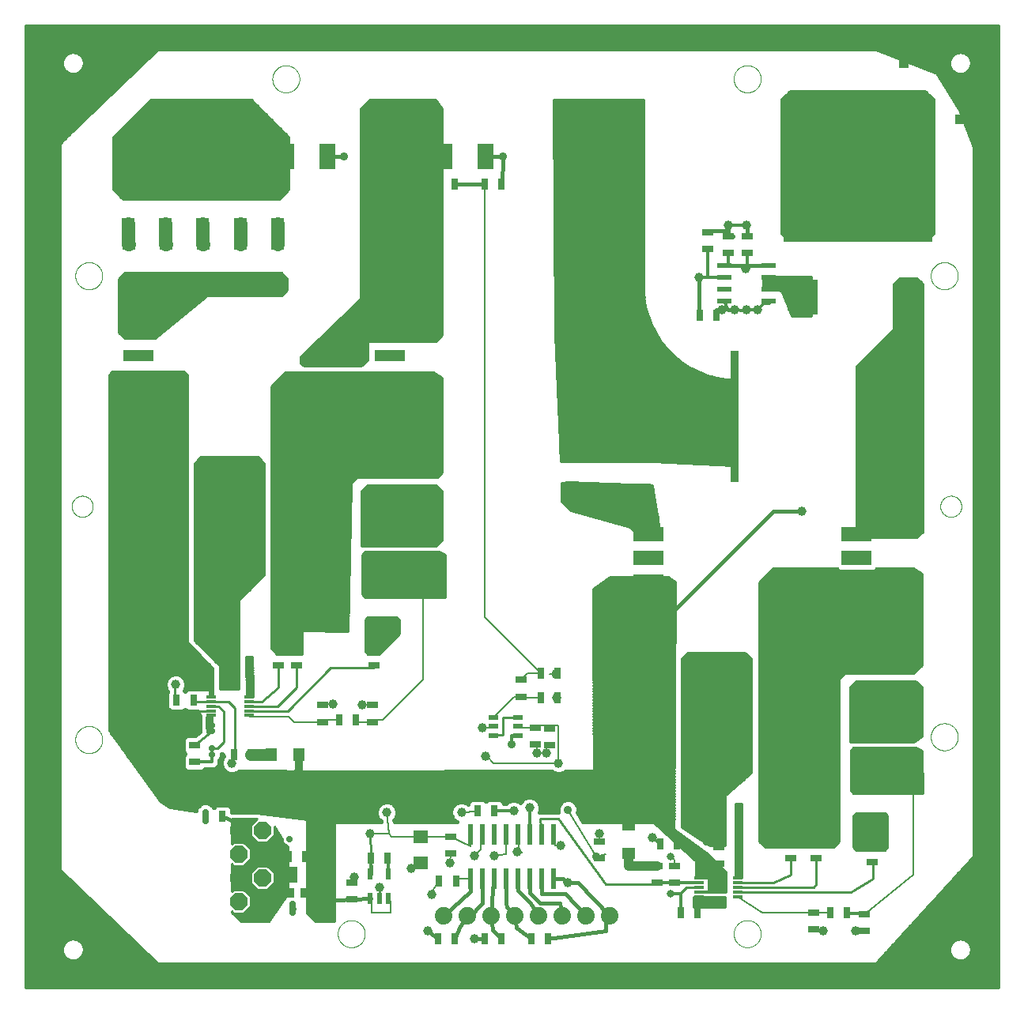
<source format=gtl>
G75*
%MOIN*%
%OFA0B0*%
%FSLAX25Y25*%
%IPPOS*%
%LPD*%
%AMOC8*
5,1,8,0,0,1.08239X$1,22.5*
%
%ADD10C,0.00000*%
%ADD11R,0.03150X0.04724*%
%ADD12R,0.05787X0.05000*%
%ADD13R,0.11811X0.06299*%
%ADD14R,0.22500X0.19000*%
%ADD15R,0.04724X0.03150*%
%ADD16R,0.07087X0.06299*%
%ADD17R,0.03937X0.01181*%
%ADD18R,0.13000X0.05000*%
%ADD19R,0.04724X0.05512*%
%ADD20R,0.13000X0.06000*%
%ADD21R,0.05512X0.04724*%
%ADD22R,0.04134X0.02362*%
%ADD23R,0.06102X0.02362*%
%ADD24R,0.04331X0.03937*%
%ADD25R,0.06299X0.07087*%
%ADD26C,0.07400*%
%ADD27R,0.10236X0.03150*%
%ADD28R,0.09134X0.15000*%
%ADD29R,0.62795X0.49409*%
%ADD30R,0.03543X0.55512*%
%ADD31R,0.02208X0.08583*%
%ADD32OC8,0.07400*%
%ADD33R,0.07087X0.10630*%
%ADD34R,0.02362X0.04724*%
%ADD35R,0.06299X0.05512*%
%ADD36C,0.01000*%
%ADD37C,0.00806*%
%ADD38C,0.01200*%
%ADD39C,0.01600*%
%ADD40C,0.02400*%
%ADD41C,0.03962*%
%ADD42C,0.03200*%
%ADD43C,0.00800*%
%ADD44C,0.02800*%
%ADD45C,0.05600*%
%ADD46C,0.05000*%
%ADD47C,0.04000*%
%ADD48R,0.03962X0.03962*%
%ADD49C,0.03175*%
%ADD50C,0.03569*%
D10*
X0013611Y0013008D02*
X0052981Y0013008D01*
X0052981Y0009071D01*
X0364005Y0009071D01*
X0364005Y0013008D01*
X0403375Y0013008D01*
X0403375Y0052378D01*
X0407312Y0052378D01*
X0407312Y0363402D01*
X0403375Y0363402D01*
X0403375Y0402772D01*
X0364005Y0402772D01*
X0364005Y0406709D01*
X0052981Y0406709D01*
X0052981Y0402772D01*
X0013611Y0402772D01*
X0013611Y0363402D01*
X0009674Y0363402D01*
X0009674Y0052378D01*
X0013611Y0052378D01*
X0013611Y0013008D01*
X0017351Y0020882D02*
X0017353Y0021010D01*
X0017359Y0021138D01*
X0017369Y0021265D01*
X0017383Y0021393D01*
X0017400Y0021519D01*
X0017422Y0021645D01*
X0017448Y0021771D01*
X0017477Y0021895D01*
X0017510Y0022019D01*
X0017547Y0022141D01*
X0017588Y0022262D01*
X0017633Y0022382D01*
X0017681Y0022501D01*
X0017733Y0022618D01*
X0017789Y0022733D01*
X0017848Y0022847D01*
X0017910Y0022958D01*
X0017976Y0023068D01*
X0018045Y0023175D01*
X0018118Y0023281D01*
X0018194Y0023384D01*
X0018273Y0023484D01*
X0018355Y0023583D01*
X0018440Y0023678D01*
X0018528Y0023771D01*
X0018619Y0023861D01*
X0018712Y0023948D01*
X0018809Y0024033D01*
X0018907Y0024114D01*
X0019009Y0024192D01*
X0019112Y0024267D01*
X0019218Y0024339D01*
X0019326Y0024408D01*
X0019436Y0024473D01*
X0019549Y0024534D01*
X0019663Y0024593D01*
X0019778Y0024647D01*
X0019896Y0024698D01*
X0020014Y0024746D01*
X0020135Y0024789D01*
X0020256Y0024829D01*
X0020379Y0024865D01*
X0020503Y0024898D01*
X0020628Y0024926D01*
X0020753Y0024951D01*
X0020879Y0024971D01*
X0021006Y0024988D01*
X0021134Y0025001D01*
X0021261Y0025010D01*
X0021389Y0025015D01*
X0021517Y0025016D01*
X0021645Y0025013D01*
X0021773Y0025006D01*
X0021900Y0024995D01*
X0022027Y0024980D01*
X0022154Y0024962D01*
X0022280Y0024939D01*
X0022405Y0024912D01*
X0022529Y0024882D01*
X0022652Y0024848D01*
X0022775Y0024810D01*
X0022896Y0024768D01*
X0023015Y0024722D01*
X0023133Y0024673D01*
X0023250Y0024620D01*
X0023365Y0024564D01*
X0023478Y0024504D01*
X0023589Y0024441D01*
X0023698Y0024374D01*
X0023805Y0024304D01*
X0023910Y0024230D01*
X0024012Y0024154D01*
X0024112Y0024074D01*
X0024210Y0023991D01*
X0024305Y0023905D01*
X0024397Y0023816D01*
X0024486Y0023725D01*
X0024573Y0023631D01*
X0024656Y0023534D01*
X0024737Y0023434D01*
X0024814Y0023333D01*
X0024889Y0023228D01*
X0024960Y0023122D01*
X0025027Y0023013D01*
X0025092Y0022903D01*
X0025152Y0022790D01*
X0025210Y0022676D01*
X0025263Y0022560D01*
X0025313Y0022442D01*
X0025360Y0022323D01*
X0025403Y0022202D01*
X0025442Y0022080D01*
X0025477Y0021957D01*
X0025508Y0021833D01*
X0025536Y0021708D01*
X0025559Y0021582D01*
X0025579Y0021456D01*
X0025595Y0021329D01*
X0025607Y0021202D01*
X0025615Y0021074D01*
X0025619Y0020946D01*
X0025619Y0020818D01*
X0025615Y0020690D01*
X0025607Y0020562D01*
X0025595Y0020435D01*
X0025579Y0020308D01*
X0025559Y0020182D01*
X0025536Y0020056D01*
X0025508Y0019931D01*
X0025477Y0019807D01*
X0025442Y0019684D01*
X0025403Y0019562D01*
X0025360Y0019441D01*
X0025313Y0019322D01*
X0025263Y0019204D01*
X0025210Y0019088D01*
X0025152Y0018974D01*
X0025092Y0018861D01*
X0025027Y0018751D01*
X0024960Y0018642D01*
X0024889Y0018536D01*
X0024814Y0018431D01*
X0024737Y0018330D01*
X0024656Y0018230D01*
X0024573Y0018133D01*
X0024486Y0018039D01*
X0024397Y0017948D01*
X0024305Y0017859D01*
X0024210Y0017773D01*
X0024112Y0017690D01*
X0024012Y0017610D01*
X0023910Y0017534D01*
X0023805Y0017460D01*
X0023698Y0017390D01*
X0023589Y0017323D01*
X0023478Y0017260D01*
X0023365Y0017200D01*
X0023250Y0017144D01*
X0023133Y0017091D01*
X0023015Y0017042D01*
X0022896Y0016996D01*
X0022775Y0016954D01*
X0022652Y0016916D01*
X0022529Y0016882D01*
X0022405Y0016852D01*
X0022280Y0016825D01*
X0022154Y0016802D01*
X0022027Y0016784D01*
X0021900Y0016769D01*
X0021773Y0016758D01*
X0021645Y0016751D01*
X0021517Y0016748D01*
X0021389Y0016749D01*
X0021261Y0016754D01*
X0021134Y0016763D01*
X0021006Y0016776D01*
X0020879Y0016793D01*
X0020753Y0016813D01*
X0020628Y0016838D01*
X0020503Y0016866D01*
X0020379Y0016899D01*
X0020256Y0016935D01*
X0020135Y0016975D01*
X0020014Y0017018D01*
X0019896Y0017066D01*
X0019778Y0017117D01*
X0019663Y0017171D01*
X0019549Y0017230D01*
X0019436Y0017291D01*
X0019326Y0017356D01*
X0019218Y0017425D01*
X0019112Y0017497D01*
X0019009Y0017572D01*
X0018907Y0017650D01*
X0018809Y0017731D01*
X0018712Y0017816D01*
X0018619Y0017903D01*
X0018528Y0017993D01*
X0018440Y0018086D01*
X0018355Y0018181D01*
X0018273Y0018280D01*
X0018194Y0018380D01*
X0018118Y0018483D01*
X0018045Y0018589D01*
X0017976Y0018696D01*
X0017910Y0018806D01*
X0017848Y0018917D01*
X0017789Y0019031D01*
X0017733Y0019146D01*
X0017681Y0019263D01*
X0017633Y0019382D01*
X0017588Y0019502D01*
X0017547Y0019623D01*
X0017510Y0019745D01*
X0017477Y0019869D01*
X0017448Y0019993D01*
X0017422Y0020119D01*
X0017400Y0020245D01*
X0017383Y0020371D01*
X0017369Y0020499D01*
X0017359Y0020626D01*
X0017353Y0020754D01*
X0017351Y0020882D01*
X0022469Y0109465D02*
X0022471Y0109616D01*
X0022477Y0109766D01*
X0022487Y0109917D01*
X0022501Y0110067D01*
X0022519Y0110216D01*
X0022540Y0110366D01*
X0022566Y0110514D01*
X0022596Y0110662D01*
X0022629Y0110809D01*
X0022667Y0110955D01*
X0022708Y0111100D01*
X0022753Y0111244D01*
X0022802Y0111386D01*
X0022855Y0111527D01*
X0022911Y0111667D01*
X0022971Y0111805D01*
X0023034Y0111942D01*
X0023102Y0112077D01*
X0023172Y0112210D01*
X0023246Y0112341D01*
X0023324Y0112470D01*
X0023405Y0112597D01*
X0023489Y0112722D01*
X0023577Y0112845D01*
X0023668Y0112965D01*
X0023762Y0113083D01*
X0023859Y0113198D01*
X0023959Y0113311D01*
X0024062Y0113421D01*
X0024168Y0113528D01*
X0024277Y0113633D01*
X0024388Y0113734D01*
X0024502Y0113833D01*
X0024618Y0113928D01*
X0024738Y0114021D01*
X0024859Y0114110D01*
X0024983Y0114196D01*
X0025109Y0114279D01*
X0025237Y0114358D01*
X0025367Y0114434D01*
X0025499Y0114507D01*
X0025633Y0114575D01*
X0025769Y0114641D01*
X0025907Y0114703D01*
X0026046Y0114761D01*
X0026186Y0114815D01*
X0026328Y0114866D01*
X0026471Y0114913D01*
X0026616Y0114956D01*
X0026761Y0114995D01*
X0026908Y0115031D01*
X0027055Y0115062D01*
X0027203Y0115090D01*
X0027352Y0115114D01*
X0027501Y0115134D01*
X0027651Y0115150D01*
X0027801Y0115162D01*
X0027952Y0115170D01*
X0028103Y0115174D01*
X0028253Y0115174D01*
X0028404Y0115170D01*
X0028555Y0115162D01*
X0028705Y0115150D01*
X0028855Y0115134D01*
X0029004Y0115114D01*
X0029153Y0115090D01*
X0029301Y0115062D01*
X0029448Y0115031D01*
X0029595Y0114995D01*
X0029740Y0114956D01*
X0029885Y0114913D01*
X0030028Y0114866D01*
X0030170Y0114815D01*
X0030310Y0114761D01*
X0030449Y0114703D01*
X0030587Y0114641D01*
X0030723Y0114575D01*
X0030857Y0114507D01*
X0030989Y0114434D01*
X0031119Y0114358D01*
X0031247Y0114279D01*
X0031373Y0114196D01*
X0031497Y0114110D01*
X0031618Y0114021D01*
X0031738Y0113928D01*
X0031854Y0113833D01*
X0031968Y0113734D01*
X0032079Y0113633D01*
X0032188Y0113528D01*
X0032294Y0113421D01*
X0032397Y0113311D01*
X0032497Y0113198D01*
X0032594Y0113083D01*
X0032688Y0112965D01*
X0032779Y0112845D01*
X0032867Y0112722D01*
X0032951Y0112597D01*
X0033032Y0112470D01*
X0033110Y0112341D01*
X0033184Y0112210D01*
X0033254Y0112077D01*
X0033322Y0111942D01*
X0033385Y0111805D01*
X0033445Y0111667D01*
X0033501Y0111527D01*
X0033554Y0111386D01*
X0033603Y0111244D01*
X0033648Y0111100D01*
X0033689Y0110955D01*
X0033727Y0110809D01*
X0033760Y0110662D01*
X0033790Y0110514D01*
X0033816Y0110366D01*
X0033837Y0110216D01*
X0033855Y0110067D01*
X0033869Y0109917D01*
X0033879Y0109766D01*
X0033885Y0109616D01*
X0033887Y0109465D01*
X0033885Y0109314D01*
X0033879Y0109164D01*
X0033869Y0109013D01*
X0033855Y0108863D01*
X0033837Y0108714D01*
X0033816Y0108564D01*
X0033790Y0108416D01*
X0033760Y0108268D01*
X0033727Y0108121D01*
X0033689Y0107975D01*
X0033648Y0107830D01*
X0033603Y0107686D01*
X0033554Y0107544D01*
X0033501Y0107403D01*
X0033445Y0107263D01*
X0033385Y0107125D01*
X0033322Y0106988D01*
X0033254Y0106853D01*
X0033184Y0106720D01*
X0033110Y0106589D01*
X0033032Y0106460D01*
X0032951Y0106333D01*
X0032867Y0106208D01*
X0032779Y0106085D01*
X0032688Y0105965D01*
X0032594Y0105847D01*
X0032497Y0105732D01*
X0032397Y0105619D01*
X0032294Y0105509D01*
X0032188Y0105402D01*
X0032079Y0105297D01*
X0031968Y0105196D01*
X0031854Y0105097D01*
X0031738Y0105002D01*
X0031618Y0104909D01*
X0031497Y0104820D01*
X0031373Y0104734D01*
X0031247Y0104651D01*
X0031119Y0104572D01*
X0030989Y0104496D01*
X0030857Y0104423D01*
X0030723Y0104355D01*
X0030587Y0104289D01*
X0030449Y0104227D01*
X0030310Y0104169D01*
X0030170Y0104115D01*
X0030028Y0104064D01*
X0029885Y0104017D01*
X0029740Y0103974D01*
X0029595Y0103935D01*
X0029448Y0103899D01*
X0029301Y0103868D01*
X0029153Y0103840D01*
X0029004Y0103816D01*
X0028855Y0103796D01*
X0028705Y0103780D01*
X0028555Y0103768D01*
X0028404Y0103760D01*
X0028253Y0103756D01*
X0028103Y0103756D01*
X0027952Y0103760D01*
X0027801Y0103768D01*
X0027651Y0103780D01*
X0027501Y0103796D01*
X0027352Y0103816D01*
X0027203Y0103840D01*
X0027055Y0103868D01*
X0026908Y0103899D01*
X0026761Y0103935D01*
X0026616Y0103974D01*
X0026471Y0104017D01*
X0026328Y0104064D01*
X0026186Y0104115D01*
X0026046Y0104169D01*
X0025907Y0104227D01*
X0025769Y0104289D01*
X0025633Y0104355D01*
X0025499Y0104423D01*
X0025367Y0104496D01*
X0025237Y0104572D01*
X0025109Y0104651D01*
X0024983Y0104734D01*
X0024859Y0104820D01*
X0024738Y0104909D01*
X0024618Y0105002D01*
X0024502Y0105097D01*
X0024388Y0105196D01*
X0024277Y0105297D01*
X0024168Y0105402D01*
X0024062Y0105509D01*
X0023959Y0105619D01*
X0023859Y0105732D01*
X0023762Y0105847D01*
X0023668Y0105965D01*
X0023577Y0106085D01*
X0023489Y0106208D01*
X0023405Y0106333D01*
X0023324Y0106460D01*
X0023246Y0106589D01*
X0023172Y0106720D01*
X0023102Y0106853D01*
X0023034Y0106988D01*
X0022971Y0107125D01*
X0022911Y0107263D01*
X0022855Y0107403D01*
X0022802Y0107544D01*
X0022753Y0107686D01*
X0022708Y0107830D01*
X0022667Y0107975D01*
X0022629Y0108121D01*
X0022596Y0108268D01*
X0022566Y0108416D01*
X0022540Y0108564D01*
X0022519Y0108714D01*
X0022501Y0108863D01*
X0022487Y0109013D01*
X0022477Y0109164D01*
X0022471Y0109314D01*
X0022469Y0109465D01*
X0020973Y0207890D02*
X0020975Y0208023D01*
X0020981Y0208156D01*
X0020991Y0208289D01*
X0021005Y0208421D01*
X0021023Y0208553D01*
X0021044Y0208684D01*
X0021070Y0208815D01*
X0021100Y0208945D01*
X0021133Y0209074D01*
X0021171Y0209201D01*
X0021212Y0209328D01*
X0021257Y0209453D01*
X0021305Y0209577D01*
X0021358Y0209700D01*
X0021414Y0209820D01*
X0021473Y0209939D01*
X0021536Y0210057D01*
X0021603Y0210172D01*
X0021673Y0210285D01*
X0021746Y0210396D01*
X0021823Y0210505D01*
X0021903Y0210612D01*
X0021986Y0210716D01*
X0022072Y0210817D01*
X0022161Y0210916D01*
X0022253Y0211012D01*
X0022347Y0211106D01*
X0022445Y0211196D01*
X0022545Y0211284D01*
X0022648Y0211368D01*
X0022753Y0211450D01*
X0022861Y0211528D01*
X0022971Y0211603D01*
X0023083Y0211675D01*
X0023198Y0211743D01*
X0023314Y0211808D01*
X0023432Y0211869D01*
X0023552Y0211927D01*
X0023673Y0211981D01*
X0023797Y0212031D01*
X0023921Y0212078D01*
X0024047Y0212121D01*
X0024174Y0212160D01*
X0024303Y0212196D01*
X0024432Y0212227D01*
X0024562Y0212255D01*
X0024693Y0212279D01*
X0024825Y0212299D01*
X0024957Y0212315D01*
X0025090Y0212327D01*
X0025222Y0212335D01*
X0025355Y0212339D01*
X0025489Y0212339D01*
X0025622Y0212335D01*
X0025754Y0212327D01*
X0025887Y0212315D01*
X0026019Y0212299D01*
X0026151Y0212279D01*
X0026282Y0212255D01*
X0026412Y0212227D01*
X0026541Y0212196D01*
X0026670Y0212160D01*
X0026797Y0212121D01*
X0026923Y0212078D01*
X0027047Y0212031D01*
X0027171Y0211981D01*
X0027292Y0211927D01*
X0027412Y0211869D01*
X0027530Y0211808D01*
X0027647Y0211743D01*
X0027761Y0211675D01*
X0027873Y0211603D01*
X0027983Y0211528D01*
X0028091Y0211450D01*
X0028196Y0211368D01*
X0028299Y0211284D01*
X0028399Y0211196D01*
X0028497Y0211106D01*
X0028591Y0211012D01*
X0028683Y0210916D01*
X0028772Y0210817D01*
X0028858Y0210716D01*
X0028941Y0210612D01*
X0029021Y0210505D01*
X0029098Y0210396D01*
X0029171Y0210285D01*
X0029241Y0210172D01*
X0029308Y0210057D01*
X0029371Y0209939D01*
X0029430Y0209820D01*
X0029486Y0209700D01*
X0029539Y0209577D01*
X0029587Y0209453D01*
X0029632Y0209328D01*
X0029673Y0209201D01*
X0029711Y0209074D01*
X0029744Y0208945D01*
X0029774Y0208815D01*
X0029800Y0208684D01*
X0029821Y0208553D01*
X0029839Y0208421D01*
X0029853Y0208289D01*
X0029863Y0208156D01*
X0029869Y0208023D01*
X0029871Y0207890D01*
X0029869Y0207757D01*
X0029863Y0207624D01*
X0029853Y0207491D01*
X0029839Y0207359D01*
X0029821Y0207227D01*
X0029800Y0207096D01*
X0029774Y0206965D01*
X0029744Y0206835D01*
X0029711Y0206706D01*
X0029673Y0206579D01*
X0029632Y0206452D01*
X0029587Y0206327D01*
X0029539Y0206203D01*
X0029486Y0206080D01*
X0029430Y0205960D01*
X0029371Y0205841D01*
X0029308Y0205723D01*
X0029241Y0205608D01*
X0029171Y0205495D01*
X0029098Y0205384D01*
X0029021Y0205275D01*
X0028941Y0205168D01*
X0028858Y0205064D01*
X0028772Y0204963D01*
X0028683Y0204864D01*
X0028591Y0204768D01*
X0028497Y0204674D01*
X0028399Y0204584D01*
X0028299Y0204496D01*
X0028196Y0204412D01*
X0028091Y0204330D01*
X0027983Y0204252D01*
X0027873Y0204177D01*
X0027761Y0204105D01*
X0027646Y0204037D01*
X0027530Y0203972D01*
X0027412Y0203911D01*
X0027292Y0203853D01*
X0027171Y0203799D01*
X0027047Y0203749D01*
X0026923Y0203702D01*
X0026797Y0203659D01*
X0026670Y0203620D01*
X0026541Y0203584D01*
X0026412Y0203553D01*
X0026282Y0203525D01*
X0026151Y0203501D01*
X0026019Y0203481D01*
X0025887Y0203465D01*
X0025754Y0203453D01*
X0025622Y0203445D01*
X0025489Y0203441D01*
X0025355Y0203441D01*
X0025222Y0203445D01*
X0025090Y0203453D01*
X0024957Y0203465D01*
X0024825Y0203481D01*
X0024693Y0203501D01*
X0024562Y0203525D01*
X0024432Y0203553D01*
X0024303Y0203584D01*
X0024174Y0203620D01*
X0024047Y0203659D01*
X0023921Y0203702D01*
X0023797Y0203749D01*
X0023673Y0203799D01*
X0023552Y0203853D01*
X0023432Y0203911D01*
X0023314Y0203972D01*
X0023197Y0204037D01*
X0023083Y0204105D01*
X0022971Y0204177D01*
X0022861Y0204252D01*
X0022753Y0204330D01*
X0022648Y0204412D01*
X0022545Y0204496D01*
X0022445Y0204584D01*
X0022347Y0204674D01*
X0022253Y0204768D01*
X0022161Y0204864D01*
X0022072Y0204963D01*
X0021986Y0205064D01*
X0021903Y0205168D01*
X0021823Y0205275D01*
X0021746Y0205384D01*
X0021673Y0205495D01*
X0021603Y0205608D01*
X0021536Y0205723D01*
X0021473Y0205841D01*
X0021414Y0205960D01*
X0021358Y0206080D01*
X0021305Y0206203D01*
X0021257Y0206327D01*
X0021212Y0206452D01*
X0021171Y0206579D01*
X0021133Y0206706D01*
X0021100Y0206835D01*
X0021070Y0206965D01*
X0021044Y0207096D01*
X0021023Y0207227D01*
X0021005Y0207359D01*
X0020991Y0207491D01*
X0020981Y0207624D01*
X0020975Y0207757D01*
X0020973Y0207890D01*
X0022469Y0305134D02*
X0022471Y0305285D01*
X0022477Y0305435D01*
X0022487Y0305586D01*
X0022501Y0305736D01*
X0022519Y0305885D01*
X0022540Y0306035D01*
X0022566Y0306183D01*
X0022596Y0306331D01*
X0022629Y0306478D01*
X0022667Y0306624D01*
X0022708Y0306769D01*
X0022753Y0306913D01*
X0022802Y0307055D01*
X0022855Y0307196D01*
X0022911Y0307336D01*
X0022971Y0307474D01*
X0023034Y0307611D01*
X0023102Y0307746D01*
X0023172Y0307879D01*
X0023246Y0308010D01*
X0023324Y0308139D01*
X0023405Y0308266D01*
X0023489Y0308391D01*
X0023577Y0308514D01*
X0023668Y0308634D01*
X0023762Y0308752D01*
X0023859Y0308867D01*
X0023959Y0308980D01*
X0024062Y0309090D01*
X0024168Y0309197D01*
X0024277Y0309302D01*
X0024388Y0309403D01*
X0024502Y0309502D01*
X0024618Y0309597D01*
X0024738Y0309690D01*
X0024859Y0309779D01*
X0024983Y0309865D01*
X0025109Y0309948D01*
X0025237Y0310027D01*
X0025367Y0310103D01*
X0025499Y0310176D01*
X0025633Y0310244D01*
X0025769Y0310310D01*
X0025907Y0310372D01*
X0026046Y0310430D01*
X0026186Y0310484D01*
X0026328Y0310535D01*
X0026471Y0310582D01*
X0026616Y0310625D01*
X0026761Y0310664D01*
X0026908Y0310700D01*
X0027055Y0310731D01*
X0027203Y0310759D01*
X0027352Y0310783D01*
X0027501Y0310803D01*
X0027651Y0310819D01*
X0027801Y0310831D01*
X0027952Y0310839D01*
X0028103Y0310843D01*
X0028253Y0310843D01*
X0028404Y0310839D01*
X0028555Y0310831D01*
X0028705Y0310819D01*
X0028855Y0310803D01*
X0029004Y0310783D01*
X0029153Y0310759D01*
X0029301Y0310731D01*
X0029448Y0310700D01*
X0029595Y0310664D01*
X0029740Y0310625D01*
X0029885Y0310582D01*
X0030028Y0310535D01*
X0030170Y0310484D01*
X0030310Y0310430D01*
X0030449Y0310372D01*
X0030587Y0310310D01*
X0030723Y0310244D01*
X0030857Y0310176D01*
X0030989Y0310103D01*
X0031119Y0310027D01*
X0031247Y0309948D01*
X0031373Y0309865D01*
X0031497Y0309779D01*
X0031618Y0309690D01*
X0031738Y0309597D01*
X0031854Y0309502D01*
X0031968Y0309403D01*
X0032079Y0309302D01*
X0032188Y0309197D01*
X0032294Y0309090D01*
X0032397Y0308980D01*
X0032497Y0308867D01*
X0032594Y0308752D01*
X0032688Y0308634D01*
X0032779Y0308514D01*
X0032867Y0308391D01*
X0032951Y0308266D01*
X0033032Y0308139D01*
X0033110Y0308010D01*
X0033184Y0307879D01*
X0033254Y0307746D01*
X0033322Y0307611D01*
X0033385Y0307474D01*
X0033445Y0307336D01*
X0033501Y0307196D01*
X0033554Y0307055D01*
X0033603Y0306913D01*
X0033648Y0306769D01*
X0033689Y0306624D01*
X0033727Y0306478D01*
X0033760Y0306331D01*
X0033790Y0306183D01*
X0033816Y0306035D01*
X0033837Y0305885D01*
X0033855Y0305736D01*
X0033869Y0305586D01*
X0033879Y0305435D01*
X0033885Y0305285D01*
X0033887Y0305134D01*
X0033885Y0304983D01*
X0033879Y0304833D01*
X0033869Y0304682D01*
X0033855Y0304532D01*
X0033837Y0304383D01*
X0033816Y0304233D01*
X0033790Y0304085D01*
X0033760Y0303937D01*
X0033727Y0303790D01*
X0033689Y0303644D01*
X0033648Y0303499D01*
X0033603Y0303355D01*
X0033554Y0303213D01*
X0033501Y0303072D01*
X0033445Y0302932D01*
X0033385Y0302794D01*
X0033322Y0302657D01*
X0033254Y0302522D01*
X0033184Y0302389D01*
X0033110Y0302258D01*
X0033032Y0302129D01*
X0032951Y0302002D01*
X0032867Y0301877D01*
X0032779Y0301754D01*
X0032688Y0301634D01*
X0032594Y0301516D01*
X0032497Y0301401D01*
X0032397Y0301288D01*
X0032294Y0301178D01*
X0032188Y0301071D01*
X0032079Y0300966D01*
X0031968Y0300865D01*
X0031854Y0300766D01*
X0031738Y0300671D01*
X0031618Y0300578D01*
X0031497Y0300489D01*
X0031373Y0300403D01*
X0031247Y0300320D01*
X0031119Y0300241D01*
X0030989Y0300165D01*
X0030857Y0300092D01*
X0030723Y0300024D01*
X0030587Y0299958D01*
X0030449Y0299896D01*
X0030310Y0299838D01*
X0030170Y0299784D01*
X0030028Y0299733D01*
X0029885Y0299686D01*
X0029740Y0299643D01*
X0029595Y0299604D01*
X0029448Y0299568D01*
X0029301Y0299537D01*
X0029153Y0299509D01*
X0029004Y0299485D01*
X0028855Y0299465D01*
X0028705Y0299449D01*
X0028555Y0299437D01*
X0028404Y0299429D01*
X0028253Y0299425D01*
X0028103Y0299425D01*
X0027952Y0299429D01*
X0027801Y0299437D01*
X0027651Y0299449D01*
X0027501Y0299465D01*
X0027352Y0299485D01*
X0027203Y0299509D01*
X0027055Y0299537D01*
X0026908Y0299568D01*
X0026761Y0299604D01*
X0026616Y0299643D01*
X0026471Y0299686D01*
X0026328Y0299733D01*
X0026186Y0299784D01*
X0026046Y0299838D01*
X0025907Y0299896D01*
X0025769Y0299958D01*
X0025633Y0300024D01*
X0025499Y0300092D01*
X0025367Y0300165D01*
X0025237Y0300241D01*
X0025109Y0300320D01*
X0024983Y0300403D01*
X0024859Y0300489D01*
X0024738Y0300578D01*
X0024618Y0300671D01*
X0024502Y0300766D01*
X0024388Y0300865D01*
X0024277Y0300966D01*
X0024168Y0301071D01*
X0024062Y0301178D01*
X0023959Y0301288D01*
X0023859Y0301401D01*
X0023762Y0301516D01*
X0023668Y0301634D01*
X0023577Y0301754D01*
X0023489Y0301877D01*
X0023405Y0302002D01*
X0023324Y0302129D01*
X0023246Y0302258D01*
X0023172Y0302389D01*
X0023102Y0302522D01*
X0023034Y0302657D01*
X0022971Y0302794D01*
X0022911Y0302932D01*
X0022855Y0303072D01*
X0022802Y0303213D01*
X0022753Y0303355D01*
X0022708Y0303499D01*
X0022667Y0303644D01*
X0022629Y0303790D01*
X0022596Y0303937D01*
X0022566Y0304085D01*
X0022540Y0304233D01*
X0022519Y0304383D01*
X0022501Y0304532D01*
X0022487Y0304682D01*
X0022477Y0304833D01*
X0022471Y0304983D01*
X0022469Y0305134D01*
X0105540Y0388205D02*
X0105542Y0388356D01*
X0105548Y0388506D01*
X0105558Y0388657D01*
X0105572Y0388807D01*
X0105590Y0388956D01*
X0105611Y0389106D01*
X0105637Y0389254D01*
X0105667Y0389402D01*
X0105700Y0389549D01*
X0105738Y0389695D01*
X0105779Y0389840D01*
X0105824Y0389984D01*
X0105873Y0390126D01*
X0105926Y0390267D01*
X0105982Y0390407D01*
X0106042Y0390545D01*
X0106105Y0390682D01*
X0106173Y0390817D01*
X0106243Y0390950D01*
X0106317Y0391081D01*
X0106395Y0391210D01*
X0106476Y0391337D01*
X0106560Y0391462D01*
X0106648Y0391585D01*
X0106739Y0391705D01*
X0106833Y0391823D01*
X0106930Y0391938D01*
X0107030Y0392051D01*
X0107133Y0392161D01*
X0107239Y0392268D01*
X0107348Y0392373D01*
X0107459Y0392474D01*
X0107573Y0392573D01*
X0107689Y0392668D01*
X0107809Y0392761D01*
X0107930Y0392850D01*
X0108054Y0392936D01*
X0108180Y0393019D01*
X0108308Y0393098D01*
X0108438Y0393174D01*
X0108570Y0393247D01*
X0108704Y0393315D01*
X0108840Y0393381D01*
X0108978Y0393443D01*
X0109117Y0393501D01*
X0109257Y0393555D01*
X0109399Y0393606D01*
X0109542Y0393653D01*
X0109687Y0393696D01*
X0109832Y0393735D01*
X0109979Y0393771D01*
X0110126Y0393802D01*
X0110274Y0393830D01*
X0110423Y0393854D01*
X0110572Y0393874D01*
X0110722Y0393890D01*
X0110872Y0393902D01*
X0111023Y0393910D01*
X0111174Y0393914D01*
X0111324Y0393914D01*
X0111475Y0393910D01*
X0111626Y0393902D01*
X0111776Y0393890D01*
X0111926Y0393874D01*
X0112075Y0393854D01*
X0112224Y0393830D01*
X0112372Y0393802D01*
X0112519Y0393771D01*
X0112666Y0393735D01*
X0112811Y0393696D01*
X0112956Y0393653D01*
X0113099Y0393606D01*
X0113241Y0393555D01*
X0113381Y0393501D01*
X0113520Y0393443D01*
X0113658Y0393381D01*
X0113794Y0393315D01*
X0113928Y0393247D01*
X0114060Y0393174D01*
X0114190Y0393098D01*
X0114318Y0393019D01*
X0114444Y0392936D01*
X0114568Y0392850D01*
X0114689Y0392761D01*
X0114809Y0392668D01*
X0114925Y0392573D01*
X0115039Y0392474D01*
X0115150Y0392373D01*
X0115259Y0392268D01*
X0115365Y0392161D01*
X0115468Y0392051D01*
X0115568Y0391938D01*
X0115665Y0391823D01*
X0115759Y0391705D01*
X0115850Y0391585D01*
X0115938Y0391462D01*
X0116022Y0391337D01*
X0116103Y0391210D01*
X0116181Y0391081D01*
X0116255Y0390950D01*
X0116325Y0390817D01*
X0116393Y0390682D01*
X0116456Y0390545D01*
X0116516Y0390407D01*
X0116572Y0390267D01*
X0116625Y0390126D01*
X0116674Y0389984D01*
X0116719Y0389840D01*
X0116760Y0389695D01*
X0116798Y0389549D01*
X0116831Y0389402D01*
X0116861Y0389254D01*
X0116887Y0389106D01*
X0116908Y0388956D01*
X0116926Y0388807D01*
X0116940Y0388657D01*
X0116950Y0388506D01*
X0116956Y0388356D01*
X0116958Y0388205D01*
X0116956Y0388054D01*
X0116950Y0387904D01*
X0116940Y0387753D01*
X0116926Y0387603D01*
X0116908Y0387454D01*
X0116887Y0387304D01*
X0116861Y0387156D01*
X0116831Y0387008D01*
X0116798Y0386861D01*
X0116760Y0386715D01*
X0116719Y0386570D01*
X0116674Y0386426D01*
X0116625Y0386284D01*
X0116572Y0386143D01*
X0116516Y0386003D01*
X0116456Y0385865D01*
X0116393Y0385728D01*
X0116325Y0385593D01*
X0116255Y0385460D01*
X0116181Y0385329D01*
X0116103Y0385200D01*
X0116022Y0385073D01*
X0115938Y0384948D01*
X0115850Y0384825D01*
X0115759Y0384705D01*
X0115665Y0384587D01*
X0115568Y0384472D01*
X0115468Y0384359D01*
X0115365Y0384249D01*
X0115259Y0384142D01*
X0115150Y0384037D01*
X0115039Y0383936D01*
X0114925Y0383837D01*
X0114809Y0383742D01*
X0114689Y0383649D01*
X0114568Y0383560D01*
X0114444Y0383474D01*
X0114318Y0383391D01*
X0114190Y0383312D01*
X0114060Y0383236D01*
X0113928Y0383163D01*
X0113794Y0383095D01*
X0113658Y0383029D01*
X0113520Y0382967D01*
X0113381Y0382909D01*
X0113241Y0382855D01*
X0113099Y0382804D01*
X0112956Y0382757D01*
X0112811Y0382714D01*
X0112666Y0382675D01*
X0112519Y0382639D01*
X0112372Y0382608D01*
X0112224Y0382580D01*
X0112075Y0382556D01*
X0111926Y0382536D01*
X0111776Y0382520D01*
X0111626Y0382508D01*
X0111475Y0382500D01*
X0111324Y0382496D01*
X0111174Y0382496D01*
X0111023Y0382500D01*
X0110872Y0382508D01*
X0110722Y0382520D01*
X0110572Y0382536D01*
X0110423Y0382556D01*
X0110274Y0382580D01*
X0110126Y0382608D01*
X0109979Y0382639D01*
X0109832Y0382675D01*
X0109687Y0382714D01*
X0109542Y0382757D01*
X0109399Y0382804D01*
X0109257Y0382855D01*
X0109117Y0382909D01*
X0108978Y0382967D01*
X0108840Y0383029D01*
X0108704Y0383095D01*
X0108570Y0383163D01*
X0108438Y0383236D01*
X0108308Y0383312D01*
X0108180Y0383391D01*
X0108054Y0383474D01*
X0107930Y0383560D01*
X0107809Y0383649D01*
X0107689Y0383742D01*
X0107573Y0383837D01*
X0107459Y0383936D01*
X0107348Y0384037D01*
X0107239Y0384142D01*
X0107133Y0384249D01*
X0107030Y0384359D01*
X0106930Y0384472D01*
X0106833Y0384587D01*
X0106739Y0384705D01*
X0106648Y0384825D01*
X0106560Y0384948D01*
X0106476Y0385073D01*
X0106395Y0385200D01*
X0106317Y0385329D01*
X0106243Y0385460D01*
X0106173Y0385593D01*
X0106105Y0385728D01*
X0106042Y0385865D01*
X0105982Y0386003D01*
X0105926Y0386143D01*
X0105873Y0386284D01*
X0105824Y0386426D01*
X0105779Y0386570D01*
X0105738Y0386715D01*
X0105700Y0386861D01*
X0105667Y0387008D01*
X0105637Y0387156D01*
X0105611Y0387304D01*
X0105590Y0387454D01*
X0105572Y0387603D01*
X0105558Y0387753D01*
X0105548Y0387904D01*
X0105542Y0388054D01*
X0105540Y0388205D01*
X0017351Y0394898D02*
X0017353Y0395026D01*
X0017359Y0395154D01*
X0017369Y0395281D01*
X0017383Y0395409D01*
X0017400Y0395535D01*
X0017422Y0395661D01*
X0017448Y0395787D01*
X0017477Y0395911D01*
X0017510Y0396035D01*
X0017547Y0396157D01*
X0017588Y0396278D01*
X0017633Y0396398D01*
X0017681Y0396517D01*
X0017733Y0396634D01*
X0017789Y0396749D01*
X0017848Y0396863D01*
X0017910Y0396974D01*
X0017976Y0397084D01*
X0018045Y0397191D01*
X0018118Y0397297D01*
X0018194Y0397400D01*
X0018273Y0397500D01*
X0018355Y0397599D01*
X0018440Y0397694D01*
X0018528Y0397787D01*
X0018619Y0397877D01*
X0018712Y0397964D01*
X0018809Y0398049D01*
X0018907Y0398130D01*
X0019009Y0398208D01*
X0019112Y0398283D01*
X0019218Y0398355D01*
X0019326Y0398424D01*
X0019436Y0398489D01*
X0019549Y0398550D01*
X0019663Y0398609D01*
X0019778Y0398663D01*
X0019896Y0398714D01*
X0020014Y0398762D01*
X0020135Y0398805D01*
X0020256Y0398845D01*
X0020379Y0398881D01*
X0020503Y0398914D01*
X0020628Y0398942D01*
X0020753Y0398967D01*
X0020879Y0398987D01*
X0021006Y0399004D01*
X0021134Y0399017D01*
X0021261Y0399026D01*
X0021389Y0399031D01*
X0021517Y0399032D01*
X0021645Y0399029D01*
X0021773Y0399022D01*
X0021900Y0399011D01*
X0022027Y0398996D01*
X0022154Y0398978D01*
X0022280Y0398955D01*
X0022405Y0398928D01*
X0022529Y0398898D01*
X0022652Y0398864D01*
X0022775Y0398826D01*
X0022896Y0398784D01*
X0023015Y0398738D01*
X0023133Y0398689D01*
X0023250Y0398636D01*
X0023365Y0398580D01*
X0023478Y0398520D01*
X0023589Y0398457D01*
X0023698Y0398390D01*
X0023805Y0398320D01*
X0023910Y0398246D01*
X0024012Y0398170D01*
X0024112Y0398090D01*
X0024210Y0398007D01*
X0024305Y0397921D01*
X0024397Y0397832D01*
X0024486Y0397741D01*
X0024573Y0397647D01*
X0024656Y0397550D01*
X0024737Y0397450D01*
X0024814Y0397349D01*
X0024889Y0397244D01*
X0024960Y0397138D01*
X0025027Y0397029D01*
X0025092Y0396919D01*
X0025152Y0396806D01*
X0025210Y0396692D01*
X0025263Y0396576D01*
X0025313Y0396458D01*
X0025360Y0396339D01*
X0025403Y0396218D01*
X0025442Y0396096D01*
X0025477Y0395973D01*
X0025508Y0395849D01*
X0025536Y0395724D01*
X0025559Y0395598D01*
X0025579Y0395472D01*
X0025595Y0395345D01*
X0025607Y0395218D01*
X0025615Y0395090D01*
X0025619Y0394962D01*
X0025619Y0394834D01*
X0025615Y0394706D01*
X0025607Y0394578D01*
X0025595Y0394451D01*
X0025579Y0394324D01*
X0025559Y0394198D01*
X0025536Y0394072D01*
X0025508Y0393947D01*
X0025477Y0393823D01*
X0025442Y0393700D01*
X0025403Y0393578D01*
X0025360Y0393457D01*
X0025313Y0393338D01*
X0025263Y0393220D01*
X0025210Y0393104D01*
X0025152Y0392990D01*
X0025092Y0392877D01*
X0025027Y0392767D01*
X0024960Y0392658D01*
X0024889Y0392552D01*
X0024814Y0392447D01*
X0024737Y0392346D01*
X0024656Y0392246D01*
X0024573Y0392149D01*
X0024486Y0392055D01*
X0024397Y0391964D01*
X0024305Y0391875D01*
X0024210Y0391789D01*
X0024112Y0391706D01*
X0024012Y0391626D01*
X0023910Y0391550D01*
X0023805Y0391476D01*
X0023698Y0391406D01*
X0023589Y0391339D01*
X0023478Y0391276D01*
X0023365Y0391216D01*
X0023250Y0391160D01*
X0023133Y0391107D01*
X0023015Y0391058D01*
X0022896Y0391012D01*
X0022775Y0390970D01*
X0022652Y0390932D01*
X0022529Y0390898D01*
X0022405Y0390868D01*
X0022280Y0390841D01*
X0022154Y0390818D01*
X0022027Y0390800D01*
X0021900Y0390785D01*
X0021773Y0390774D01*
X0021645Y0390767D01*
X0021517Y0390764D01*
X0021389Y0390765D01*
X0021261Y0390770D01*
X0021134Y0390779D01*
X0021006Y0390792D01*
X0020879Y0390809D01*
X0020753Y0390829D01*
X0020628Y0390854D01*
X0020503Y0390882D01*
X0020379Y0390915D01*
X0020256Y0390951D01*
X0020135Y0390991D01*
X0020014Y0391034D01*
X0019896Y0391082D01*
X0019778Y0391133D01*
X0019663Y0391187D01*
X0019549Y0391246D01*
X0019436Y0391307D01*
X0019326Y0391372D01*
X0019218Y0391441D01*
X0019112Y0391513D01*
X0019009Y0391588D01*
X0018907Y0391666D01*
X0018809Y0391747D01*
X0018712Y0391832D01*
X0018619Y0391919D01*
X0018528Y0392009D01*
X0018440Y0392102D01*
X0018355Y0392197D01*
X0018273Y0392296D01*
X0018194Y0392396D01*
X0018118Y0392499D01*
X0018045Y0392605D01*
X0017976Y0392712D01*
X0017910Y0392822D01*
X0017848Y0392933D01*
X0017789Y0393047D01*
X0017733Y0393162D01*
X0017681Y0393279D01*
X0017633Y0393398D01*
X0017588Y0393518D01*
X0017547Y0393639D01*
X0017510Y0393761D01*
X0017477Y0393885D01*
X0017448Y0394009D01*
X0017422Y0394135D01*
X0017400Y0394261D01*
X0017383Y0394387D01*
X0017369Y0394515D01*
X0017359Y0394642D01*
X0017353Y0394770D01*
X0017351Y0394898D01*
X0300028Y0388205D02*
X0300030Y0388356D01*
X0300036Y0388506D01*
X0300046Y0388657D01*
X0300060Y0388807D01*
X0300078Y0388956D01*
X0300099Y0389106D01*
X0300125Y0389254D01*
X0300155Y0389402D01*
X0300188Y0389549D01*
X0300226Y0389695D01*
X0300267Y0389840D01*
X0300312Y0389984D01*
X0300361Y0390126D01*
X0300414Y0390267D01*
X0300470Y0390407D01*
X0300530Y0390545D01*
X0300593Y0390682D01*
X0300661Y0390817D01*
X0300731Y0390950D01*
X0300805Y0391081D01*
X0300883Y0391210D01*
X0300964Y0391337D01*
X0301048Y0391462D01*
X0301136Y0391585D01*
X0301227Y0391705D01*
X0301321Y0391823D01*
X0301418Y0391938D01*
X0301518Y0392051D01*
X0301621Y0392161D01*
X0301727Y0392268D01*
X0301836Y0392373D01*
X0301947Y0392474D01*
X0302061Y0392573D01*
X0302177Y0392668D01*
X0302297Y0392761D01*
X0302418Y0392850D01*
X0302542Y0392936D01*
X0302668Y0393019D01*
X0302796Y0393098D01*
X0302926Y0393174D01*
X0303058Y0393247D01*
X0303192Y0393315D01*
X0303328Y0393381D01*
X0303466Y0393443D01*
X0303605Y0393501D01*
X0303745Y0393555D01*
X0303887Y0393606D01*
X0304030Y0393653D01*
X0304175Y0393696D01*
X0304320Y0393735D01*
X0304467Y0393771D01*
X0304614Y0393802D01*
X0304762Y0393830D01*
X0304911Y0393854D01*
X0305060Y0393874D01*
X0305210Y0393890D01*
X0305360Y0393902D01*
X0305511Y0393910D01*
X0305662Y0393914D01*
X0305812Y0393914D01*
X0305963Y0393910D01*
X0306114Y0393902D01*
X0306264Y0393890D01*
X0306414Y0393874D01*
X0306563Y0393854D01*
X0306712Y0393830D01*
X0306860Y0393802D01*
X0307007Y0393771D01*
X0307154Y0393735D01*
X0307299Y0393696D01*
X0307444Y0393653D01*
X0307587Y0393606D01*
X0307729Y0393555D01*
X0307869Y0393501D01*
X0308008Y0393443D01*
X0308146Y0393381D01*
X0308282Y0393315D01*
X0308416Y0393247D01*
X0308548Y0393174D01*
X0308678Y0393098D01*
X0308806Y0393019D01*
X0308932Y0392936D01*
X0309056Y0392850D01*
X0309177Y0392761D01*
X0309297Y0392668D01*
X0309413Y0392573D01*
X0309527Y0392474D01*
X0309638Y0392373D01*
X0309747Y0392268D01*
X0309853Y0392161D01*
X0309956Y0392051D01*
X0310056Y0391938D01*
X0310153Y0391823D01*
X0310247Y0391705D01*
X0310338Y0391585D01*
X0310426Y0391462D01*
X0310510Y0391337D01*
X0310591Y0391210D01*
X0310669Y0391081D01*
X0310743Y0390950D01*
X0310813Y0390817D01*
X0310881Y0390682D01*
X0310944Y0390545D01*
X0311004Y0390407D01*
X0311060Y0390267D01*
X0311113Y0390126D01*
X0311162Y0389984D01*
X0311207Y0389840D01*
X0311248Y0389695D01*
X0311286Y0389549D01*
X0311319Y0389402D01*
X0311349Y0389254D01*
X0311375Y0389106D01*
X0311396Y0388956D01*
X0311414Y0388807D01*
X0311428Y0388657D01*
X0311438Y0388506D01*
X0311444Y0388356D01*
X0311446Y0388205D01*
X0311444Y0388054D01*
X0311438Y0387904D01*
X0311428Y0387753D01*
X0311414Y0387603D01*
X0311396Y0387454D01*
X0311375Y0387304D01*
X0311349Y0387156D01*
X0311319Y0387008D01*
X0311286Y0386861D01*
X0311248Y0386715D01*
X0311207Y0386570D01*
X0311162Y0386426D01*
X0311113Y0386284D01*
X0311060Y0386143D01*
X0311004Y0386003D01*
X0310944Y0385865D01*
X0310881Y0385728D01*
X0310813Y0385593D01*
X0310743Y0385460D01*
X0310669Y0385329D01*
X0310591Y0385200D01*
X0310510Y0385073D01*
X0310426Y0384948D01*
X0310338Y0384825D01*
X0310247Y0384705D01*
X0310153Y0384587D01*
X0310056Y0384472D01*
X0309956Y0384359D01*
X0309853Y0384249D01*
X0309747Y0384142D01*
X0309638Y0384037D01*
X0309527Y0383936D01*
X0309413Y0383837D01*
X0309297Y0383742D01*
X0309177Y0383649D01*
X0309056Y0383560D01*
X0308932Y0383474D01*
X0308806Y0383391D01*
X0308678Y0383312D01*
X0308548Y0383236D01*
X0308416Y0383163D01*
X0308282Y0383095D01*
X0308146Y0383029D01*
X0308008Y0382967D01*
X0307869Y0382909D01*
X0307729Y0382855D01*
X0307587Y0382804D01*
X0307444Y0382757D01*
X0307299Y0382714D01*
X0307154Y0382675D01*
X0307007Y0382639D01*
X0306860Y0382608D01*
X0306712Y0382580D01*
X0306563Y0382556D01*
X0306414Y0382536D01*
X0306264Y0382520D01*
X0306114Y0382508D01*
X0305963Y0382500D01*
X0305812Y0382496D01*
X0305662Y0382496D01*
X0305511Y0382500D01*
X0305360Y0382508D01*
X0305210Y0382520D01*
X0305060Y0382536D01*
X0304911Y0382556D01*
X0304762Y0382580D01*
X0304614Y0382608D01*
X0304467Y0382639D01*
X0304320Y0382675D01*
X0304175Y0382714D01*
X0304030Y0382757D01*
X0303887Y0382804D01*
X0303745Y0382855D01*
X0303605Y0382909D01*
X0303466Y0382967D01*
X0303328Y0383029D01*
X0303192Y0383095D01*
X0303058Y0383163D01*
X0302926Y0383236D01*
X0302796Y0383312D01*
X0302668Y0383391D01*
X0302542Y0383474D01*
X0302418Y0383560D01*
X0302297Y0383649D01*
X0302177Y0383742D01*
X0302061Y0383837D01*
X0301947Y0383936D01*
X0301836Y0384037D01*
X0301727Y0384142D01*
X0301621Y0384249D01*
X0301518Y0384359D01*
X0301418Y0384472D01*
X0301321Y0384587D01*
X0301227Y0384705D01*
X0301136Y0384825D01*
X0301048Y0384948D01*
X0300964Y0385073D01*
X0300883Y0385200D01*
X0300805Y0385329D01*
X0300731Y0385460D01*
X0300661Y0385593D01*
X0300593Y0385728D01*
X0300530Y0385865D01*
X0300470Y0386003D01*
X0300414Y0386143D01*
X0300361Y0386284D01*
X0300312Y0386426D01*
X0300267Y0386570D01*
X0300226Y0386715D01*
X0300188Y0386861D01*
X0300155Y0387008D01*
X0300125Y0387156D01*
X0300099Y0387304D01*
X0300078Y0387454D01*
X0300060Y0387603D01*
X0300046Y0387753D01*
X0300036Y0387904D01*
X0300030Y0388054D01*
X0300028Y0388205D01*
X0383099Y0305134D02*
X0383101Y0305285D01*
X0383107Y0305435D01*
X0383117Y0305586D01*
X0383131Y0305736D01*
X0383149Y0305885D01*
X0383170Y0306035D01*
X0383196Y0306183D01*
X0383226Y0306331D01*
X0383259Y0306478D01*
X0383297Y0306624D01*
X0383338Y0306769D01*
X0383383Y0306913D01*
X0383432Y0307055D01*
X0383485Y0307196D01*
X0383541Y0307336D01*
X0383601Y0307474D01*
X0383664Y0307611D01*
X0383732Y0307746D01*
X0383802Y0307879D01*
X0383876Y0308010D01*
X0383954Y0308139D01*
X0384035Y0308266D01*
X0384119Y0308391D01*
X0384207Y0308514D01*
X0384298Y0308634D01*
X0384392Y0308752D01*
X0384489Y0308867D01*
X0384589Y0308980D01*
X0384692Y0309090D01*
X0384798Y0309197D01*
X0384907Y0309302D01*
X0385018Y0309403D01*
X0385132Y0309502D01*
X0385248Y0309597D01*
X0385368Y0309690D01*
X0385489Y0309779D01*
X0385613Y0309865D01*
X0385739Y0309948D01*
X0385867Y0310027D01*
X0385997Y0310103D01*
X0386129Y0310176D01*
X0386263Y0310244D01*
X0386399Y0310310D01*
X0386537Y0310372D01*
X0386676Y0310430D01*
X0386816Y0310484D01*
X0386958Y0310535D01*
X0387101Y0310582D01*
X0387246Y0310625D01*
X0387391Y0310664D01*
X0387538Y0310700D01*
X0387685Y0310731D01*
X0387833Y0310759D01*
X0387982Y0310783D01*
X0388131Y0310803D01*
X0388281Y0310819D01*
X0388431Y0310831D01*
X0388582Y0310839D01*
X0388733Y0310843D01*
X0388883Y0310843D01*
X0389034Y0310839D01*
X0389185Y0310831D01*
X0389335Y0310819D01*
X0389485Y0310803D01*
X0389634Y0310783D01*
X0389783Y0310759D01*
X0389931Y0310731D01*
X0390078Y0310700D01*
X0390225Y0310664D01*
X0390370Y0310625D01*
X0390515Y0310582D01*
X0390658Y0310535D01*
X0390800Y0310484D01*
X0390940Y0310430D01*
X0391079Y0310372D01*
X0391217Y0310310D01*
X0391353Y0310244D01*
X0391487Y0310176D01*
X0391619Y0310103D01*
X0391749Y0310027D01*
X0391877Y0309948D01*
X0392003Y0309865D01*
X0392127Y0309779D01*
X0392248Y0309690D01*
X0392368Y0309597D01*
X0392484Y0309502D01*
X0392598Y0309403D01*
X0392709Y0309302D01*
X0392818Y0309197D01*
X0392924Y0309090D01*
X0393027Y0308980D01*
X0393127Y0308867D01*
X0393224Y0308752D01*
X0393318Y0308634D01*
X0393409Y0308514D01*
X0393497Y0308391D01*
X0393581Y0308266D01*
X0393662Y0308139D01*
X0393740Y0308010D01*
X0393814Y0307879D01*
X0393884Y0307746D01*
X0393952Y0307611D01*
X0394015Y0307474D01*
X0394075Y0307336D01*
X0394131Y0307196D01*
X0394184Y0307055D01*
X0394233Y0306913D01*
X0394278Y0306769D01*
X0394319Y0306624D01*
X0394357Y0306478D01*
X0394390Y0306331D01*
X0394420Y0306183D01*
X0394446Y0306035D01*
X0394467Y0305885D01*
X0394485Y0305736D01*
X0394499Y0305586D01*
X0394509Y0305435D01*
X0394515Y0305285D01*
X0394517Y0305134D01*
X0394515Y0304983D01*
X0394509Y0304833D01*
X0394499Y0304682D01*
X0394485Y0304532D01*
X0394467Y0304383D01*
X0394446Y0304233D01*
X0394420Y0304085D01*
X0394390Y0303937D01*
X0394357Y0303790D01*
X0394319Y0303644D01*
X0394278Y0303499D01*
X0394233Y0303355D01*
X0394184Y0303213D01*
X0394131Y0303072D01*
X0394075Y0302932D01*
X0394015Y0302794D01*
X0393952Y0302657D01*
X0393884Y0302522D01*
X0393814Y0302389D01*
X0393740Y0302258D01*
X0393662Y0302129D01*
X0393581Y0302002D01*
X0393497Y0301877D01*
X0393409Y0301754D01*
X0393318Y0301634D01*
X0393224Y0301516D01*
X0393127Y0301401D01*
X0393027Y0301288D01*
X0392924Y0301178D01*
X0392818Y0301071D01*
X0392709Y0300966D01*
X0392598Y0300865D01*
X0392484Y0300766D01*
X0392368Y0300671D01*
X0392248Y0300578D01*
X0392127Y0300489D01*
X0392003Y0300403D01*
X0391877Y0300320D01*
X0391749Y0300241D01*
X0391619Y0300165D01*
X0391487Y0300092D01*
X0391353Y0300024D01*
X0391217Y0299958D01*
X0391079Y0299896D01*
X0390940Y0299838D01*
X0390800Y0299784D01*
X0390658Y0299733D01*
X0390515Y0299686D01*
X0390370Y0299643D01*
X0390225Y0299604D01*
X0390078Y0299568D01*
X0389931Y0299537D01*
X0389783Y0299509D01*
X0389634Y0299485D01*
X0389485Y0299465D01*
X0389335Y0299449D01*
X0389185Y0299437D01*
X0389034Y0299429D01*
X0388883Y0299425D01*
X0388733Y0299425D01*
X0388582Y0299429D01*
X0388431Y0299437D01*
X0388281Y0299449D01*
X0388131Y0299465D01*
X0387982Y0299485D01*
X0387833Y0299509D01*
X0387685Y0299537D01*
X0387538Y0299568D01*
X0387391Y0299604D01*
X0387246Y0299643D01*
X0387101Y0299686D01*
X0386958Y0299733D01*
X0386816Y0299784D01*
X0386676Y0299838D01*
X0386537Y0299896D01*
X0386399Y0299958D01*
X0386263Y0300024D01*
X0386129Y0300092D01*
X0385997Y0300165D01*
X0385867Y0300241D01*
X0385739Y0300320D01*
X0385613Y0300403D01*
X0385489Y0300489D01*
X0385368Y0300578D01*
X0385248Y0300671D01*
X0385132Y0300766D01*
X0385018Y0300865D01*
X0384907Y0300966D01*
X0384798Y0301071D01*
X0384692Y0301178D01*
X0384589Y0301288D01*
X0384489Y0301401D01*
X0384392Y0301516D01*
X0384298Y0301634D01*
X0384207Y0301754D01*
X0384119Y0301877D01*
X0384035Y0302002D01*
X0383954Y0302129D01*
X0383876Y0302258D01*
X0383802Y0302389D01*
X0383732Y0302522D01*
X0383664Y0302657D01*
X0383601Y0302794D01*
X0383541Y0302932D01*
X0383485Y0303072D01*
X0383432Y0303213D01*
X0383383Y0303355D01*
X0383338Y0303499D01*
X0383297Y0303644D01*
X0383259Y0303790D01*
X0383226Y0303937D01*
X0383196Y0304085D01*
X0383170Y0304233D01*
X0383149Y0304383D01*
X0383131Y0304532D01*
X0383117Y0304682D01*
X0383107Y0304833D01*
X0383101Y0304983D01*
X0383099Y0305134D01*
X0391367Y0394898D02*
X0391369Y0395026D01*
X0391375Y0395154D01*
X0391385Y0395281D01*
X0391399Y0395409D01*
X0391416Y0395535D01*
X0391438Y0395661D01*
X0391464Y0395787D01*
X0391493Y0395911D01*
X0391526Y0396035D01*
X0391563Y0396157D01*
X0391604Y0396278D01*
X0391649Y0396398D01*
X0391697Y0396517D01*
X0391749Y0396634D01*
X0391805Y0396749D01*
X0391864Y0396863D01*
X0391926Y0396974D01*
X0391992Y0397084D01*
X0392061Y0397191D01*
X0392134Y0397297D01*
X0392210Y0397400D01*
X0392289Y0397500D01*
X0392371Y0397599D01*
X0392456Y0397694D01*
X0392544Y0397787D01*
X0392635Y0397877D01*
X0392728Y0397964D01*
X0392825Y0398049D01*
X0392923Y0398130D01*
X0393025Y0398208D01*
X0393128Y0398283D01*
X0393234Y0398355D01*
X0393342Y0398424D01*
X0393452Y0398489D01*
X0393565Y0398550D01*
X0393679Y0398609D01*
X0393794Y0398663D01*
X0393912Y0398714D01*
X0394030Y0398762D01*
X0394151Y0398805D01*
X0394272Y0398845D01*
X0394395Y0398881D01*
X0394519Y0398914D01*
X0394644Y0398942D01*
X0394769Y0398967D01*
X0394895Y0398987D01*
X0395022Y0399004D01*
X0395150Y0399017D01*
X0395277Y0399026D01*
X0395405Y0399031D01*
X0395533Y0399032D01*
X0395661Y0399029D01*
X0395789Y0399022D01*
X0395916Y0399011D01*
X0396043Y0398996D01*
X0396170Y0398978D01*
X0396296Y0398955D01*
X0396421Y0398928D01*
X0396545Y0398898D01*
X0396668Y0398864D01*
X0396791Y0398826D01*
X0396912Y0398784D01*
X0397031Y0398738D01*
X0397149Y0398689D01*
X0397266Y0398636D01*
X0397381Y0398580D01*
X0397494Y0398520D01*
X0397605Y0398457D01*
X0397714Y0398390D01*
X0397821Y0398320D01*
X0397926Y0398246D01*
X0398028Y0398170D01*
X0398128Y0398090D01*
X0398226Y0398007D01*
X0398321Y0397921D01*
X0398413Y0397832D01*
X0398502Y0397741D01*
X0398589Y0397647D01*
X0398672Y0397550D01*
X0398753Y0397450D01*
X0398830Y0397349D01*
X0398905Y0397244D01*
X0398976Y0397138D01*
X0399043Y0397029D01*
X0399108Y0396919D01*
X0399168Y0396806D01*
X0399226Y0396692D01*
X0399279Y0396576D01*
X0399329Y0396458D01*
X0399376Y0396339D01*
X0399419Y0396218D01*
X0399458Y0396096D01*
X0399493Y0395973D01*
X0399524Y0395849D01*
X0399552Y0395724D01*
X0399575Y0395598D01*
X0399595Y0395472D01*
X0399611Y0395345D01*
X0399623Y0395218D01*
X0399631Y0395090D01*
X0399635Y0394962D01*
X0399635Y0394834D01*
X0399631Y0394706D01*
X0399623Y0394578D01*
X0399611Y0394451D01*
X0399595Y0394324D01*
X0399575Y0394198D01*
X0399552Y0394072D01*
X0399524Y0393947D01*
X0399493Y0393823D01*
X0399458Y0393700D01*
X0399419Y0393578D01*
X0399376Y0393457D01*
X0399329Y0393338D01*
X0399279Y0393220D01*
X0399226Y0393104D01*
X0399168Y0392990D01*
X0399108Y0392877D01*
X0399043Y0392767D01*
X0398976Y0392658D01*
X0398905Y0392552D01*
X0398830Y0392447D01*
X0398753Y0392346D01*
X0398672Y0392246D01*
X0398589Y0392149D01*
X0398502Y0392055D01*
X0398413Y0391964D01*
X0398321Y0391875D01*
X0398226Y0391789D01*
X0398128Y0391706D01*
X0398028Y0391626D01*
X0397926Y0391550D01*
X0397821Y0391476D01*
X0397714Y0391406D01*
X0397605Y0391339D01*
X0397494Y0391276D01*
X0397381Y0391216D01*
X0397266Y0391160D01*
X0397149Y0391107D01*
X0397031Y0391058D01*
X0396912Y0391012D01*
X0396791Y0390970D01*
X0396668Y0390932D01*
X0396545Y0390898D01*
X0396421Y0390868D01*
X0396296Y0390841D01*
X0396170Y0390818D01*
X0396043Y0390800D01*
X0395916Y0390785D01*
X0395789Y0390774D01*
X0395661Y0390767D01*
X0395533Y0390764D01*
X0395405Y0390765D01*
X0395277Y0390770D01*
X0395150Y0390779D01*
X0395022Y0390792D01*
X0394895Y0390809D01*
X0394769Y0390829D01*
X0394644Y0390854D01*
X0394519Y0390882D01*
X0394395Y0390915D01*
X0394272Y0390951D01*
X0394151Y0390991D01*
X0394030Y0391034D01*
X0393912Y0391082D01*
X0393794Y0391133D01*
X0393679Y0391187D01*
X0393565Y0391246D01*
X0393452Y0391307D01*
X0393342Y0391372D01*
X0393234Y0391441D01*
X0393128Y0391513D01*
X0393025Y0391588D01*
X0392923Y0391666D01*
X0392825Y0391747D01*
X0392728Y0391832D01*
X0392635Y0391919D01*
X0392544Y0392009D01*
X0392456Y0392102D01*
X0392371Y0392197D01*
X0392289Y0392296D01*
X0392210Y0392396D01*
X0392134Y0392499D01*
X0392061Y0392605D01*
X0391992Y0392712D01*
X0391926Y0392822D01*
X0391864Y0392933D01*
X0391805Y0393047D01*
X0391749Y0393162D01*
X0391697Y0393279D01*
X0391649Y0393398D01*
X0391604Y0393518D01*
X0391563Y0393639D01*
X0391526Y0393761D01*
X0391493Y0393885D01*
X0391464Y0394009D01*
X0391438Y0394135D01*
X0391416Y0394261D01*
X0391399Y0394387D01*
X0391385Y0394515D01*
X0391375Y0394642D01*
X0391369Y0394770D01*
X0391367Y0394898D01*
X0387115Y0207890D02*
X0387117Y0208023D01*
X0387123Y0208156D01*
X0387133Y0208289D01*
X0387147Y0208421D01*
X0387165Y0208553D01*
X0387186Y0208684D01*
X0387212Y0208815D01*
X0387242Y0208945D01*
X0387275Y0209074D01*
X0387313Y0209201D01*
X0387354Y0209328D01*
X0387399Y0209453D01*
X0387447Y0209577D01*
X0387500Y0209700D01*
X0387556Y0209820D01*
X0387615Y0209939D01*
X0387678Y0210057D01*
X0387745Y0210172D01*
X0387815Y0210285D01*
X0387888Y0210396D01*
X0387965Y0210505D01*
X0388045Y0210612D01*
X0388128Y0210716D01*
X0388214Y0210817D01*
X0388303Y0210916D01*
X0388395Y0211012D01*
X0388489Y0211106D01*
X0388587Y0211196D01*
X0388687Y0211284D01*
X0388790Y0211368D01*
X0388895Y0211450D01*
X0389003Y0211528D01*
X0389113Y0211603D01*
X0389225Y0211675D01*
X0389340Y0211743D01*
X0389456Y0211808D01*
X0389574Y0211869D01*
X0389694Y0211927D01*
X0389815Y0211981D01*
X0389939Y0212031D01*
X0390063Y0212078D01*
X0390189Y0212121D01*
X0390316Y0212160D01*
X0390445Y0212196D01*
X0390574Y0212227D01*
X0390704Y0212255D01*
X0390835Y0212279D01*
X0390967Y0212299D01*
X0391099Y0212315D01*
X0391232Y0212327D01*
X0391364Y0212335D01*
X0391497Y0212339D01*
X0391631Y0212339D01*
X0391764Y0212335D01*
X0391896Y0212327D01*
X0392029Y0212315D01*
X0392161Y0212299D01*
X0392293Y0212279D01*
X0392424Y0212255D01*
X0392554Y0212227D01*
X0392683Y0212196D01*
X0392812Y0212160D01*
X0392939Y0212121D01*
X0393065Y0212078D01*
X0393189Y0212031D01*
X0393313Y0211981D01*
X0393434Y0211927D01*
X0393554Y0211869D01*
X0393672Y0211808D01*
X0393789Y0211743D01*
X0393903Y0211675D01*
X0394015Y0211603D01*
X0394125Y0211528D01*
X0394233Y0211450D01*
X0394338Y0211368D01*
X0394441Y0211284D01*
X0394541Y0211196D01*
X0394639Y0211106D01*
X0394733Y0211012D01*
X0394825Y0210916D01*
X0394914Y0210817D01*
X0395000Y0210716D01*
X0395083Y0210612D01*
X0395163Y0210505D01*
X0395240Y0210396D01*
X0395313Y0210285D01*
X0395383Y0210172D01*
X0395450Y0210057D01*
X0395513Y0209939D01*
X0395572Y0209820D01*
X0395628Y0209700D01*
X0395681Y0209577D01*
X0395729Y0209453D01*
X0395774Y0209328D01*
X0395815Y0209201D01*
X0395853Y0209074D01*
X0395886Y0208945D01*
X0395916Y0208815D01*
X0395942Y0208684D01*
X0395963Y0208553D01*
X0395981Y0208421D01*
X0395995Y0208289D01*
X0396005Y0208156D01*
X0396011Y0208023D01*
X0396013Y0207890D01*
X0396011Y0207757D01*
X0396005Y0207624D01*
X0395995Y0207491D01*
X0395981Y0207359D01*
X0395963Y0207227D01*
X0395942Y0207096D01*
X0395916Y0206965D01*
X0395886Y0206835D01*
X0395853Y0206706D01*
X0395815Y0206579D01*
X0395774Y0206452D01*
X0395729Y0206327D01*
X0395681Y0206203D01*
X0395628Y0206080D01*
X0395572Y0205960D01*
X0395513Y0205841D01*
X0395450Y0205723D01*
X0395383Y0205608D01*
X0395313Y0205495D01*
X0395240Y0205384D01*
X0395163Y0205275D01*
X0395083Y0205168D01*
X0395000Y0205064D01*
X0394914Y0204963D01*
X0394825Y0204864D01*
X0394733Y0204768D01*
X0394639Y0204674D01*
X0394541Y0204584D01*
X0394441Y0204496D01*
X0394338Y0204412D01*
X0394233Y0204330D01*
X0394125Y0204252D01*
X0394015Y0204177D01*
X0393903Y0204105D01*
X0393788Y0204037D01*
X0393672Y0203972D01*
X0393554Y0203911D01*
X0393434Y0203853D01*
X0393313Y0203799D01*
X0393189Y0203749D01*
X0393065Y0203702D01*
X0392939Y0203659D01*
X0392812Y0203620D01*
X0392683Y0203584D01*
X0392554Y0203553D01*
X0392424Y0203525D01*
X0392293Y0203501D01*
X0392161Y0203481D01*
X0392029Y0203465D01*
X0391896Y0203453D01*
X0391764Y0203445D01*
X0391631Y0203441D01*
X0391497Y0203441D01*
X0391364Y0203445D01*
X0391232Y0203453D01*
X0391099Y0203465D01*
X0390967Y0203481D01*
X0390835Y0203501D01*
X0390704Y0203525D01*
X0390574Y0203553D01*
X0390445Y0203584D01*
X0390316Y0203620D01*
X0390189Y0203659D01*
X0390063Y0203702D01*
X0389939Y0203749D01*
X0389815Y0203799D01*
X0389694Y0203853D01*
X0389574Y0203911D01*
X0389456Y0203972D01*
X0389339Y0204037D01*
X0389225Y0204105D01*
X0389113Y0204177D01*
X0389003Y0204252D01*
X0388895Y0204330D01*
X0388790Y0204412D01*
X0388687Y0204496D01*
X0388587Y0204584D01*
X0388489Y0204674D01*
X0388395Y0204768D01*
X0388303Y0204864D01*
X0388214Y0204963D01*
X0388128Y0205064D01*
X0388045Y0205168D01*
X0387965Y0205275D01*
X0387888Y0205384D01*
X0387815Y0205495D01*
X0387745Y0205608D01*
X0387678Y0205723D01*
X0387615Y0205841D01*
X0387556Y0205960D01*
X0387500Y0206080D01*
X0387447Y0206203D01*
X0387399Y0206327D01*
X0387354Y0206452D01*
X0387313Y0206579D01*
X0387275Y0206706D01*
X0387242Y0206835D01*
X0387212Y0206965D01*
X0387186Y0207096D01*
X0387165Y0207227D01*
X0387147Y0207359D01*
X0387133Y0207491D01*
X0387123Y0207624D01*
X0387117Y0207757D01*
X0387115Y0207890D01*
X0383099Y0110646D02*
X0383101Y0110797D01*
X0383107Y0110947D01*
X0383117Y0111098D01*
X0383131Y0111248D01*
X0383149Y0111397D01*
X0383170Y0111547D01*
X0383196Y0111695D01*
X0383226Y0111843D01*
X0383259Y0111990D01*
X0383297Y0112136D01*
X0383338Y0112281D01*
X0383383Y0112425D01*
X0383432Y0112567D01*
X0383485Y0112708D01*
X0383541Y0112848D01*
X0383601Y0112986D01*
X0383664Y0113123D01*
X0383732Y0113258D01*
X0383802Y0113391D01*
X0383876Y0113522D01*
X0383954Y0113651D01*
X0384035Y0113778D01*
X0384119Y0113903D01*
X0384207Y0114026D01*
X0384298Y0114146D01*
X0384392Y0114264D01*
X0384489Y0114379D01*
X0384589Y0114492D01*
X0384692Y0114602D01*
X0384798Y0114709D01*
X0384907Y0114814D01*
X0385018Y0114915D01*
X0385132Y0115014D01*
X0385248Y0115109D01*
X0385368Y0115202D01*
X0385489Y0115291D01*
X0385613Y0115377D01*
X0385739Y0115460D01*
X0385867Y0115539D01*
X0385997Y0115615D01*
X0386129Y0115688D01*
X0386263Y0115756D01*
X0386399Y0115822D01*
X0386537Y0115884D01*
X0386676Y0115942D01*
X0386816Y0115996D01*
X0386958Y0116047D01*
X0387101Y0116094D01*
X0387246Y0116137D01*
X0387391Y0116176D01*
X0387538Y0116212D01*
X0387685Y0116243D01*
X0387833Y0116271D01*
X0387982Y0116295D01*
X0388131Y0116315D01*
X0388281Y0116331D01*
X0388431Y0116343D01*
X0388582Y0116351D01*
X0388733Y0116355D01*
X0388883Y0116355D01*
X0389034Y0116351D01*
X0389185Y0116343D01*
X0389335Y0116331D01*
X0389485Y0116315D01*
X0389634Y0116295D01*
X0389783Y0116271D01*
X0389931Y0116243D01*
X0390078Y0116212D01*
X0390225Y0116176D01*
X0390370Y0116137D01*
X0390515Y0116094D01*
X0390658Y0116047D01*
X0390800Y0115996D01*
X0390940Y0115942D01*
X0391079Y0115884D01*
X0391217Y0115822D01*
X0391353Y0115756D01*
X0391487Y0115688D01*
X0391619Y0115615D01*
X0391749Y0115539D01*
X0391877Y0115460D01*
X0392003Y0115377D01*
X0392127Y0115291D01*
X0392248Y0115202D01*
X0392368Y0115109D01*
X0392484Y0115014D01*
X0392598Y0114915D01*
X0392709Y0114814D01*
X0392818Y0114709D01*
X0392924Y0114602D01*
X0393027Y0114492D01*
X0393127Y0114379D01*
X0393224Y0114264D01*
X0393318Y0114146D01*
X0393409Y0114026D01*
X0393497Y0113903D01*
X0393581Y0113778D01*
X0393662Y0113651D01*
X0393740Y0113522D01*
X0393814Y0113391D01*
X0393884Y0113258D01*
X0393952Y0113123D01*
X0394015Y0112986D01*
X0394075Y0112848D01*
X0394131Y0112708D01*
X0394184Y0112567D01*
X0394233Y0112425D01*
X0394278Y0112281D01*
X0394319Y0112136D01*
X0394357Y0111990D01*
X0394390Y0111843D01*
X0394420Y0111695D01*
X0394446Y0111547D01*
X0394467Y0111397D01*
X0394485Y0111248D01*
X0394499Y0111098D01*
X0394509Y0110947D01*
X0394515Y0110797D01*
X0394517Y0110646D01*
X0394515Y0110495D01*
X0394509Y0110345D01*
X0394499Y0110194D01*
X0394485Y0110044D01*
X0394467Y0109895D01*
X0394446Y0109745D01*
X0394420Y0109597D01*
X0394390Y0109449D01*
X0394357Y0109302D01*
X0394319Y0109156D01*
X0394278Y0109011D01*
X0394233Y0108867D01*
X0394184Y0108725D01*
X0394131Y0108584D01*
X0394075Y0108444D01*
X0394015Y0108306D01*
X0393952Y0108169D01*
X0393884Y0108034D01*
X0393814Y0107901D01*
X0393740Y0107770D01*
X0393662Y0107641D01*
X0393581Y0107514D01*
X0393497Y0107389D01*
X0393409Y0107266D01*
X0393318Y0107146D01*
X0393224Y0107028D01*
X0393127Y0106913D01*
X0393027Y0106800D01*
X0392924Y0106690D01*
X0392818Y0106583D01*
X0392709Y0106478D01*
X0392598Y0106377D01*
X0392484Y0106278D01*
X0392368Y0106183D01*
X0392248Y0106090D01*
X0392127Y0106001D01*
X0392003Y0105915D01*
X0391877Y0105832D01*
X0391749Y0105753D01*
X0391619Y0105677D01*
X0391487Y0105604D01*
X0391353Y0105536D01*
X0391217Y0105470D01*
X0391079Y0105408D01*
X0390940Y0105350D01*
X0390800Y0105296D01*
X0390658Y0105245D01*
X0390515Y0105198D01*
X0390370Y0105155D01*
X0390225Y0105116D01*
X0390078Y0105080D01*
X0389931Y0105049D01*
X0389783Y0105021D01*
X0389634Y0104997D01*
X0389485Y0104977D01*
X0389335Y0104961D01*
X0389185Y0104949D01*
X0389034Y0104941D01*
X0388883Y0104937D01*
X0388733Y0104937D01*
X0388582Y0104941D01*
X0388431Y0104949D01*
X0388281Y0104961D01*
X0388131Y0104977D01*
X0387982Y0104997D01*
X0387833Y0105021D01*
X0387685Y0105049D01*
X0387538Y0105080D01*
X0387391Y0105116D01*
X0387246Y0105155D01*
X0387101Y0105198D01*
X0386958Y0105245D01*
X0386816Y0105296D01*
X0386676Y0105350D01*
X0386537Y0105408D01*
X0386399Y0105470D01*
X0386263Y0105536D01*
X0386129Y0105604D01*
X0385997Y0105677D01*
X0385867Y0105753D01*
X0385739Y0105832D01*
X0385613Y0105915D01*
X0385489Y0106001D01*
X0385368Y0106090D01*
X0385248Y0106183D01*
X0385132Y0106278D01*
X0385018Y0106377D01*
X0384907Y0106478D01*
X0384798Y0106583D01*
X0384692Y0106690D01*
X0384589Y0106800D01*
X0384489Y0106913D01*
X0384392Y0107028D01*
X0384298Y0107146D01*
X0384207Y0107266D01*
X0384119Y0107389D01*
X0384035Y0107514D01*
X0383954Y0107641D01*
X0383876Y0107770D01*
X0383802Y0107901D01*
X0383732Y0108034D01*
X0383664Y0108169D01*
X0383601Y0108306D01*
X0383541Y0108444D01*
X0383485Y0108584D01*
X0383432Y0108725D01*
X0383383Y0108867D01*
X0383338Y0109011D01*
X0383297Y0109156D01*
X0383259Y0109302D01*
X0383226Y0109449D01*
X0383196Y0109597D01*
X0383170Y0109745D01*
X0383149Y0109895D01*
X0383131Y0110044D01*
X0383117Y0110194D01*
X0383107Y0110345D01*
X0383101Y0110495D01*
X0383099Y0110646D01*
X0300028Y0027575D02*
X0300030Y0027726D01*
X0300036Y0027876D01*
X0300046Y0028027D01*
X0300060Y0028177D01*
X0300078Y0028326D01*
X0300099Y0028476D01*
X0300125Y0028624D01*
X0300155Y0028772D01*
X0300188Y0028919D01*
X0300226Y0029065D01*
X0300267Y0029210D01*
X0300312Y0029354D01*
X0300361Y0029496D01*
X0300414Y0029637D01*
X0300470Y0029777D01*
X0300530Y0029915D01*
X0300593Y0030052D01*
X0300661Y0030187D01*
X0300731Y0030320D01*
X0300805Y0030451D01*
X0300883Y0030580D01*
X0300964Y0030707D01*
X0301048Y0030832D01*
X0301136Y0030955D01*
X0301227Y0031075D01*
X0301321Y0031193D01*
X0301418Y0031308D01*
X0301518Y0031421D01*
X0301621Y0031531D01*
X0301727Y0031638D01*
X0301836Y0031743D01*
X0301947Y0031844D01*
X0302061Y0031943D01*
X0302177Y0032038D01*
X0302297Y0032131D01*
X0302418Y0032220D01*
X0302542Y0032306D01*
X0302668Y0032389D01*
X0302796Y0032468D01*
X0302926Y0032544D01*
X0303058Y0032617D01*
X0303192Y0032685D01*
X0303328Y0032751D01*
X0303466Y0032813D01*
X0303605Y0032871D01*
X0303745Y0032925D01*
X0303887Y0032976D01*
X0304030Y0033023D01*
X0304175Y0033066D01*
X0304320Y0033105D01*
X0304467Y0033141D01*
X0304614Y0033172D01*
X0304762Y0033200D01*
X0304911Y0033224D01*
X0305060Y0033244D01*
X0305210Y0033260D01*
X0305360Y0033272D01*
X0305511Y0033280D01*
X0305662Y0033284D01*
X0305812Y0033284D01*
X0305963Y0033280D01*
X0306114Y0033272D01*
X0306264Y0033260D01*
X0306414Y0033244D01*
X0306563Y0033224D01*
X0306712Y0033200D01*
X0306860Y0033172D01*
X0307007Y0033141D01*
X0307154Y0033105D01*
X0307299Y0033066D01*
X0307444Y0033023D01*
X0307587Y0032976D01*
X0307729Y0032925D01*
X0307869Y0032871D01*
X0308008Y0032813D01*
X0308146Y0032751D01*
X0308282Y0032685D01*
X0308416Y0032617D01*
X0308548Y0032544D01*
X0308678Y0032468D01*
X0308806Y0032389D01*
X0308932Y0032306D01*
X0309056Y0032220D01*
X0309177Y0032131D01*
X0309297Y0032038D01*
X0309413Y0031943D01*
X0309527Y0031844D01*
X0309638Y0031743D01*
X0309747Y0031638D01*
X0309853Y0031531D01*
X0309956Y0031421D01*
X0310056Y0031308D01*
X0310153Y0031193D01*
X0310247Y0031075D01*
X0310338Y0030955D01*
X0310426Y0030832D01*
X0310510Y0030707D01*
X0310591Y0030580D01*
X0310669Y0030451D01*
X0310743Y0030320D01*
X0310813Y0030187D01*
X0310881Y0030052D01*
X0310944Y0029915D01*
X0311004Y0029777D01*
X0311060Y0029637D01*
X0311113Y0029496D01*
X0311162Y0029354D01*
X0311207Y0029210D01*
X0311248Y0029065D01*
X0311286Y0028919D01*
X0311319Y0028772D01*
X0311349Y0028624D01*
X0311375Y0028476D01*
X0311396Y0028326D01*
X0311414Y0028177D01*
X0311428Y0028027D01*
X0311438Y0027876D01*
X0311444Y0027726D01*
X0311446Y0027575D01*
X0311444Y0027424D01*
X0311438Y0027274D01*
X0311428Y0027123D01*
X0311414Y0026973D01*
X0311396Y0026824D01*
X0311375Y0026674D01*
X0311349Y0026526D01*
X0311319Y0026378D01*
X0311286Y0026231D01*
X0311248Y0026085D01*
X0311207Y0025940D01*
X0311162Y0025796D01*
X0311113Y0025654D01*
X0311060Y0025513D01*
X0311004Y0025373D01*
X0310944Y0025235D01*
X0310881Y0025098D01*
X0310813Y0024963D01*
X0310743Y0024830D01*
X0310669Y0024699D01*
X0310591Y0024570D01*
X0310510Y0024443D01*
X0310426Y0024318D01*
X0310338Y0024195D01*
X0310247Y0024075D01*
X0310153Y0023957D01*
X0310056Y0023842D01*
X0309956Y0023729D01*
X0309853Y0023619D01*
X0309747Y0023512D01*
X0309638Y0023407D01*
X0309527Y0023306D01*
X0309413Y0023207D01*
X0309297Y0023112D01*
X0309177Y0023019D01*
X0309056Y0022930D01*
X0308932Y0022844D01*
X0308806Y0022761D01*
X0308678Y0022682D01*
X0308548Y0022606D01*
X0308416Y0022533D01*
X0308282Y0022465D01*
X0308146Y0022399D01*
X0308008Y0022337D01*
X0307869Y0022279D01*
X0307729Y0022225D01*
X0307587Y0022174D01*
X0307444Y0022127D01*
X0307299Y0022084D01*
X0307154Y0022045D01*
X0307007Y0022009D01*
X0306860Y0021978D01*
X0306712Y0021950D01*
X0306563Y0021926D01*
X0306414Y0021906D01*
X0306264Y0021890D01*
X0306114Y0021878D01*
X0305963Y0021870D01*
X0305812Y0021866D01*
X0305662Y0021866D01*
X0305511Y0021870D01*
X0305360Y0021878D01*
X0305210Y0021890D01*
X0305060Y0021906D01*
X0304911Y0021926D01*
X0304762Y0021950D01*
X0304614Y0021978D01*
X0304467Y0022009D01*
X0304320Y0022045D01*
X0304175Y0022084D01*
X0304030Y0022127D01*
X0303887Y0022174D01*
X0303745Y0022225D01*
X0303605Y0022279D01*
X0303466Y0022337D01*
X0303328Y0022399D01*
X0303192Y0022465D01*
X0303058Y0022533D01*
X0302926Y0022606D01*
X0302796Y0022682D01*
X0302668Y0022761D01*
X0302542Y0022844D01*
X0302418Y0022930D01*
X0302297Y0023019D01*
X0302177Y0023112D01*
X0302061Y0023207D01*
X0301947Y0023306D01*
X0301836Y0023407D01*
X0301727Y0023512D01*
X0301621Y0023619D01*
X0301518Y0023729D01*
X0301418Y0023842D01*
X0301321Y0023957D01*
X0301227Y0024075D01*
X0301136Y0024195D01*
X0301048Y0024318D01*
X0300964Y0024443D01*
X0300883Y0024570D01*
X0300805Y0024699D01*
X0300731Y0024830D01*
X0300661Y0024963D01*
X0300593Y0025098D01*
X0300530Y0025235D01*
X0300470Y0025373D01*
X0300414Y0025513D01*
X0300361Y0025654D01*
X0300312Y0025796D01*
X0300267Y0025940D01*
X0300226Y0026085D01*
X0300188Y0026231D01*
X0300155Y0026378D01*
X0300125Y0026526D01*
X0300099Y0026674D01*
X0300078Y0026824D01*
X0300060Y0026973D01*
X0300046Y0027123D01*
X0300036Y0027274D01*
X0300030Y0027424D01*
X0300028Y0027575D01*
X0391367Y0020882D02*
X0391369Y0021010D01*
X0391375Y0021138D01*
X0391385Y0021265D01*
X0391399Y0021393D01*
X0391416Y0021519D01*
X0391438Y0021645D01*
X0391464Y0021771D01*
X0391493Y0021895D01*
X0391526Y0022019D01*
X0391563Y0022141D01*
X0391604Y0022262D01*
X0391649Y0022382D01*
X0391697Y0022501D01*
X0391749Y0022618D01*
X0391805Y0022733D01*
X0391864Y0022847D01*
X0391926Y0022958D01*
X0391992Y0023068D01*
X0392061Y0023175D01*
X0392134Y0023281D01*
X0392210Y0023384D01*
X0392289Y0023484D01*
X0392371Y0023583D01*
X0392456Y0023678D01*
X0392544Y0023771D01*
X0392635Y0023861D01*
X0392728Y0023948D01*
X0392825Y0024033D01*
X0392923Y0024114D01*
X0393025Y0024192D01*
X0393128Y0024267D01*
X0393234Y0024339D01*
X0393342Y0024408D01*
X0393452Y0024473D01*
X0393565Y0024534D01*
X0393679Y0024593D01*
X0393794Y0024647D01*
X0393912Y0024698D01*
X0394030Y0024746D01*
X0394151Y0024789D01*
X0394272Y0024829D01*
X0394395Y0024865D01*
X0394519Y0024898D01*
X0394644Y0024926D01*
X0394769Y0024951D01*
X0394895Y0024971D01*
X0395022Y0024988D01*
X0395150Y0025001D01*
X0395277Y0025010D01*
X0395405Y0025015D01*
X0395533Y0025016D01*
X0395661Y0025013D01*
X0395789Y0025006D01*
X0395916Y0024995D01*
X0396043Y0024980D01*
X0396170Y0024962D01*
X0396296Y0024939D01*
X0396421Y0024912D01*
X0396545Y0024882D01*
X0396668Y0024848D01*
X0396791Y0024810D01*
X0396912Y0024768D01*
X0397031Y0024722D01*
X0397149Y0024673D01*
X0397266Y0024620D01*
X0397381Y0024564D01*
X0397494Y0024504D01*
X0397605Y0024441D01*
X0397714Y0024374D01*
X0397821Y0024304D01*
X0397926Y0024230D01*
X0398028Y0024154D01*
X0398128Y0024074D01*
X0398226Y0023991D01*
X0398321Y0023905D01*
X0398413Y0023816D01*
X0398502Y0023725D01*
X0398589Y0023631D01*
X0398672Y0023534D01*
X0398753Y0023434D01*
X0398830Y0023333D01*
X0398905Y0023228D01*
X0398976Y0023122D01*
X0399043Y0023013D01*
X0399108Y0022903D01*
X0399168Y0022790D01*
X0399226Y0022676D01*
X0399279Y0022560D01*
X0399329Y0022442D01*
X0399376Y0022323D01*
X0399419Y0022202D01*
X0399458Y0022080D01*
X0399493Y0021957D01*
X0399524Y0021833D01*
X0399552Y0021708D01*
X0399575Y0021582D01*
X0399595Y0021456D01*
X0399611Y0021329D01*
X0399623Y0021202D01*
X0399631Y0021074D01*
X0399635Y0020946D01*
X0399635Y0020818D01*
X0399631Y0020690D01*
X0399623Y0020562D01*
X0399611Y0020435D01*
X0399595Y0020308D01*
X0399575Y0020182D01*
X0399552Y0020056D01*
X0399524Y0019931D01*
X0399493Y0019807D01*
X0399458Y0019684D01*
X0399419Y0019562D01*
X0399376Y0019441D01*
X0399329Y0019322D01*
X0399279Y0019204D01*
X0399226Y0019088D01*
X0399168Y0018974D01*
X0399108Y0018861D01*
X0399043Y0018751D01*
X0398976Y0018642D01*
X0398905Y0018536D01*
X0398830Y0018431D01*
X0398753Y0018330D01*
X0398672Y0018230D01*
X0398589Y0018133D01*
X0398502Y0018039D01*
X0398413Y0017948D01*
X0398321Y0017859D01*
X0398226Y0017773D01*
X0398128Y0017690D01*
X0398028Y0017610D01*
X0397926Y0017534D01*
X0397821Y0017460D01*
X0397714Y0017390D01*
X0397605Y0017323D01*
X0397494Y0017260D01*
X0397381Y0017200D01*
X0397266Y0017144D01*
X0397149Y0017091D01*
X0397031Y0017042D01*
X0396912Y0016996D01*
X0396791Y0016954D01*
X0396668Y0016916D01*
X0396545Y0016882D01*
X0396421Y0016852D01*
X0396296Y0016825D01*
X0396170Y0016802D01*
X0396043Y0016784D01*
X0395916Y0016769D01*
X0395789Y0016758D01*
X0395661Y0016751D01*
X0395533Y0016748D01*
X0395405Y0016749D01*
X0395277Y0016754D01*
X0395150Y0016763D01*
X0395022Y0016776D01*
X0394895Y0016793D01*
X0394769Y0016813D01*
X0394644Y0016838D01*
X0394519Y0016866D01*
X0394395Y0016899D01*
X0394272Y0016935D01*
X0394151Y0016975D01*
X0394030Y0017018D01*
X0393912Y0017066D01*
X0393794Y0017117D01*
X0393679Y0017171D01*
X0393565Y0017230D01*
X0393452Y0017291D01*
X0393342Y0017356D01*
X0393234Y0017425D01*
X0393128Y0017497D01*
X0393025Y0017572D01*
X0392923Y0017650D01*
X0392825Y0017731D01*
X0392728Y0017816D01*
X0392635Y0017903D01*
X0392544Y0017993D01*
X0392456Y0018086D01*
X0392371Y0018181D01*
X0392289Y0018280D01*
X0392210Y0018380D01*
X0392134Y0018483D01*
X0392061Y0018589D01*
X0391992Y0018696D01*
X0391926Y0018806D01*
X0391864Y0018917D01*
X0391805Y0019031D01*
X0391749Y0019146D01*
X0391697Y0019263D01*
X0391649Y0019382D01*
X0391604Y0019502D01*
X0391563Y0019623D01*
X0391526Y0019745D01*
X0391493Y0019869D01*
X0391464Y0019993D01*
X0391438Y0020119D01*
X0391416Y0020245D01*
X0391399Y0020371D01*
X0391385Y0020499D01*
X0391375Y0020626D01*
X0391369Y0020754D01*
X0391367Y0020882D01*
X0133099Y0027575D02*
X0133101Y0027726D01*
X0133107Y0027876D01*
X0133117Y0028027D01*
X0133131Y0028177D01*
X0133149Y0028326D01*
X0133170Y0028476D01*
X0133196Y0028624D01*
X0133226Y0028772D01*
X0133259Y0028919D01*
X0133297Y0029065D01*
X0133338Y0029210D01*
X0133383Y0029354D01*
X0133432Y0029496D01*
X0133485Y0029637D01*
X0133541Y0029777D01*
X0133601Y0029915D01*
X0133664Y0030052D01*
X0133732Y0030187D01*
X0133802Y0030320D01*
X0133876Y0030451D01*
X0133954Y0030580D01*
X0134035Y0030707D01*
X0134119Y0030832D01*
X0134207Y0030955D01*
X0134298Y0031075D01*
X0134392Y0031193D01*
X0134489Y0031308D01*
X0134589Y0031421D01*
X0134692Y0031531D01*
X0134798Y0031638D01*
X0134907Y0031743D01*
X0135018Y0031844D01*
X0135132Y0031943D01*
X0135248Y0032038D01*
X0135368Y0032131D01*
X0135489Y0032220D01*
X0135613Y0032306D01*
X0135739Y0032389D01*
X0135867Y0032468D01*
X0135997Y0032544D01*
X0136129Y0032617D01*
X0136263Y0032685D01*
X0136399Y0032751D01*
X0136537Y0032813D01*
X0136676Y0032871D01*
X0136816Y0032925D01*
X0136958Y0032976D01*
X0137101Y0033023D01*
X0137246Y0033066D01*
X0137391Y0033105D01*
X0137538Y0033141D01*
X0137685Y0033172D01*
X0137833Y0033200D01*
X0137982Y0033224D01*
X0138131Y0033244D01*
X0138281Y0033260D01*
X0138431Y0033272D01*
X0138582Y0033280D01*
X0138733Y0033284D01*
X0138883Y0033284D01*
X0139034Y0033280D01*
X0139185Y0033272D01*
X0139335Y0033260D01*
X0139485Y0033244D01*
X0139634Y0033224D01*
X0139783Y0033200D01*
X0139931Y0033172D01*
X0140078Y0033141D01*
X0140225Y0033105D01*
X0140370Y0033066D01*
X0140515Y0033023D01*
X0140658Y0032976D01*
X0140800Y0032925D01*
X0140940Y0032871D01*
X0141079Y0032813D01*
X0141217Y0032751D01*
X0141353Y0032685D01*
X0141487Y0032617D01*
X0141619Y0032544D01*
X0141749Y0032468D01*
X0141877Y0032389D01*
X0142003Y0032306D01*
X0142127Y0032220D01*
X0142248Y0032131D01*
X0142368Y0032038D01*
X0142484Y0031943D01*
X0142598Y0031844D01*
X0142709Y0031743D01*
X0142818Y0031638D01*
X0142924Y0031531D01*
X0143027Y0031421D01*
X0143127Y0031308D01*
X0143224Y0031193D01*
X0143318Y0031075D01*
X0143409Y0030955D01*
X0143497Y0030832D01*
X0143581Y0030707D01*
X0143662Y0030580D01*
X0143740Y0030451D01*
X0143814Y0030320D01*
X0143884Y0030187D01*
X0143952Y0030052D01*
X0144015Y0029915D01*
X0144075Y0029777D01*
X0144131Y0029637D01*
X0144184Y0029496D01*
X0144233Y0029354D01*
X0144278Y0029210D01*
X0144319Y0029065D01*
X0144357Y0028919D01*
X0144390Y0028772D01*
X0144420Y0028624D01*
X0144446Y0028476D01*
X0144467Y0028326D01*
X0144485Y0028177D01*
X0144499Y0028027D01*
X0144509Y0027876D01*
X0144515Y0027726D01*
X0144517Y0027575D01*
X0144515Y0027424D01*
X0144509Y0027274D01*
X0144499Y0027123D01*
X0144485Y0026973D01*
X0144467Y0026824D01*
X0144446Y0026674D01*
X0144420Y0026526D01*
X0144390Y0026378D01*
X0144357Y0026231D01*
X0144319Y0026085D01*
X0144278Y0025940D01*
X0144233Y0025796D01*
X0144184Y0025654D01*
X0144131Y0025513D01*
X0144075Y0025373D01*
X0144015Y0025235D01*
X0143952Y0025098D01*
X0143884Y0024963D01*
X0143814Y0024830D01*
X0143740Y0024699D01*
X0143662Y0024570D01*
X0143581Y0024443D01*
X0143497Y0024318D01*
X0143409Y0024195D01*
X0143318Y0024075D01*
X0143224Y0023957D01*
X0143127Y0023842D01*
X0143027Y0023729D01*
X0142924Y0023619D01*
X0142818Y0023512D01*
X0142709Y0023407D01*
X0142598Y0023306D01*
X0142484Y0023207D01*
X0142368Y0023112D01*
X0142248Y0023019D01*
X0142127Y0022930D01*
X0142003Y0022844D01*
X0141877Y0022761D01*
X0141749Y0022682D01*
X0141619Y0022606D01*
X0141487Y0022533D01*
X0141353Y0022465D01*
X0141217Y0022399D01*
X0141079Y0022337D01*
X0140940Y0022279D01*
X0140800Y0022225D01*
X0140658Y0022174D01*
X0140515Y0022127D01*
X0140370Y0022084D01*
X0140225Y0022045D01*
X0140078Y0022009D01*
X0139931Y0021978D01*
X0139783Y0021950D01*
X0139634Y0021926D01*
X0139485Y0021906D01*
X0139335Y0021890D01*
X0139185Y0021878D01*
X0139034Y0021870D01*
X0138883Y0021866D01*
X0138733Y0021866D01*
X0138582Y0021870D01*
X0138431Y0021878D01*
X0138281Y0021890D01*
X0138131Y0021906D01*
X0137982Y0021926D01*
X0137833Y0021950D01*
X0137685Y0021978D01*
X0137538Y0022009D01*
X0137391Y0022045D01*
X0137246Y0022084D01*
X0137101Y0022127D01*
X0136958Y0022174D01*
X0136816Y0022225D01*
X0136676Y0022279D01*
X0136537Y0022337D01*
X0136399Y0022399D01*
X0136263Y0022465D01*
X0136129Y0022533D01*
X0135997Y0022606D01*
X0135867Y0022682D01*
X0135739Y0022761D01*
X0135613Y0022844D01*
X0135489Y0022930D01*
X0135368Y0023019D01*
X0135248Y0023112D01*
X0135132Y0023207D01*
X0135018Y0023306D01*
X0134907Y0023407D01*
X0134798Y0023512D01*
X0134692Y0023619D01*
X0134589Y0023729D01*
X0134489Y0023842D01*
X0134392Y0023957D01*
X0134298Y0024075D01*
X0134207Y0024195D01*
X0134119Y0024318D01*
X0134035Y0024443D01*
X0133954Y0024570D01*
X0133876Y0024699D01*
X0133802Y0024830D01*
X0133732Y0024963D01*
X0133664Y0025098D01*
X0133601Y0025235D01*
X0133541Y0025373D01*
X0133485Y0025513D01*
X0133432Y0025654D01*
X0133383Y0025796D01*
X0133338Y0025940D01*
X0133297Y0026085D01*
X0133259Y0026231D01*
X0133226Y0026378D01*
X0133196Y0026526D01*
X0133170Y0026674D01*
X0133149Y0026824D01*
X0133131Y0026973D01*
X0133117Y0027123D01*
X0133107Y0027274D01*
X0133101Y0027424D01*
X0133099Y0027575D01*
D11*
X0121176Y0038233D03*
X0114090Y0038233D03*
X0112405Y0060252D03*
X0119491Y0060252D03*
X0147076Y0059465D03*
X0154162Y0059465D03*
X0175816Y0049795D03*
X0182902Y0049795D03*
X0182509Y0025606D03*
X0175422Y0025606D03*
X0195107Y0025606D03*
X0202194Y0025606D03*
X0214792Y0025606D03*
X0221879Y0025606D03*
X0269049Y0065484D03*
X0276135Y0065484D03*
X0294931Y0072060D03*
X0302017Y0072060D03*
X0302117Y0079960D03*
X0295031Y0079960D03*
X0284871Y0036630D03*
X0277784Y0036630D03*
X0340776Y0036630D03*
X0347863Y0036630D03*
X0225816Y0127181D03*
X0218729Y0127181D03*
X0218729Y0137417D03*
X0225816Y0137417D03*
X0199044Y0079543D03*
X0191957Y0079543D03*
X0140776Y0117732D03*
X0133690Y0117732D03*
X0096541Y0103149D03*
X0089454Y0103149D03*
X0078954Y0114345D03*
X0071868Y0114345D03*
X0072243Y0126103D03*
X0065156Y0126103D03*
X0078194Y0134734D03*
X0085280Y0134734D03*
X0089476Y0134646D03*
X0096562Y0134646D03*
X0096269Y0142152D03*
X0089182Y0142152D03*
X0084449Y0077118D03*
X0077362Y0077118D03*
X0285658Y0288598D03*
X0292745Y0288598D03*
X0202194Y0343717D03*
X0195107Y0343717D03*
X0182509Y0343717D03*
X0175422Y0343717D03*
D12*
X0107668Y0343957D03*
X0091920Y0343957D03*
X0076172Y0343957D03*
X0060424Y0343957D03*
X0044676Y0343957D03*
X0044676Y0327028D03*
X0045054Y0318439D03*
X0060625Y0318490D03*
X0060424Y0327028D03*
X0076172Y0327028D03*
X0076225Y0318490D03*
X0091920Y0318367D03*
X0091920Y0327028D03*
X0107668Y0327028D03*
X0107668Y0318367D03*
X0107668Y0301438D03*
X0091920Y0301438D03*
X0076225Y0301561D03*
X0060625Y0301561D03*
X0045054Y0301510D03*
X0231343Y0232030D03*
X0246915Y0232080D03*
X0262515Y0232080D03*
X0262515Y0215151D03*
X0246915Y0215151D03*
X0231343Y0215101D03*
D13*
X0152331Y0175202D03*
X0152331Y0157249D03*
X0358180Y0092499D03*
X0358180Y0074546D03*
D14*
X0331022Y0083523D03*
X0125173Y0166225D03*
D15*
X0115639Y0147969D03*
X0115639Y0140882D03*
X0107989Y0140882D03*
X0107989Y0147969D03*
X0126603Y0124031D03*
X0126603Y0116945D03*
X0147863Y0116945D03*
X0147863Y0124031D03*
X0148294Y0140682D03*
X0148294Y0147769D03*
X0210461Y0134661D03*
X0210461Y0127575D03*
X0216367Y0114431D03*
X0222272Y0114189D03*
X0216367Y0107345D03*
X0222272Y0107102D03*
X0243532Y0066551D03*
X0243532Y0059465D03*
X0267854Y0056243D03*
X0267854Y0049157D03*
X0275034Y0049196D03*
X0275034Y0056283D03*
X0293674Y0057117D03*
X0293674Y0064203D03*
X0324074Y0066466D03*
X0324074Y0059380D03*
X0334874Y0059380D03*
X0334874Y0066466D03*
X0358474Y0065066D03*
X0358474Y0057980D03*
X0354950Y0035843D03*
X0354950Y0028756D03*
X0333690Y0029543D03*
X0333690Y0036630D03*
X0180556Y0061433D03*
X0180556Y0068520D03*
X0139202Y0049228D03*
X0139202Y0042142D03*
X0072666Y0100016D03*
X0072666Y0107102D03*
X0289202Y0316551D03*
X0289202Y0323638D03*
X0297724Y0321754D03*
X0305598Y0321984D03*
X0305598Y0314898D03*
X0297724Y0314668D03*
D16*
X0169125Y0195337D03*
X0160325Y0195337D03*
X0151725Y0195337D03*
X0151725Y0184313D03*
X0160325Y0184313D03*
X0169125Y0184313D03*
X0355474Y0113035D03*
X0364074Y0113035D03*
X0372474Y0113035D03*
X0372474Y0102011D03*
X0364074Y0102011D03*
X0355474Y0102011D03*
D17*
X0301605Y0051164D03*
X0301605Y0049195D03*
X0301605Y0047227D03*
X0301605Y0045258D03*
X0301605Y0043290D03*
X0285463Y0043290D03*
X0285463Y0045258D03*
X0285463Y0047227D03*
X0285463Y0049195D03*
X0285463Y0051164D03*
X0095756Y0119655D03*
X0095756Y0121624D03*
X0095756Y0123592D03*
X0095756Y0125561D03*
X0095756Y0127529D03*
X0079614Y0127529D03*
X0079614Y0125561D03*
X0079614Y0123592D03*
X0079614Y0121624D03*
X0079614Y0119655D03*
D18*
X0049120Y0224209D03*
X0049120Y0236009D03*
X0049120Y0247809D03*
X0049120Y0259609D03*
X0049120Y0271409D03*
X0049120Y0283209D03*
X0155120Y0283209D03*
X0155120Y0271409D03*
X0155120Y0259609D03*
X0155120Y0247809D03*
X0155120Y0236009D03*
X0155120Y0224209D03*
D19*
X0116743Y0103224D03*
X0104931Y0103224D03*
D20*
X0264069Y0146006D03*
X0264069Y0156006D03*
X0264069Y0166006D03*
X0264069Y0176006D03*
X0264069Y0186006D03*
X0264069Y0196006D03*
X0351869Y0196006D03*
X0351869Y0186006D03*
X0351869Y0176006D03*
X0351869Y0166006D03*
X0351869Y0156006D03*
X0351869Y0146006D03*
D21*
X0255797Y0073382D03*
X0255797Y0061571D03*
D22*
X0209200Y0111268D03*
X0209200Y0115008D03*
X0209200Y0118748D03*
X0198570Y0118748D03*
X0198570Y0115008D03*
X0198570Y0111268D03*
D23*
X0295976Y0294610D03*
X0295976Y0299610D03*
X0295976Y0304610D03*
X0295976Y0309610D03*
X0314874Y0309610D03*
X0314874Y0304610D03*
X0314874Y0299610D03*
X0314874Y0294610D03*
D24*
X0119320Y0044759D03*
X0112627Y0044759D03*
D25*
X0112984Y0052633D03*
X0124008Y0052633D03*
D26*
X0177863Y0035055D03*
X0187863Y0035055D03*
X0197863Y0035055D03*
X0207863Y0035055D03*
X0217863Y0035055D03*
X0227863Y0035055D03*
X0237863Y0035055D03*
X0247863Y0035055D03*
D27*
X0267151Y0083134D03*
X0286049Y0083134D03*
X0286049Y0113134D03*
X0267151Y0113134D03*
X0079986Y0165934D03*
X0061088Y0165934D03*
X0061088Y0195934D03*
X0079986Y0195934D03*
D28*
X0330917Y0296154D03*
X0373830Y0296154D03*
D29*
X0352373Y0344067D03*
D30*
X0361287Y0245943D03*
X0300263Y0245943D03*
D31*
X0224024Y0069561D03*
X0219024Y0069561D03*
X0214024Y0069561D03*
X0209024Y0069561D03*
X0204024Y0069561D03*
X0199024Y0069561D03*
X0194024Y0069561D03*
X0189024Y0069561D03*
X0189024Y0050943D03*
X0194024Y0050943D03*
X0199024Y0050943D03*
X0204024Y0050943D03*
X0209024Y0050943D03*
X0214024Y0050943D03*
X0219024Y0050943D03*
X0224024Y0050943D03*
D32*
X0101288Y0051315D03*
X0091288Y0051315D03*
X0091288Y0061315D03*
X0101288Y0061315D03*
X0101288Y0071315D03*
X0091288Y0071315D03*
X0091288Y0041315D03*
X0101288Y0041315D03*
D33*
X0111249Y0355528D03*
X0128572Y0355528D03*
X0178178Y0355528D03*
X0195501Y0355528D03*
D34*
X0154359Y0052969D03*
X0146879Y0052969D03*
X0146879Y0042339D03*
X0150619Y0042339D03*
X0154359Y0042339D03*
D35*
X0167942Y0057496D03*
X0167942Y0068520D03*
D36*
X0167942Y0057496D02*
X0165973Y0055528D01*
X0150619Y0047654D02*
X0150619Y0047260D01*
X0150619Y0042339D01*
X0147469Y0052378D02*
X0146682Y0069701D01*
X0131721Y0070037D02*
X0119910Y0070037D01*
X0119910Y0069039D02*
X0131721Y0069039D01*
X0131721Y0068040D02*
X0119910Y0068040D01*
X0119910Y0067042D02*
X0131721Y0067042D01*
X0131721Y0066043D02*
X0119910Y0066043D01*
X0119910Y0065045D02*
X0131721Y0065045D01*
X0131721Y0064046D02*
X0119910Y0064046D01*
X0119910Y0063048D02*
X0131721Y0063048D01*
X0131721Y0062049D02*
X0119910Y0062049D01*
X0119910Y0061050D02*
X0131721Y0061050D01*
X0131721Y0060052D02*
X0119910Y0060052D01*
X0119910Y0059053D02*
X0131721Y0059053D01*
X0131721Y0058055D02*
X0119910Y0058055D01*
X0119910Y0057056D02*
X0131721Y0057056D01*
X0131721Y0056058D02*
X0119910Y0056058D01*
X0119910Y0055059D02*
X0131721Y0055059D01*
X0131721Y0054061D02*
X0119910Y0054061D01*
X0119910Y0053062D02*
X0131721Y0053062D01*
X0131721Y0052064D02*
X0119910Y0052064D01*
X0119910Y0051065D02*
X0131721Y0051065D01*
X0131721Y0050067D02*
X0119910Y0050067D01*
X0119910Y0049068D02*
X0131721Y0049068D01*
X0131721Y0048070D02*
X0119910Y0048070D01*
X0119910Y0047071D02*
X0131721Y0047071D01*
X0131721Y0046073D02*
X0119910Y0046073D01*
X0119910Y0045074D02*
X0131721Y0045074D01*
X0131721Y0044076D02*
X0119910Y0044076D01*
X0119910Y0043077D02*
X0131721Y0043077D01*
X0131721Y0042079D02*
X0119910Y0042079D01*
X0119910Y0041080D02*
X0131721Y0041080D01*
X0131721Y0040082D02*
X0119910Y0040082D01*
X0119910Y0039083D02*
X0131721Y0039083D01*
X0131721Y0038085D02*
X0119910Y0038085D01*
X0119910Y0037086D02*
X0131721Y0037086D01*
X0131721Y0036088D02*
X0120452Y0036088D01*
X0119910Y0036630D02*
X0123847Y0032693D01*
X0131721Y0032693D01*
X0131721Y0079937D01*
X0119910Y0079937D01*
X0119910Y0036630D01*
X0121451Y0035089D02*
X0131721Y0035089D01*
X0131721Y0034091D02*
X0122449Y0034091D01*
X0123448Y0033092D02*
X0131721Y0033092D01*
X0112036Y0044504D02*
X0104162Y0032693D01*
X0092351Y0032693D01*
X0088414Y0036630D01*
X0088414Y0037118D01*
X0089217Y0036315D01*
X0093359Y0036315D01*
X0096288Y0039244D01*
X0096288Y0043386D01*
X0093359Y0046315D01*
X0089217Y0046315D01*
X0088414Y0045512D01*
X0088414Y0057118D01*
X0089217Y0056315D01*
X0093359Y0056315D01*
X0096288Y0059244D01*
X0096288Y0063386D01*
X0093359Y0066315D01*
X0089217Y0066315D01*
X0088414Y0065512D01*
X0088414Y0076000D01*
X0098902Y0076000D01*
X0096288Y0073386D01*
X0096288Y0069244D01*
X0099217Y0066315D01*
X0103359Y0066315D01*
X0106288Y0069244D01*
X0106288Y0072811D01*
X0109744Y0067627D01*
X0109744Y0066926D01*
X0110186Y0065860D01*
X0111001Y0065045D01*
X0111643Y0064779D01*
X0112036Y0064189D01*
X0112036Y0044504D01*
X0111751Y0044076D02*
X0095598Y0044076D01*
X0096288Y0043077D02*
X0111085Y0043077D01*
X0110419Y0042079D02*
X0096288Y0042079D01*
X0096288Y0041080D02*
X0109754Y0041080D01*
X0109088Y0040082D02*
X0096288Y0040082D01*
X0096128Y0039083D02*
X0108422Y0039083D01*
X0107757Y0038085D02*
X0095129Y0038085D01*
X0094130Y0037086D02*
X0107091Y0037086D01*
X0106425Y0036088D02*
X0088956Y0036088D01*
X0088446Y0037086D02*
X0088414Y0037086D01*
X0089955Y0035089D02*
X0105760Y0035089D01*
X0105094Y0034091D02*
X0090953Y0034091D01*
X0091952Y0033092D02*
X0104428Y0033092D01*
X0112036Y0045074D02*
X0094600Y0045074D01*
X0093601Y0046073D02*
X0112036Y0046073D01*
X0112036Y0047071D02*
X0104116Y0047071D01*
X0103359Y0046315D02*
X0106288Y0049244D01*
X0106288Y0053386D01*
X0103359Y0056315D01*
X0099217Y0056315D01*
X0096288Y0053386D01*
X0096288Y0049244D01*
X0099217Y0046315D01*
X0103359Y0046315D01*
X0105114Y0048070D02*
X0112036Y0048070D01*
X0112036Y0049068D02*
X0106113Y0049068D01*
X0106288Y0050067D02*
X0112036Y0050067D01*
X0112036Y0051065D02*
X0106288Y0051065D01*
X0106288Y0052064D02*
X0112036Y0052064D01*
X0112036Y0053062D02*
X0106288Y0053062D01*
X0105613Y0054061D02*
X0112036Y0054061D01*
X0112036Y0055059D02*
X0104615Y0055059D01*
X0103616Y0056058D02*
X0112036Y0056058D01*
X0112036Y0057056D02*
X0094101Y0057056D01*
X0095099Y0058055D02*
X0112036Y0058055D01*
X0112036Y0059053D02*
X0096098Y0059053D01*
X0096288Y0060052D02*
X0112036Y0060052D01*
X0112036Y0061050D02*
X0096288Y0061050D01*
X0096288Y0062049D02*
X0112036Y0062049D01*
X0112036Y0063048D02*
X0096288Y0063048D01*
X0095628Y0064046D02*
X0112036Y0064046D01*
X0111002Y0065045D02*
X0094630Y0065045D01*
X0093631Y0066043D02*
X0110110Y0066043D01*
X0109744Y0067042D02*
X0104086Y0067042D01*
X0105084Y0068040D02*
X0109469Y0068040D01*
X0108803Y0069039D02*
X0106083Y0069039D01*
X0106288Y0070037D02*
X0108137Y0070037D01*
X0107472Y0071036D02*
X0106288Y0071036D01*
X0106288Y0072034D02*
X0106806Y0072034D01*
X0097932Y0075030D02*
X0088414Y0075030D01*
X0088414Y0074031D02*
X0096933Y0074031D01*
X0096288Y0073033D02*
X0088414Y0073033D01*
X0088414Y0072034D02*
X0096288Y0072034D01*
X0096288Y0071036D02*
X0088414Y0071036D01*
X0088414Y0070037D02*
X0096288Y0070037D01*
X0096494Y0069039D02*
X0088414Y0069039D01*
X0088414Y0068040D02*
X0097492Y0068040D01*
X0098491Y0067042D02*
X0088414Y0067042D01*
X0088414Y0066043D02*
X0088945Y0066043D01*
X0088476Y0057056D02*
X0088414Y0057056D01*
X0088414Y0056058D02*
X0098960Y0056058D01*
X0097962Y0055059D02*
X0088414Y0055059D01*
X0088414Y0054061D02*
X0096963Y0054061D01*
X0096288Y0053062D02*
X0088414Y0053062D01*
X0088414Y0052064D02*
X0096288Y0052064D01*
X0096288Y0051065D02*
X0088414Y0051065D01*
X0088414Y0050067D02*
X0096288Y0050067D01*
X0096464Y0049068D02*
X0088414Y0049068D01*
X0088414Y0048070D02*
X0097462Y0048070D01*
X0098461Y0047071D02*
X0088414Y0047071D01*
X0088414Y0046073D02*
X0088975Y0046073D01*
X0119910Y0071036D02*
X0131721Y0071036D01*
X0131721Y0072034D02*
X0119910Y0072034D01*
X0119910Y0073033D02*
X0131721Y0073033D01*
X0131721Y0074031D02*
X0119910Y0074031D01*
X0119910Y0075030D02*
X0131721Y0075030D01*
X0131721Y0076028D02*
X0119910Y0076028D01*
X0119910Y0077027D02*
X0131721Y0077027D01*
X0131721Y0078025D02*
X0119910Y0078025D01*
X0119910Y0079024D02*
X0131721Y0079024D01*
X0104931Y0103224D02*
X0104152Y0103164D01*
X0089737Y0103431D02*
X0089737Y0122734D01*
X0086910Y0125561D01*
X0079614Y0125561D01*
X0072800Y0125561D01*
X0072243Y0126103D01*
X0065156Y0126103D02*
X0064078Y0127181D01*
X0064792Y0132693D01*
X0065156Y0121624D02*
X0079614Y0121624D01*
X0079614Y0123592D02*
X0082879Y0123592D01*
X0084937Y0121534D01*
X0084937Y0108334D01*
X0082537Y0105934D01*
X0080137Y0105934D01*
X0080137Y0103234D01*
X0088414Y0102109D02*
X0089454Y0103149D01*
X0089737Y0103431D01*
X0088414Y0102109D02*
X0088414Y0099622D01*
X0080137Y0113134D02*
X0072666Y0107102D01*
X0078954Y0114317D02*
X0078954Y0114345D01*
X0078954Y0114317D02*
X0080137Y0113134D01*
X0078954Y0118595D02*
X0079614Y0119655D01*
X0079614Y0127529D02*
X0079737Y0128229D01*
X0078194Y0133134D02*
X0078194Y0134734D01*
X0078194Y0133134D02*
X0079737Y0133634D01*
X0094576Y0133942D02*
X0097376Y0133942D01*
X0097353Y0134940D02*
X0094553Y0134940D01*
X0094531Y0135939D02*
X0097331Y0135939D01*
X0097308Y0136937D02*
X0094508Y0136937D01*
X0094485Y0137936D02*
X0097285Y0137936D01*
X0097262Y0138934D02*
X0094462Y0138934D01*
X0094439Y0139933D02*
X0097239Y0139933D01*
X0097217Y0140931D02*
X0094417Y0140931D01*
X0094394Y0141930D02*
X0097194Y0141930D01*
X0097171Y0142928D02*
X0094371Y0142928D01*
X0094348Y0143927D02*
X0097148Y0143927D01*
X0097131Y0144652D02*
X0094331Y0144652D01*
X0094720Y0127651D01*
X0097520Y0127651D01*
X0097131Y0144652D01*
X0105025Y0148025D02*
X0105025Y0258425D01*
X0111025Y0264425D01*
X0173425Y0264425D01*
X0177025Y0262025D01*
X0177006Y0222031D01*
X0175000Y0220025D01*
X0141025Y0220025D01*
X0138625Y0217625D01*
X0137444Y0155112D01*
X0117942Y0155528D01*
X0118115Y0145625D01*
X0107425Y0145625D01*
X0105025Y0148025D01*
X0105129Y0147921D02*
X0118075Y0147921D01*
X0118057Y0148919D02*
X0105025Y0148919D01*
X0105025Y0149918D02*
X0118040Y0149918D01*
X0118022Y0150917D02*
X0105025Y0150917D01*
X0105025Y0151915D02*
X0118005Y0151915D01*
X0117987Y0152914D02*
X0105025Y0152914D01*
X0105025Y0153912D02*
X0117970Y0153912D01*
X0117953Y0154911D02*
X0105025Y0154911D01*
X0105025Y0155909D02*
X0137459Y0155909D01*
X0137478Y0156908D02*
X0105025Y0156908D01*
X0105025Y0157906D02*
X0137497Y0157906D01*
X0137516Y0158905D02*
X0105025Y0158905D01*
X0105025Y0159903D02*
X0137535Y0159903D01*
X0137553Y0160902D02*
X0105025Y0160902D01*
X0105025Y0161900D02*
X0137572Y0161900D01*
X0137591Y0162899D02*
X0105025Y0162899D01*
X0105025Y0163897D02*
X0137610Y0163897D01*
X0137629Y0164896D02*
X0105025Y0164896D01*
X0105025Y0165894D02*
X0137648Y0165894D01*
X0137667Y0166893D02*
X0105025Y0166893D01*
X0105025Y0167891D02*
X0137686Y0167891D01*
X0137704Y0168890D02*
X0105025Y0168890D01*
X0105025Y0169888D02*
X0137723Y0169888D01*
X0137742Y0170887D02*
X0105025Y0170887D01*
X0105025Y0171885D02*
X0137761Y0171885D01*
X0137780Y0172884D02*
X0105025Y0172884D01*
X0105025Y0173882D02*
X0137799Y0173882D01*
X0137818Y0174881D02*
X0105025Y0174881D01*
X0105025Y0175879D02*
X0137836Y0175879D01*
X0137855Y0176878D02*
X0105025Y0176878D01*
X0105025Y0177876D02*
X0137874Y0177876D01*
X0137893Y0178875D02*
X0105025Y0178875D01*
X0105025Y0179873D02*
X0137912Y0179873D01*
X0137931Y0180872D02*
X0105025Y0180872D01*
X0105025Y0181870D02*
X0137950Y0181870D01*
X0137969Y0182869D02*
X0105025Y0182869D01*
X0105025Y0183867D02*
X0137987Y0183867D01*
X0138006Y0184866D02*
X0105025Y0184866D01*
X0105025Y0185864D02*
X0138025Y0185864D01*
X0138044Y0186863D02*
X0105025Y0186863D01*
X0105025Y0187861D02*
X0138063Y0187861D01*
X0138082Y0188860D02*
X0105025Y0188860D01*
X0105025Y0189858D02*
X0138101Y0189858D01*
X0138119Y0190857D02*
X0105025Y0190857D01*
X0105025Y0191855D02*
X0138138Y0191855D01*
X0138157Y0192854D02*
X0105025Y0192854D01*
X0105025Y0193852D02*
X0138176Y0193852D01*
X0138195Y0194851D02*
X0105025Y0194851D01*
X0105025Y0195850D02*
X0138214Y0195850D01*
X0138233Y0196848D02*
X0105025Y0196848D01*
X0105025Y0197847D02*
X0138252Y0197847D01*
X0138270Y0198845D02*
X0105025Y0198845D01*
X0105025Y0199844D02*
X0138289Y0199844D01*
X0138308Y0200842D02*
X0105025Y0200842D01*
X0105025Y0201841D02*
X0138327Y0201841D01*
X0138346Y0202839D02*
X0105025Y0202839D01*
X0105025Y0203838D02*
X0138365Y0203838D01*
X0138384Y0204836D02*
X0105025Y0204836D01*
X0105025Y0205835D02*
X0138402Y0205835D01*
X0138421Y0206833D02*
X0105025Y0206833D01*
X0105025Y0207832D02*
X0138440Y0207832D01*
X0138459Y0208830D02*
X0105025Y0208830D01*
X0105025Y0209829D02*
X0138478Y0209829D01*
X0138497Y0210827D02*
X0105025Y0210827D01*
X0105025Y0211826D02*
X0138516Y0211826D01*
X0138534Y0212824D02*
X0105025Y0212824D01*
X0105025Y0213823D02*
X0138553Y0213823D01*
X0138572Y0214821D02*
X0105025Y0214821D01*
X0105025Y0215820D02*
X0138591Y0215820D01*
X0138610Y0216818D02*
X0105025Y0216818D01*
X0105025Y0217817D02*
X0138817Y0217817D01*
X0139815Y0218815D02*
X0105025Y0218815D01*
X0105025Y0219814D02*
X0140814Y0219814D01*
X0172125Y0213433D02*
X0172125Y0212625D01*
X0175787Y0220812D02*
X0105025Y0220812D01*
X0105025Y0221811D02*
X0176786Y0221811D01*
X0177007Y0222809D02*
X0105025Y0222809D01*
X0105025Y0223808D02*
X0177007Y0223808D01*
X0177008Y0224806D02*
X0105025Y0224806D01*
X0105025Y0225805D02*
X0177008Y0225805D01*
X0177009Y0226803D02*
X0105025Y0226803D01*
X0105025Y0227802D02*
X0177009Y0227802D01*
X0177009Y0228800D02*
X0105025Y0228800D01*
X0105025Y0229799D02*
X0177010Y0229799D01*
X0177010Y0230797D02*
X0105025Y0230797D01*
X0105025Y0231796D02*
X0177011Y0231796D01*
X0177011Y0232794D02*
X0105025Y0232794D01*
X0105025Y0233793D02*
X0177012Y0233793D01*
X0177012Y0234791D02*
X0105025Y0234791D01*
X0105025Y0235790D02*
X0177013Y0235790D01*
X0177013Y0236788D02*
X0105025Y0236788D01*
X0105025Y0237787D02*
X0177014Y0237787D01*
X0177014Y0238786D02*
X0105025Y0238786D01*
X0105025Y0239784D02*
X0177015Y0239784D01*
X0177015Y0240783D02*
X0105025Y0240783D01*
X0105025Y0241781D02*
X0177016Y0241781D01*
X0177016Y0242780D02*
X0105025Y0242780D01*
X0105025Y0243778D02*
X0177017Y0243778D01*
X0177017Y0244777D02*
X0105025Y0244777D01*
X0105025Y0245775D02*
X0177018Y0245775D01*
X0177018Y0246774D02*
X0105025Y0246774D01*
X0105025Y0247772D02*
X0177018Y0247772D01*
X0177019Y0248771D02*
X0105025Y0248771D01*
X0105025Y0249769D02*
X0177019Y0249769D01*
X0177020Y0250768D02*
X0105025Y0250768D01*
X0105025Y0251766D02*
X0177020Y0251766D01*
X0177021Y0252765D02*
X0105025Y0252765D01*
X0105025Y0253763D02*
X0177021Y0253763D01*
X0177022Y0254762D02*
X0105025Y0254762D01*
X0105025Y0255760D02*
X0177022Y0255760D01*
X0177023Y0256759D02*
X0105025Y0256759D01*
X0105025Y0257757D02*
X0177023Y0257757D01*
X0177024Y0258756D02*
X0105356Y0258756D01*
X0106354Y0259754D02*
X0177024Y0259754D01*
X0177025Y0260753D02*
X0107353Y0260753D01*
X0108351Y0261751D02*
X0177025Y0261751D01*
X0175938Y0262750D02*
X0109350Y0262750D01*
X0110348Y0263748D02*
X0174441Y0263748D01*
X0111674Y0299134D02*
X0109274Y0296734D01*
X0078074Y0296734D01*
X0056137Y0278734D01*
X0043274Y0278734D01*
X0040874Y0281134D01*
X0040874Y0303934D01*
X0043274Y0306334D01*
X0109274Y0306334D01*
X0111674Y0303934D01*
X0111674Y0299134D01*
X0111674Y0299695D02*
X0040874Y0299695D01*
X0040874Y0300693D02*
X0111674Y0300693D01*
X0111674Y0301692D02*
X0040874Y0301692D01*
X0040874Y0302690D02*
X0111674Y0302690D01*
X0111674Y0303689D02*
X0040874Y0303689D01*
X0041627Y0304687D02*
X0110921Y0304687D01*
X0109922Y0305686D02*
X0042626Y0305686D01*
X0040874Y0298696D02*
X0111236Y0298696D01*
X0110238Y0297698D02*
X0040874Y0297698D01*
X0040874Y0296699D02*
X0078032Y0296699D01*
X0076815Y0295701D02*
X0040874Y0295701D01*
X0040874Y0294702D02*
X0075598Y0294702D01*
X0074381Y0293704D02*
X0040874Y0293704D01*
X0040874Y0292705D02*
X0073164Y0292705D01*
X0071947Y0291707D02*
X0040874Y0291707D01*
X0040874Y0290708D02*
X0070730Y0290708D01*
X0069513Y0289710D02*
X0040874Y0289710D01*
X0040874Y0288711D02*
X0068296Y0288711D01*
X0067080Y0287713D02*
X0040874Y0287713D01*
X0040874Y0286714D02*
X0065863Y0286714D01*
X0064646Y0285716D02*
X0040874Y0285716D01*
X0040874Y0284717D02*
X0063429Y0284717D01*
X0062212Y0283719D02*
X0040874Y0283719D01*
X0040874Y0282720D02*
X0060995Y0282720D01*
X0059778Y0281721D02*
X0040874Y0281721D01*
X0041285Y0280723D02*
X0058561Y0280723D01*
X0057344Y0279724D02*
X0042283Y0279724D01*
X0143425Y0187625D02*
X0143425Y0170825D01*
X0144625Y0169625D01*
X0172225Y0169625D01*
X0178225Y0169543D01*
X0178225Y0187625D01*
X0175825Y0188825D01*
X0144625Y0188825D01*
X0143425Y0187625D01*
X0143661Y0187861D02*
X0177753Y0187861D01*
X0178225Y0186863D02*
X0143425Y0186863D01*
X0143425Y0185864D02*
X0178225Y0185864D01*
X0178225Y0184866D02*
X0143425Y0184866D01*
X0143425Y0183867D02*
X0178225Y0183867D01*
X0178225Y0182869D02*
X0143425Y0182869D01*
X0143425Y0181870D02*
X0178225Y0181870D01*
X0178225Y0180872D02*
X0143425Y0180872D01*
X0143425Y0179873D02*
X0178225Y0179873D01*
X0178225Y0178875D02*
X0143425Y0178875D01*
X0143425Y0177876D02*
X0178225Y0177876D01*
X0178225Y0176878D02*
X0143425Y0176878D01*
X0143425Y0175879D02*
X0178225Y0175879D01*
X0178225Y0174881D02*
X0143425Y0174881D01*
X0143425Y0173882D02*
X0178225Y0173882D01*
X0178225Y0172884D02*
X0143425Y0172884D01*
X0143425Y0171885D02*
X0178225Y0171885D01*
X0178225Y0170887D02*
X0143425Y0170887D01*
X0144362Y0169888D02*
X0178225Y0169888D01*
X0159025Y0160025D02*
X0159025Y0154306D01*
X0150345Y0145625D01*
X0145825Y0145625D01*
X0144625Y0146825D01*
X0144625Y0160025D01*
X0145825Y0161225D01*
X0157825Y0161225D01*
X0159025Y0160025D01*
X0159025Y0159903D02*
X0144625Y0159903D01*
X0144625Y0158905D02*
X0159025Y0158905D01*
X0159025Y0157906D02*
X0144625Y0157906D01*
X0144625Y0156908D02*
X0159025Y0156908D01*
X0159025Y0155909D02*
X0144625Y0155909D01*
X0144625Y0154911D02*
X0159025Y0154911D01*
X0158632Y0153912D02*
X0144625Y0153912D01*
X0144625Y0152914D02*
X0157633Y0152914D01*
X0156635Y0151915D02*
X0144625Y0151915D01*
X0144625Y0150917D02*
X0155636Y0150917D01*
X0154638Y0149918D02*
X0144625Y0149918D01*
X0144625Y0148919D02*
X0153639Y0148919D01*
X0152641Y0147921D02*
X0144625Y0147921D01*
X0144625Y0146922D02*
X0151642Y0146922D01*
X0150644Y0145924D02*
X0145526Y0145924D01*
X0148294Y0140682D02*
X0148301Y0139888D01*
X0130191Y0139887D01*
X0111928Y0121624D01*
X0095756Y0121624D01*
X0095756Y0123592D02*
X0107650Y0123592D01*
X0115639Y0131581D01*
X0115639Y0140882D01*
X0118110Y0145924D02*
X0107126Y0145924D01*
X0106128Y0146922D02*
X0118092Y0146922D01*
X0107989Y0140882D02*
X0107989Y0131581D01*
X0101181Y0125561D01*
X0095756Y0125561D01*
X0094713Y0127951D02*
X0097513Y0127951D01*
X0097490Y0128949D02*
X0094690Y0128949D01*
X0094668Y0129948D02*
X0097468Y0129948D01*
X0097445Y0130946D02*
X0094645Y0130946D01*
X0094622Y0131945D02*
X0097422Y0131945D01*
X0097399Y0132943D02*
X0094599Y0132943D01*
X0145502Y0160902D02*
X0158149Y0160902D01*
X0202587Y0118748D02*
X0202587Y0111433D01*
X0198570Y0111433D01*
X0198570Y0111268D01*
X0202587Y0118748D02*
X0209200Y0118748D01*
X0218335Y0076000D02*
X0226209Y0076000D01*
X0245894Y0048441D01*
X0267138Y0048441D01*
X0267854Y0049157D01*
X0273454Y0044504D02*
X0277391Y0044504D01*
X0280113Y0047227D01*
X0285463Y0047227D01*
X0300574Y0051086D02*
X0300574Y0082460D01*
X0303374Y0082460D01*
X0303374Y0051086D01*
X0300574Y0051086D01*
X0300574Y0052064D02*
X0303374Y0052064D01*
X0303374Y0053062D02*
X0300574Y0053062D01*
X0300574Y0054061D02*
X0303374Y0054061D01*
X0303374Y0055059D02*
X0300574Y0055059D01*
X0300574Y0056058D02*
X0303374Y0056058D01*
X0303374Y0057056D02*
X0300574Y0057056D01*
X0300574Y0058055D02*
X0303374Y0058055D01*
X0303374Y0059053D02*
X0300574Y0059053D01*
X0300574Y0060052D02*
X0303374Y0060052D01*
X0303374Y0061050D02*
X0300574Y0061050D01*
X0300574Y0062049D02*
X0303374Y0062049D01*
X0303374Y0063048D02*
X0300574Y0063048D01*
X0300574Y0064046D02*
X0303374Y0064046D01*
X0303374Y0065045D02*
X0300574Y0065045D01*
X0300574Y0066043D02*
X0303374Y0066043D01*
X0303374Y0067042D02*
X0300574Y0067042D01*
X0300574Y0068040D02*
X0303374Y0068040D01*
X0303374Y0069039D02*
X0300574Y0069039D01*
X0300574Y0070037D02*
X0303374Y0070037D01*
X0303374Y0071036D02*
X0300574Y0071036D01*
X0300574Y0072034D02*
X0303374Y0072034D01*
X0303374Y0073033D02*
X0300574Y0073033D01*
X0300574Y0074031D02*
X0303374Y0074031D01*
X0303374Y0075030D02*
X0300574Y0075030D01*
X0300574Y0076028D02*
X0303374Y0076028D01*
X0303374Y0077027D02*
X0300574Y0077027D01*
X0300574Y0078025D02*
X0303374Y0078025D01*
X0303374Y0079024D02*
X0300574Y0079024D01*
X0300574Y0080022D02*
X0303374Y0080022D01*
X0303374Y0081021D02*
X0300574Y0081021D01*
X0300574Y0082019D02*
X0303374Y0082019D01*
X0310874Y0082019D02*
X0344474Y0082019D01*
X0344474Y0081021D02*
X0310874Y0081021D01*
X0310874Y0080022D02*
X0344474Y0080022D01*
X0344474Y0079024D02*
X0310874Y0079024D01*
X0310874Y0078025D02*
X0344474Y0078025D01*
X0344474Y0077027D02*
X0310874Y0077027D01*
X0310874Y0076028D02*
X0344474Y0076028D01*
X0344474Y0075030D02*
X0310874Y0075030D01*
X0310874Y0074031D02*
X0344474Y0074031D01*
X0344474Y0073033D02*
X0310874Y0073033D01*
X0310874Y0072034D02*
X0344474Y0072034D01*
X0344474Y0071036D02*
X0310874Y0071036D01*
X0310874Y0070037D02*
X0344474Y0070037D01*
X0344474Y0069039D02*
X0310874Y0069039D01*
X0310874Y0068040D02*
X0344474Y0068040D01*
X0344474Y0067042D02*
X0310874Y0067042D01*
X0310874Y0066523D02*
X0310874Y0175723D01*
X0316874Y0181723D01*
X0343682Y0181723D01*
X0344499Y0180906D01*
X0359238Y0180906D01*
X0360055Y0181723D01*
X0375674Y0181723D01*
X0379274Y0179323D01*
X0379274Y0140923D01*
X0375674Y0137323D01*
X0346874Y0137323D01*
X0344474Y0134923D01*
X0344474Y0066523D01*
X0342074Y0064123D01*
X0313274Y0064123D01*
X0310874Y0066523D01*
X0311354Y0066043D02*
X0343994Y0066043D01*
X0342996Y0065045D02*
X0312352Y0065045D01*
X0324074Y0059380D02*
X0324074Y0052460D01*
X0316872Y0049195D01*
X0301605Y0049195D01*
X0301605Y0047227D02*
X0333578Y0047227D01*
X0334874Y0048523D01*
X0334874Y0059380D01*
X0350474Y0064123D02*
X0350474Y0077323D01*
X0351674Y0078523D01*
X0363674Y0078523D01*
X0364874Y0077323D01*
X0364874Y0064123D01*
X0363674Y0062923D01*
X0351674Y0062923D01*
X0350474Y0064123D01*
X0350551Y0064046D02*
X0364797Y0064046D01*
X0364874Y0065045D02*
X0350474Y0065045D01*
X0350474Y0066043D02*
X0364874Y0066043D01*
X0364874Y0067042D02*
X0350474Y0067042D01*
X0350474Y0068040D02*
X0364874Y0068040D01*
X0364874Y0069039D02*
X0350474Y0069039D01*
X0350474Y0070037D02*
X0364874Y0070037D01*
X0364874Y0071036D02*
X0350474Y0071036D01*
X0350474Y0072034D02*
X0364874Y0072034D01*
X0364874Y0073033D02*
X0350474Y0073033D01*
X0350474Y0074031D02*
X0364874Y0074031D01*
X0364874Y0075030D02*
X0350474Y0075030D01*
X0350474Y0076028D02*
X0364874Y0076028D01*
X0364874Y0077027D02*
X0350474Y0077027D01*
X0351176Y0078025D02*
X0364172Y0078025D01*
X0363799Y0063048D02*
X0351549Y0063048D01*
X0358474Y0057980D02*
X0358874Y0057580D01*
X0358874Y0050923D01*
X0349272Y0045258D01*
X0301605Y0045258D01*
X0310874Y0083018D02*
X0344474Y0083018D01*
X0344474Y0084016D02*
X0310874Y0084016D01*
X0310874Y0085015D02*
X0344474Y0085015D01*
X0344474Y0086013D02*
X0310874Y0086013D01*
X0310874Y0087012D02*
X0344474Y0087012D01*
X0344474Y0088010D02*
X0310874Y0088010D01*
X0310874Y0089009D02*
X0344474Y0089009D01*
X0344474Y0090007D02*
X0310874Y0090007D01*
X0310874Y0091006D02*
X0344474Y0091006D01*
X0344474Y0092004D02*
X0310874Y0092004D01*
X0310874Y0093003D02*
X0344474Y0093003D01*
X0344474Y0094001D02*
X0310874Y0094001D01*
X0310874Y0095000D02*
X0344474Y0095000D01*
X0344474Y0095998D02*
X0310874Y0095998D01*
X0310874Y0096997D02*
X0344474Y0096997D01*
X0344474Y0097995D02*
X0310874Y0097995D01*
X0310874Y0098994D02*
X0344474Y0098994D01*
X0344474Y0099992D02*
X0310874Y0099992D01*
X0310874Y0100991D02*
X0344474Y0100991D01*
X0344474Y0101989D02*
X0310874Y0101989D01*
X0310874Y0102988D02*
X0344474Y0102988D01*
X0344474Y0103986D02*
X0310874Y0103986D01*
X0310874Y0104985D02*
X0344474Y0104985D01*
X0344474Y0105984D02*
X0310874Y0105984D01*
X0310874Y0106982D02*
X0344474Y0106982D01*
X0344474Y0107981D02*
X0310874Y0107981D01*
X0310874Y0108979D02*
X0344474Y0108979D01*
X0344474Y0109978D02*
X0310874Y0109978D01*
X0310874Y0110976D02*
X0344474Y0110976D01*
X0344474Y0111975D02*
X0310874Y0111975D01*
X0310874Y0112973D02*
X0344474Y0112973D01*
X0344474Y0113972D02*
X0310874Y0113972D01*
X0310874Y0114970D02*
X0344474Y0114970D01*
X0344474Y0115969D02*
X0310874Y0115969D01*
X0310874Y0116967D02*
X0344474Y0116967D01*
X0344474Y0117966D02*
X0310874Y0117966D01*
X0310874Y0118964D02*
X0344474Y0118964D01*
X0344474Y0119963D02*
X0310874Y0119963D01*
X0310874Y0120961D02*
X0344474Y0120961D01*
X0344474Y0121960D02*
X0310874Y0121960D01*
X0310874Y0122958D02*
X0344474Y0122958D01*
X0344474Y0123957D02*
X0310874Y0123957D01*
X0310874Y0124955D02*
X0344474Y0124955D01*
X0344474Y0125954D02*
X0310874Y0125954D01*
X0310874Y0126952D02*
X0344474Y0126952D01*
X0344474Y0127951D02*
X0310874Y0127951D01*
X0310874Y0128949D02*
X0344474Y0128949D01*
X0344474Y0129948D02*
X0310874Y0129948D01*
X0310874Y0130946D02*
X0344474Y0130946D01*
X0344474Y0131945D02*
X0310874Y0131945D01*
X0310874Y0132943D02*
X0344474Y0132943D01*
X0344474Y0133942D02*
X0310874Y0133942D01*
X0310874Y0134940D02*
X0344492Y0134940D01*
X0345490Y0135939D02*
X0310874Y0135939D01*
X0310874Y0136937D02*
X0346489Y0136937D01*
X0376287Y0137936D02*
X0310874Y0137936D01*
X0310874Y0138934D02*
X0377286Y0138934D01*
X0378284Y0139933D02*
X0310874Y0139933D01*
X0310874Y0140931D02*
X0379274Y0140931D01*
X0379274Y0141930D02*
X0310874Y0141930D01*
X0310874Y0142928D02*
X0379274Y0142928D01*
X0379274Y0143927D02*
X0310874Y0143927D01*
X0310874Y0144925D02*
X0379274Y0144925D01*
X0379274Y0145924D02*
X0310874Y0145924D01*
X0310874Y0146922D02*
X0379274Y0146922D01*
X0379274Y0147921D02*
X0310874Y0147921D01*
X0310874Y0148919D02*
X0379274Y0148919D01*
X0379274Y0149918D02*
X0310874Y0149918D01*
X0310874Y0150917D02*
X0379274Y0150917D01*
X0379274Y0151915D02*
X0310874Y0151915D01*
X0310874Y0152914D02*
X0379274Y0152914D01*
X0379274Y0153912D02*
X0310874Y0153912D01*
X0310874Y0154911D02*
X0379274Y0154911D01*
X0379274Y0155909D02*
X0310874Y0155909D01*
X0310874Y0156908D02*
X0379274Y0156908D01*
X0379274Y0157906D02*
X0310874Y0157906D01*
X0310874Y0158905D02*
X0379274Y0158905D01*
X0379274Y0159903D02*
X0310874Y0159903D01*
X0310874Y0160902D02*
X0379274Y0160902D01*
X0379274Y0161900D02*
X0310874Y0161900D01*
X0310874Y0162899D02*
X0379274Y0162899D01*
X0379274Y0163897D02*
X0310874Y0163897D01*
X0310874Y0164896D02*
X0379274Y0164896D01*
X0379274Y0165894D02*
X0310874Y0165894D01*
X0310874Y0166893D02*
X0379274Y0166893D01*
X0379274Y0167891D02*
X0310874Y0167891D01*
X0310874Y0168890D02*
X0379274Y0168890D01*
X0379274Y0169888D02*
X0310874Y0169888D01*
X0310874Y0170887D02*
X0379274Y0170887D01*
X0379274Y0171885D02*
X0310874Y0171885D01*
X0310874Y0172884D02*
X0379274Y0172884D01*
X0379274Y0173882D02*
X0310874Y0173882D01*
X0310874Y0174881D02*
X0379274Y0174881D01*
X0379274Y0175879D02*
X0311030Y0175879D01*
X0312029Y0176878D02*
X0379274Y0176878D01*
X0379274Y0177876D02*
X0313027Y0177876D01*
X0314026Y0178875D02*
X0379274Y0178875D01*
X0378448Y0179873D02*
X0315025Y0179873D01*
X0316023Y0180872D02*
X0376950Y0180872D01*
X0376874Y0106123D02*
X0350474Y0106123D01*
X0349274Y0104923D01*
X0349274Y0088123D01*
X0350474Y0086923D01*
X0379592Y0086904D01*
X0379274Y0104923D01*
X0376874Y0106123D01*
X0377153Y0105984D02*
X0350335Y0105984D01*
X0349336Y0104985D02*
X0379150Y0104985D01*
X0379291Y0103986D02*
X0349274Y0103986D01*
X0349274Y0102988D02*
X0379308Y0102988D01*
X0379326Y0101989D02*
X0349274Y0101989D01*
X0349274Y0100991D02*
X0379343Y0100991D01*
X0379361Y0099992D02*
X0349274Y0099992D01*
X0349274Y0098994D02*
X0379379Y0098994D01*
X0379396Y0097995D02*
X0349274Y0097995D01*
X0349274Y0096997D02*
X0379414Y0096997D01*
X0379432Y0095998D02*
X0349274Y0095998D01*
X0349274Y0095000D02*
X0379449Y0095000D01*
X0379467Y0094001D02*
X0349274Y0094001D01*
X0349274Y0093003D02*
X0379484Y0093003D01*
X0379502Y0092004D02*
X0349274Y0092004D01*
X0349274Y0091006D02*
X0379520Y0091006D01*
X0379537Y0090007D02*
X0349274Y0090007D01*
X0349274Y0089009D02*
X0379555Y0089009D01*
X0379573Y0088010D02*
X0349387Y0088010D01*
X0350385Y0087012D02*
X0379590Y0087012D01*
X0219024Y0069561D02*
X0219024Y0068815D01*
X0218335Y0076000D01*
X0147469Y0052378D02*
X0147076Y0053165D01*
D37*
X0139989Y0051591D02*
X0139202Y0049228D01*
X0126209Y0050016D02*
X0126209Y0053455D01*
X0146682Y0069701D02*
X0154556Y0069701D01*
X0153769Y0078756D01*
X0167942Y0068520D02*
X0180556Y0068520D01*
X0189024Y0064583D01*
X0189024Y0069561D01*
X0194024Y0069561D02*
X0193532Y0065131D01*
X0193532Y0063008D01*
X0191170Y0060646D01*
X0190776Y0060646D01*
X0199044Y0060646D02*
X0204024Y0061295D01*
X0204024Y0069561D01*
X0209024Y0069561D02*
X0209280Y0065368D01*
X0209280Y0063402D01*
X0210855Y0061827D01*
X0208887Y0062220D01*
X0224672Y0064976D02*
X0226997Y0064976D01*
X0224672Y0064976D02*
X0224024Y0069561D01*
X0230146Y0079937D02*
X0241957Y0060252D01*
X0245894Y0061039D01*
X0243532Y0059465D01*
X0243532Y0066551D02*
X0243532Y0069701D01*
X0230146Y0049228D02*
X0229676Y0049228D01*
X0191957Y0079543D02*
X0187233Y0078756D01*
X0185265Y0078756D01*
X0180556Y0061433D02*
X0180540Y0057496D01*
X0184050Y0050943D02*
X0189024Y0050943D01*
X0184050Y0050943D02*
X0182902Y0049795D01*
X0175816Y0049795D02*
X0172666Y0045071D01*
X0172666Y0044110D01*
X0154359Y0042339D02*
X0154359Y0042142D01*
X0198650Y0099622D02*
X0195894Y0102378D01*
X0195501Y0102378D01*
X0198650Y0099622D02*
X0226209Y0099622D01*
X0226209Y0115370D01*
X0222666Y0115370D01*
X0222272Y0114189D01*
X0222666Y0115370D02*
X0218487Y0115370D01*
X0216367Y0114431D01*
X0209776Y0114431D01*
X0209200Y0115008D01*
X0216367Y0107345D02*
X0217154Y0106951D01*
X0217154Y0103953D01*
X0221091Y0103953D02*
X0221091Y0106709D01*
X0222272Y0107102D01*
X0225422Y0127181D02*
X0225816Y0127181D01*
X0218729Y0127181D02*
X0210855Y0127181D01*
X0210461Y0127575D01*
X0207397Y0127575D01*
X0198570Y0118748D01*
X0198570Y0115008D02*
X0198145Y0114583D01*
X0193926Y0114583D01*
X0210461Y0134661D02*
X0213217Y0137417D01*
X0218729Y0137417D01*
X0195107Y0161039D01*
X0195107Y0343717D01*
X0169123Y0175606D02*
X0169123Y0134661D01*
X0152194Y0117732D01*
X0148650Y0117732D01*
X0147863Y0116945D01*
X0141564Y0116945D01*
X0140776Y0117732D01*
X0143532Y0124031D02*
X0147863Y0124031D01*
X0133690Y0117732D02*
X0127391Y0117732D01*
X0126603Y0116945D01*
X0114792Y0116945D01*
X0112430Y0119307D01*
X0096104Y0119307D01*
X0095756Y0119655D01*
X0126603Y0124031D02*
X0126997Y0124425D01*
X0130934Y0124425D01*
X0222272Y0137024D02*
X0225028Y0137024D01*
X0225816Y0137417D02*
X0222272Y0137024D01*
X0264069Y0176006D02*
X0265650Y0174425D01*
X0273454Y0174425D01*
X0273454Y0162614D01*
X0375816Y0095685D02*
X0375816Y0052378D01*
X0356131Y0036630D01*
X0347863Y0036630D01*
X0348650Y0035843D01*
X0354950Y0035843D01*
X0354950Y0028756D02*
X0351406Y0028756D01*
X0340776Y0036630D02*
X0333690Y0036630D01*
X0312202Y0036630D01*
X0301605Y0043290D01*
X0275034Y0056283D02*
X0275034Y0058672D01*
X0273454Y0060252D01*
X0333690Y0029543D02*
X0334477Y0028756D01*
X0337627Y0028756D01*
D38*
X0296474Y0038860D02*
X0283274Y0038860D01*
X0283274Y0042860D01*
X0284982Y0042860D01*
X0284986Y0042858D01*
X0292151Y0042858D01*
X0292155Y0042860D01*
X0296474Y0042860D01*
X0296474Y0038860D01*
X0296474Y0039891D02*
X0283274Y0039891D01*
X0283274Y0041089D02*
X0296474Y0041089D01*
X0296474Y0042288D02*
X0283274Y0042288D01*
X0284871Y0040567D02*
X0285265Y0040567D01*
X0285265Y0036630D01*
X0284871Y0036630D02*
X0284871Y0040567D01*
X0285674Y0040460D02*
X0285674Y0043290D01*
X0285463Y0043290D01*
X0285463Y0045258D02*
X0291674Y0045258D01*
X0291674Y0046460D01*
X0289631Y0045883D02*
X0296674Y0045883D01*
X0296674Y0045260D02*
X0289274Y0045260D01*
X0289274Y0045367D01*
X0289631Y0045725D01*
X0289631Y0050697D01*
X0289274Y0051055D01*
X0289274Y0060860D01*
X0296674Y0053460D01*
X0296674Y0045260D01*
X0296674Y0047082D02*
X0289631Y0047082D01*
X0289631Y0048280D02*
X0296674Y0048280D01*
X0296674Y0049479D02*
X0289631Y0049479D01*
X0289631Y0050677D02*
X0296674Y0050677D01*
X0296674Y0051876D02*
X0289274Y0051876D01*
X0284474Y0051876D01*
X0284474Y0051260D02*
X0284474Y0058123D01*
X0241274Y0097386D01*
X0240980Y0172761D01*
X0248074Y0177786D01*
X0272474Y0177786D01*
X0275268Y0175780D01*
X0274874Y0071323D01*
X0289274Y0060860D01*
X0289274Y0051260D01*
X0284474Y0051260D01*
X0284474Y0053074D02*
X0289274Y0053074D01*
X0296674Y0053074D01*
X0295861Y0054273D02*
X0289274Y0054273D01*
X0284474Y0054273D01*
X0284474Y0055471D02*
X0289274Y0055471D01*
X0294663Y0055471D01*
X0293464Y0056670D02*
X0289274Y0056670D01*
X0284474Y0056670D01*
X0284474Y0057868D02*
X0289274Y0057868D01*
X0292266Y0057868D01*
X0293674Y0057117D02*
X0285631Y0056283D01*
X0283435Y0059067D02*
X0289274Y0059067D01*
X0291067Y0059067D01*
X0289868Y0060265D02*
X0289274Y0060265D01*
X0282117Y0060265D01*
X0280798Y0061464D02*
X0288443Y0061464D01*
X0286793Y0062662D02*
X0279479Y0062662D01*
X0278161Y0063861D02*
X0285144Y0063861D01*
X0283494Y0065059D02*
X0276842Y0065059D01*
X0275523Y0066258D02*
X0281845Y0066258D01*
X0280195Y0067456D02*
X0274205Y0067456D01*
X0272886Y0068655D02*
X0278546Y0068655D01*
X0276896Y0069853D02*
X0271567Y0069853D01*
X0270248Y0071052D02*
X0275247Y0071052D01*
X0274878Y0072250D02*
X0268930Y0072250D01*
X0267611Y0073449D02*
X0274882Y0073449D01*
X0274887Y0074648D02*
X0266292Y0074648D01*
X0264974Y0075846D02*
X0274891Y0075846D01*
X0274896Y0077045D02*
X0263655Y0077045D01*
X0262336Y0078243D02*
X0274900Y0078243D01*
X0274905Y0079442D02*
X0261018Y0079442D01*
X0259699Y0080640D02*
X0274909Y0080640D01*
X0274914Y0081839D02*
X0258380Y0081839D01*
X0257062Y0083037D02*
X0274918Y0083037D01*
X0274923Y0084236D02*
X0255743Y0084236D01*
X0254424Y0085434D02*
X0274927Y0085434D01*
X0274932Y0086633D02*
X0253105Y0086633D01*
X0251787Y0087831D02*
X0274936Y0087831D01*
X0274941Y0089030D02*
X0250468Y0089030D01*
X0249149Y0090228D02*
X0274945Y0090228D01*
X0274950Y0091427D02*
X0247831Y0091427D01*
X0246512Y0092625D02*
X0274954Y0092625D01*
X0274959Y0093824D02*
X0245193Y0093824D01*
X0243875Y0095022D02*
X0274963Y0095022D01*
X0274968Y0096221D02*
X0242556Y0096221D01*
X0241274Y0096221D02*
X0272474Y0096221D01*
X0272474Y0097419D02*
X0241274Y0097419D01*
X0274972Y0097419D01*
X0274977Y0098618D02*
X0241269Y0098618D01*
X0241274Y0098618D02*
X0272474Y0098618D01*
X0272474Y0099816D02*
X0241274Y0099816D01*
X0241265Y0099816D02*
X0274981Y0099816D01*
X0274986Y0101015D02*
X0241260Y0101015D01*
X0241274Y0101015D02*
X0272474Y0101015D01*
X0272474Y0102213D02*
X0242164Y0102213D01*
X0241255Y0102213D02*
X0274990Y0102213D01*
X0274995Y0103412D02*
X0241251Y0103412D01*
X0241246Y0104610D02*
X0274999Y0104610D01*
X0275004Y0105809D02*
X0241241Y0105809D01*
X0241237Y0107007D02*
X0275009Y0107007D01*
X0275013Y0108206D02*
X0241232Y0108206D01*
X0241227Y0109404D02*
X0275018Y0109404D01*
X0275022Y0110603D02*
X0241223Y0110603D01*
X0241218Y0111801D02*
X0275027Y0111801D01*
X0275031Y0113000D02*
X0241213Y0113000D01*
X0241209Y0114198D02*
X0275036Y0114198D01*
X0275040Y0115397D02*
X0241204Y0115397D01*
X0241199Y0116595D02*
X0275045Y0116595D01*
X0275049Y0117794D02*
X0241195Y0117794D01*
X0241190Y0118992D02*
X0275054Y0118992D01*
X0275058Y0120191D02*
X0241185Y0120191D01*
X0241180Y0121389D02*
X0275063Y0121389D01*
X0275067Y0122588D02*
X0241176Y0122588D01*
X0241171Y0123786D02*
X0275072Y0123786D01*
X0275076Y0124985D02*
X0241166Y0124985D01*
X0241162Y0126184D02*
X0275081Y0126184D01*
X0275085Y0127382D02*
X0241157Y0127382D01*
X0241152Y0128581D02*
X0275090Y0128581D01*
X0275094Y0129779D02*
X0241148Y0129779D01*
X0241143Y0130978D02*
X0275099Y0130978D01*
X0275103Y0132176D02*
X0241138Y0132176D01*
X0241134Y0133375D02*
X0275108Y0133375D01*
X0275112Y0134573D02*
X0241129Y0134573D01*
X0241124Y0135772D02*
X0275117Y0135772D01*
X0275121Y0136970D02*
X0241120Y0136970D01*
X0241115Y0138169D02*
X0275126Y0138169D01*
X0275130Y0139367D02*
X0241110Y0139367D01*
X0241106Y0140566D02*
X0275135Y0140566D01*
X0275140Y0141764D02*
X0241101Y0141764D01*
X0241096Y0142963D02*
X0275144Y0142963D01*
X0275149Y0144161D02*
X0241092Y0144161D01*
X0241087Y0145360D02*
X0275153Y0145360D01*
X0275158Y0146558D02*
X0241082Y0146558D01*
X0241078Y0147757D02*
X0275162Y0147757D01*
X0275167Y0148955D02*
X0241073Y0148955D01*
X0241068Y0150154D02*
X0275171Y0150154D01*
X0275176Y0151352D02*
X0241064Y0151352D01*
X0241059Y0152551D02*
X0275180Y0152551D01*
X0275185Y0153749D02*
X0241054Y0153749D01*
X0241050Y0154948D02*
X0275189Y0154948D01*
X0275194Y0156146D02*
X0241045Y0156146D01*
X0241040Y0157345D02*
X0275198Y0157345D01*
X0275203Y0158543D02*
X0241036Y0158543D01*
X0241031Y0159742D02*
X0275207Y0159742D01*
X0275212Y0160940D02*
X0241026Y0160940D01*
X0241022Y0162139D02*
X0275216Y0162139D01*
X0275221Y0163337D02*
X0241017Y0163337D01*
X0241012Y0164536D02*
X0275225Y0164536D01*
X0275230Y0165734D02*
X0241008Y0165734D01*
X0241003Y0166933D02*
X0275234Y0166933D01*
X0275239Y0168131D02*
X0240998Y0168131D01*
X0240994Y0169330D02*
X0275243Y0169330D01*
X0275248Y0170528D02*
X0240989Y0170528D01*
X0240984Y0171727D02*
X0275252Y0171727D01*
X0275257Y0172925D02*
X0241213Y0172925D01*
X0242905Y0174124D02*
X0275261Y0174124D01*
X0275266Y0175322D02*
X0244597Y0175322D01*
X0246289Y0176521D02*
X0274235Y0176521D01*
X0272566Y0177719D02*
X0247980Y0177719D01*
X0280511Y0145360D02*
X0305237Y0145360D01*
X0304874Y0145723D02*
X0307274Y0143323D01*
X0307274Y0095323D01*
X0296474Y0085723D01*
X0296474Y0064797D01*
X0294074Y0064767D01*
X0290137Y0064797D01*
X0278474Y0072523D01*
X0278474Y0143323D01*
X0280874Y0145723D01*
X0304874Y0145723D01*
X0306436Y0144161D02*
X0279312Y0144161D01*
X0278474Y0142963D02*
X0307274Y0142963D01*
X0307274Y0141764D02*
X0278474Y0141764D01*
X0278474Y0140566D02*
X0307274Y0140566D01*
X0307274Y0139367D02*
X0278474Y0139367D01*
X0278474Y0138169D02*
X0307274Y0138169D01*
X0307274Y0136970D02*
X0278474Y0136970D01*
X0278474Y0135772D02*
X0307274Y0135772D01*
X0307274Y0134573D02*
X0278474Y0134573D01*
X0278474Y0133375D02*
X0307274Y0133375D01*
X0307274Y0132176D02*
X0278474Y0132176D01*
X0278474Y0130978D02*
X0307274Y0130978D01*
X0307274Y0129779D02*
X0278474Y0129779D01*
X0278474Y0128581D02*
X0307274Y0128581D01*
X0307274Y0127382D02*
X0278474Y0127382D01*
X0278474Y0126184D02*
X0307274Y0126184D01*
X0307274Y0124985D02*
X0278474Y0124985D01*
X0278474Y0123786D02*
X0307274Y0123786D01*
X0307274Y0122588D02*
X0278474Y0122588D01*
X0278474Y0121389D02*
X0307274Y0121389D01*
X0307274Y0120191D02*
X0278474Y0120191D01*
X0278474Y0118992D02*
X0307274Y0118992D01*
X0307274Y0117794D02*
X0278474Y0117794D01*
X0278474Y0116595D02*
X0307274Y0116595D01*
X0307274Y0115397D02*
X0278474Y0115397D01*
X0278474Y0114198D02*
X0307274Y0114198D01*
X0307274Y0113000D02*
X0278474Y0113000D01*
X0278474Y0111801D02*
X0307274Y0111801D01*
X0307274Y0110603D02*
X0278474Y0110603D01*
X0278474Y0109404D02*
X0307274Y0109404D01*
X0307274Y0108206D02*
X0278474Y0108206D01*
X0278474Y0107007D02*
X0307274Y0107007D01*
X0307274Y0105809D02*
X0278474Y0105809D01*
X0278474Y0104610D02*
X0307274Y0104610D01*
X0307274Y0103412D02*
X0278474Y0103412D01*
X0278474Y0102213D02*
X0307274Y0102213D01*
X0307274Y0101015D02*
X0278474Y0101015D01*
X0278474Y0099816D02*
X0307274Y0099816D01*
X0307274Y0098618D02*
X0278474Y0098618D01*
X0278474Y0097419D02*
X0307274Y0097419D01*
X0307274Y0096221D02*
X0278474Y0096221D01*
X0278474Y0095022D02*
X0306936Y0095022D01*
X0305587Y0093824D02*
X0278474Y0093824D01*
X0278474Y0092625D02*
X0304239Y0092625D01*
X0302891Y0091427D02*
X0278474Y0091427D01*
X0278474Y0090228D02*
X0301543Y0090228D01*
X0300194Y0089030D02*
X0278474Y0089030D01*
X0278474Y0087831D02*
X0298846Y0087831D01*
X0297498Y0086633D02*
X0278474Y0086633D01*
X0278474Y0085434D02*
X0296474Y0085434D01*
X0296474Y0084236D02*
X0278474Y0084236D01*
X0278474Y0083037D02*
X0296474Y0083037D01*
X0296474Y0081839D02*
X0278474Y0081839D01*
X0278474Y0080640D02*
X0296474Y0080640D01*
X0296474Y0079442D02*
X0278474Y0079442D01*
X0278474Y0078243D02*
X0296474Y0078243D01*
X0296474Y0077045D02*
X0278474Y0077045D01*
X0278474Y0075846D02*
X0296474Y0075846D01*
X0296474Y0074648D02*
X0278474Y0074648D01*
X0278474Y0073449D02*
X0296474Y0073449D01*
X0296474Y0072250D02*
X0278885Y0072250D01*
X0280694Y0071052D02*
X0296474Y0071052D01*
X0296474Y0069853D02*
X0282504Y0069853D01*
X0284313Y0068655D02*
X0296474Y0068655D01*
X0296474Y0067456D02*
X0286122Y0067456D01*
X0287931Y0066258D02*
X0296474Y0066258D01*
X0296474Y0065059D02*
X0289741Y0065059D01*
X0285463Y0049195D02*
X0275034Y0049195D01*
X0275034Y0049196D01*
X0267854Y0049196D01*
X0267854Y0049157D01*
X0273454Y0044504D02*
X0277784Y0044504D01*
X0277784Y0036630D01*
X0269049Y0065484D02*
X0265580Y0068126D01*
X0271274Y0077323D02*
X0258843Y0077323D01*
X0258763Y0077344D01*
X0256378Y0077344D01*
X0256378Y0077323D01*
X0255216Y0077323D01*
X0255216Y0077344D01*
X0252830Y0077344D01*
X0252751Y0077323D01*
X0246074Y0077323D01*
X0241274Y0082123D01*
X0241274Y0101323D01*
X0243674Y0103723D01*
X0243674Y0112123D01*
X0252074Y0120523D01*
X0271274Y0120523D01*
X0272474Y0119323D01*
X0272474Y0078523D01*
X0271274Y0077323D01*
X0272194Y0078243D02*
X0245154Y0078243D01*
X0243955Y0079442D02*
X0272474Y0079442D01*
X0272474Y0080640D02*
X0242757Y0080640D01*
X0241558Y0081839D02*
X0272474Y0081839D01*
X0272474Y0083037D02*
X0241274Y0083037D01*
X0241274Y0084236D02*
X0272474Y0084236D01*
X0272474Y0085434D02*
X0241274Y0085434D01*
X0241274Y0086633D02*
X0272474Y0086633D01*
X0272474Y0087831D02*
X0241274Y0087831D01*
X0241274Y0089030D02*
X0272474Y0089030D01*
X0272474Y0090228D02*
X0241274Y0090228D01*
X0241274Y0091427D02*
X0272474Y0091427D01*
X0272474Y0092625D02*
X0241274Y0092625D01*
X0241274Y0093824D02*
X0272474Y0093824D01*
X0272474Y0095022D02*
X0241274Y0095022D01*
X0243363Y0103412D02*
X0272474Y0103412D01*
X0272474Y0104610D02*
X0243674Y0104610D01*
X0243674Y0105809D02*
X0272474Y0105809D01*
X0272474Y0107007D02*
X0243674Y0107007D01*
X0243674Y0108206D02*
X0272474Y0108206D01*
X0272474Y0109404D02*
X0243674Y0109404D01*
X0243674Y0110603D02*
X0272474Y0110603D01*
X0272474Y0111801D02*
X0243674Y0111801D01*
X0244551Y0113000D02*
X0272474Y0113000D01*
X0272474Y0114198D02*
X0245750Y0114198D01*
X0246948Y0115397D02*
X0272474Y0115397D01*
X0272474Y0116595D02*
X0248147Y0116595D01*
X0249345Y0117794D02*
X0272474Y0117794D01*
X0272474Y0118992D02*
X0250544Y0118992D01*
X0251742Y0120191D02*
X0271606Y0120191D01*
X0214005Y0080724D02*
X0214024Y0068126D01*
X0214024Y0069561D01*
X0207312Y0079543D02*
X0199044Y0079543D01*
X0199024Y0069561D02*
X0198650Y0065998D01*
X0206524Y0107496D02*
X0206524Y0111268D01*
X0209200Y0111268D01*
X0154359Y0059268D02*
X0154359Y0052969D01*
X0154359Y0059268D02*
X0154162Y0059465D01*
X0147076Y0059465D02*
X0147076Y0053165D01*
X0146879Y0052969D01*
X0146879Y0042339D02*
X0146682Y0042142D01*
X0080137Y0100016D02*
X0080137Y0103234D01*
X0080137Y0100016D02*
X0072666Y0100016D01*
X0077362Y0077118D02*
X0077306Y0075318D01*
X0143425Y0191225D02*
X0143425Y0214025D01*
X0145825Y0216425D01*
X0174625Y0216425D01*
X0177025Y0214025D01*
X0177025Y0193625D01*
X0174625Y0191225D01*
X0143425Y0191225D01*
X0143425Y0192102D02*
X0175502Y0192102D01*
X0176700Y0193300D02*
X0143425Y0193300D01*
X0143425Y0194499D02*
X0177025Y0194499D01*
X0177025Y0195697D02*
X0143425Y0195697D01*
X0143425Y0196896D02*
X0177025Y0196896D01*
X0177025Y0198094D02*
X0143425Y0198094D01*
X0143425Y0199293D02*
X0177025Y0199293D01*
X0177025Y0200491D02*
X0143425Y0200491D01*
X0143425Y0201690D02*
X0177025Y0201690D01*
X0177025Y0202888D02*
X0143425Y0202888D01*
X0143425Y0204087D02*
X0177025Y0204087D01*
X0177025Y0205285D02*
X0143425Y0205285D01*
X0143425Y0206484D02*
X0177025Y0206484D01*
X0177025Y0207682D02*
X0143425Y0207682D01*
X0143425Y0208881D02*
X0177025Y0208881D01*
X0177025Y0210079D02*
X0143425Y0210079D01*
X0143425Y0211278D02*
X0177025Y0211278D01*
X0177025Y0212476D02*
X0143425Y0212476D01*
X0143425Y0213675D02*
X0177025Y0213675D01*
X0176177Y0214873D02*
X0144273Y0214873D01*
X0145472Y0216072D02*
X0174979Y0216072D01*
X0143063Y0267071D02*
X0119063Y0267071D01*
X0117863Y0268271D01*
X0117863Y0270671D01*
X0145663Y0297971D01*
X0145663Y0269471D01*
X0143063Y0267071D01*
X0143645Y0267608D02*
X0118526Y0267608D01*
X0117863Y0268806D02*
X0144943Y0268806D01*
X0145663Y0270005D02*
X0117863Y0270005D01*
X0118405Y0271203D02*
X0145663Y0271203D01*
X0145663Y0272402D02*
X0119626Y0272402D01*
X0120846Y0273600D02*
X0145663Y0273600D01*
X0145663Y0274799D02*
X0122067Y0274799D01*
X0123287Y0275997D02*
X0145663Y0275997D01*
X0145663Y0277196D02*
X0124508Y0277196D01*
X0125728Y0278394D02*
X0145663Y0278394D01*
X0145463Y0277871D02*
X0143063Y0280271D01*
X0143063Y0375408D01*
X0146663Y0379008D01*
X0174263Y0379008D01*
X0176963Y0375408D01*
X0176963Y0280271D01*
X0174263Y0277871D01*
X0145463Y0277871D01*
X0145825Y0277625D02*
X0143425Y0280025D01*
X0143425Y0295707D01*
X0145825Y0298107D01*
X0174625Y0298107D01*
X0177025Y0295707D01*
X0177025Y0280025D01*
X0174625Y0277625D01*
X0145825Y0277625D01*
X0145056Y0278394D02*
X0175394Y0278394D01*
X0174852Y0278394D02*
X0144939Y0278394D01*
X0145663Y0279593D02*
X0126948Y0279593D01*
X0128169Y0280791D02*
X0145663Y0280791D01*
X0145663Y0281990D02*
X0129389Y0281990D01*
X0130610Y0283188D02*
X0145663Y0283188D01*
X0145663Y0284387D02*
X0131830Y0284387D01*
X0133051Y0285586D02*
X0145663Y0285586D01*
X0145663Y0286784D02*
X0134271Y0286784D01*
X0135492Y0287983D02*
X0145663Y0287983D01*
X0145663Y0289181D02*
X0136712Y0289181D01*
X0137933Y0290380D02*
X0145663Y0290380D01*
X0145663Y0291578D02*
X0139153Y0291578D01*
X0140374Y0292777D02*
X0145663Y0292777D01*
X0145663Y0293975D02*
X0141594Y0293975D01*
X0143063Y0293975D02*
X0176963Y0293975D01*
X0177025Y0293975D02*
X0143425Y0293975D01*
X0143425Y0292777D02*
X0177025Y0292777D01*
X0176963Y0292777D02*
X0143063Y0292777D01*
X0143063Y0291578D02*
X0176963Y0291578D01*
X0177025Y0291578D02*
X0143425Y0291578D01*
X0143425Y0290380D02*
X0177025Y0290380D01*
X0176963Y0290380D02*
X0143063Y0290380D01*
X0143063Y0289181D02*
X0176963Y0289181D01*
X0177025Y0289181D02*
X0143425Y0289181D01*
X0143425Y0287983D02*
X0177025Y0287983D01*
X0176963Y0287983D02*
X0143063Y0287983D01*
X0143063Y0286784D02*
X0176963Y0286784D01*
X0177025Y0286784D02*
X0143425Y0286784D01*
X0143425Y0285586D02*
X0177025Y0285586D01*
X0176963Y0285586D02*
X0143063Y0285586D01*
X0143063Y0284387D02*
X0176963Y0284387D01*
X0177025Y0284387D02*
X0143425Y0284387D01*
X0143425Y0283188D02*
X0177025Y0283188D01*
X0176963Y0283188D02*
X0143063Y0283188D01*
X0143063Y0281990D02*
X0176963Y0281990D01*
X0177025Y0281990D02*
X0143425Y0281990D01*
X0143425Y0280791D02*
X0177025Y0280791D01*
X0176963Y0280791D02*
X0143063Y0280791D01*
X0143741Y0279593D02*
X0176200Y0279593D01*
X0176593Y0279593D02*
X0143857Y0279593D01*
X0143425Y0295174D02*
X0177025Y0295174D01*
X0176963Y0295174D02*
X0143063Y0295174D01*
X0142814Y0295174D02*
X0145663Y0295174D01*
X0145663Y0296372D02*
X0144035Y0296372D01*
X0144090Y0296372D02*
X0176360Y0296372D01*
X0176963Y0296372D02*
X0143063Y0296372D01*
X0143063Y0297571D02*
X0176963Y0297571D01*
X0176963Y0298769D02*
X0143063Y0298769D01*
X0143063Y0299968D02*
X0176963Y0299968D01*
X0176963Y0301166D02*
X0143063Y0301166D01*
X0143063Y0302365D02*
X0176963Y0302365D01*
X0176963Y0303563D02*
X0143063Y0303563D01*
X0143063Y0304762D02*
X0176963Y0304762D01*
X0176963Y0305960D02*
X0143063Y0305960D01*
X0143063Y0307159D02*
X0176963Y0307159D01*
X0176963Y0308357D02*
X0143063Y0308357D01*
X0143063Y0309556D02*
X0176963Y0309556D01*
X0176963Y0310754D02*
X0143063Y0310754D01*
X0143063Y0311953D02*
X0176963Y0311953D01*
X0176963Y0313151D02*
X0143063Y0313151D01*
X0143063Y0314350D02*
X0176963Y0314350D01*
X0176963Y0315548D02*
X0143063Y0315548D01*
X0143063Y0316747D02*
X0176963Y0316747D01*
X0176963Y0317945D02*
X0143063Y0317945D01*
X0143063Y0319144D02*
X0176963Y0319144D01*
X0176963Y0320342D02*
X0143063Y0320342D01*
X0143063Y0321541D02*
X0176963Y0321541D01*
X0176963Y0322739D02*
X0143063Y0322739D01*
X0143063Y0323938D02*
X0176963Y0323938D01*
X0176963Y0325136D02*
X0143063Y0325136D01*
X0143063Y0326335D02*
X0176963Y0326335D01*
X0176963Y0327533D02*
X0143063Y0327533D01*
X0143063Y0328732D02*
X0176963Y0328732D01*
X0176963Y0329930D02*
X0143063Y0329930D01*
X0143063Y0331129D02*
X0176963Y0331129D01*
X0176963Y0332327D02*
X0143063Y0332327D01*
X0143063Y0333526D02*
X0176963Y0333526D01*
X0176963Y0334724D02*
X0143063Y0334724D01*
X0143063Y0335923D02*
X0176963Y0335923D01*
X0176963Y0337121D02*
X0143063Y0337121D01*
X0143063Y0338320D02*
X0176963Y0338320D01*
X0176963Y0339519D02*
X0143063Y0339519D01*
X0143063Y0340717D02*
X0176963Y0340717D01*
X0176963Y0341916D02*
X0143063Y0341916D01*
X0143063Y0343114D02*
X0176963Y0343114D01*
X0176963Y0344313D02*
X0143063Y0344313D01*
X0143063Y0345511D02*
X0176963Y0345511D01*
X0176963Y0346710D02*
X0143063Y0346710D01*
X0143063Y0347908D02*
X0176963Y0347908D01*
X0176963Y0349107D02*
X0143063Y0349107D01*
X0143063Y0350305D02*
X0176963Y0350305D01*
X0176963Y0351504D02*
X0143063Y0351504D01*
X0143063Y0352702D02*
X0176963Y0352702D01*
X0176963Y0353901D02*
X0143063Y0353901D01*
X0143063Y0355099D02*
X0176963Y0355099D01*
X0176963Y0356298D02*
X0143063Y0356298D01*
X0143063Y0357496D02*
X0176963Y0357496D01*
X0176963Y0358695D02*
X0143063Y0358695D01*
X0143063Y0359893D02*
X0176963Y0359893D01*
X0176963Y0361092D02*
X0143063Y0361092D01*
X0143063Y0362290D02*
X0176963Y0362290D01*
X0176963Y0363489D02*
X0143063Y0363489D01*
X0143063Y0364687D02*
X0176963Y0364687D01*
X0176963Y0365886D02*
X0143063Y0365886D01*
X0143063Y0367084D02*
X0176963Y0367084D01*
X0176963Y0368283D02*
X0143063Y0368283D01*
X0143063Y0369481D02*
X0176963Y0369481D01*
X0176963Y0370680D02*
X0143063Y0370680D01*
X0143063Y0371878D02*
X0176963Y0371878D01*
X0176963Y0373077D02*
X0143063Y0373077D01*
X0143063Y0374275D02*
X0176963Y0374275D01*
X0176913Y0375474D02*
X0143129Y0375474D01*
X0144327Y0376672D02*
X0176015Y0376672D01*
X0175116Y0377871D02*
X0145526Y0377871D01*
X0112521Y0363483D02*
X0112521Y0341398D01*
X0108584Y0337461D01*
X0042707Y0337461D01*
X0038770Y0341398D01*
X0038770Y0363483D01*
X0054518Y0379231D01*
X0096773Y0379231D01*
X0112521Y0363483D01*
X0112516Y0363489D02*
X0038775Y0363489D01*
X0038770Y0362290D02*
X0112521Y0362290D01*
X0112521Y0361092D02*
X0038770Y0361092D01*
X0038770Y0359893D02*
X0112521Y0359893D01*
X0112521Y0358695D02*
X0038770Y0358695D01*
X0038770Y0357496D02*
X0112521Y0357496D01*
X0112521Y0356298D02*
X0038770Y0356298D01*
X0038770Y0355099D02*
X0112521Y0355099D01*
X0112521Y0353901D02*
X0038770Y0353901D01*
X0038770Y0352702D02*
X0112521Y0352702D01*
X0112521Y0351504D02*
X0038770Y0351504D01*
X0038770Y0350305D02*
X0112521Y0350305D01*
X0112521Y0349107D02*
X0038770Y0349107D01*
X0038770Y0347908D02*
X0112521Y0347908D01*
X0112521Y0346710D02*
X0038770Y0346710D01*
X0038770Y0345511D02*
X0112521Y0345511D01*
X0112521Y0344313D02*
X0038770Y0344313D01*
X0038770Y0343114D02*
X0112521Y0343114D01*
X0112521Y0341916D02*
X0038770Y0341916D01*
X0039451Y0340717D02*
X0111840Y0340717D01*
X0110641Y0339519D02*
X0040650Y0339519D01*
X0041848Y0338320D02*
X0109443Y0338320D01*
X0111317Y0364687D02*
X0039974Y0364687D01*
X0041172Y0365886D02*
X0110119Y0365886D01*
X0108920Y0367084D02*
X0042371Y0367084D01*
X0043569Y0368283D02*
X0107722Y0368283D01*
X0106523Y0369481D02*
X0044768Y0369481D01*
X0045966Y0370680D02*
X0105325Y0370680D01*
X0104126Y0371878D02*
X0047165Y0371878D01*
X0048363Y0373077D02*
X0102928Y0373077D01*
X0101729Y0374275D02*
X0049562Y0374275D01*
X0050760Y0375474D02*
X0100531Y0375474D01*
X0099332Y0376672D02*
X0051959Y0376672D01*
X0053157Y0377871D02*
X0098134Y0377871D01*
X0096935Y0379069D02*
X0054356Y0379069D01*
X0145255Y0297571D02*
X0145663Y0297571D01*
X0145289Y0297571D02*
X0175162Y0297571D01*
X0285265Y0304346D02*
X0289200Y0304436D01*
X0289200Y0316549D01*
X0289202Y0316551D01*
X0295976Y0309610D02*
X0297724Y0309610D01*
X0297724Y0314668D01*
X0303623Y0309610D02*
X0304950Y0308283D01*
X0305598Y0308283D01*
X0305598Y0314898D01*
X0299795Y0321754D02*
X0297724Y0321754D01*
X0297640Y0326394D02*
X0305514Y0326394D01*
X0289303Y0323536D02*
X0289202Y0323638D01*
X0289200Y0304436D02*
X0296812Y0304610D01*
X0295976Y0304610D01*
X0295976Y0294610D02*
X0297657Y0290567D01*
X0300225Y0290961D01*
X0304883Y0290583D01*
X0305343Y0290961D02*
X0310068Y0290961D01*
X0312962Y0293785D01*
X0300225Y0290961D02*
X0295107Y0290961D01*
X0352200Y0266734D02*
X0367800Y0282334D01*
X0367800Y0301534D01*
X0370200Y0303934D01*
X0377400Y0303934D01*
X0379800Y0301534D01*
X0379800Y0197134D01*
X0377400Y0194734D01*
X0354600Y0194734D01*
X0352200Y0197134D01*
X0352200Y0266734D01*
X0352200Y0266409D02*
X0379800Y0266409D01*
X0379800Y0265211D02*
X0352200Y0265211D01*
X0352200Y0264012D02*
X0379800Y0264012D01*
X0379800Y0262814D02*
X0352200Y0262814D01*
X0352200Y0261615D02*
X0379800Y0261615D01*
X0379800Y0260417D02*
X0352200Y0260417D01*
X0352200Y0259218D02*
X0379800Y0259218D01*
X0379800Y0258020D02*
X0352200Y0258020D01*
X0352200Y0256821D02*
X0379800Y0256821D01*
X0379800Y0255623D02*
X0352200Y0255623D01*
X0352200Y0254424D02*
X0379800Y0254424D01*
X0379800Y0253226D02*
X0352200Y0253226D01*
X0352200Y0252027D02*
X0379800Y0252027D01*
X0379800Y0250829D02*
X0352200Y0250829D01*
X0352200Y0249630D02*
X0379800Y0249630D01*
X0379800Y0248432D02*
X0352200Y0248432D01*
X0352200Y0247233D02*
X0379800Y0247233D01*
X0379800Y0246035D02*
X0352200Y0246035D01*
X0352200Y0244836D02*
X0379800Y0244836D01*
X0379800Y0243638D02*
X0352200Y0243638D01*
X0352200Y0242439D02*
X0379800Y0242439D01*
X0379800Y0241241D02*
X0352200Y0241241D01*
X0352200Y0240042D02*
X0379800Y0240042D01*
X0379800Y0238844D02*
X0352200Y0238844D01*
X0352200Y0237645D02*
X0379800Y0237645D01*
X0379800Y0236447D02*
X0352200Y0236447D01*
X0352200Y0235248D02*
X0379800Y0235248D01*
X0379800Y0234050D02*
X0352200Y0234050D01*
X0352200Y0232851D02*
X0379800Y0232851D01*
X0379800Y0231652D02*
X0352200Y0231652D01*
X0352200Y0230454D02*
X0379800Y0230454D01*
X0379800Y0229255D02*
X0352200Y0229255D01*
X0352200Y0228057D02*
X0379800Y0228057D01*
X0379800Y0226858D02*
X0352200Y0226858D01*
X0352200Y0225660D02*
X0379800Y0225660D01*
X0379800Y0224461D02*
X0352200Y0224461D01*
X0352200Y0223263D02*
X0379800Y0223263D01*
X0379800Y0222064D02*
X0352200Y0222064D01*
X0352200Y0220866D02*
X0379800Y0220866D01*
X0379800Y0219667D02*
X0352200Y0219667D01*
X0352200Y0218469D02*
X0379800Y0218469D01*
X0379800Y0217270D02*
X0352200Y0217270D01*
X0352200Y0216072D02*
X0379800Y0216072D01*
X0379800Y0214873D02*
X0352200Y0214873D01*
X0352200Y0213675D02*
X0379800Y0213675D01*
X0379800Y0212476D02*
X0352200Y0212476D01*
X0352200Y0211278D02*
X0379800Y0211278D01*
X0379800Y0210079D02*
X0352200Y0210079D01*
X0352200Y0208881D02*
X0379800Y0208881D01*
X0379800Y0207682D02*
X0352200Y0207682D01*
X0352200Y0206484D02*
X0379800Y0206484D01*
X0379800Y0205285D02*
X0352200Y0205285D01*
X0352200Y0204087D02*
X0379800Y0204087D01*
X0379800Y0202888D02*
X0352200Y0202888D01*
X0352200Y0201690D02*
X0379800Y0201690D01*
X0379800Y0200491D02*
X0352200Y0200491D01*
X0352200Y0199293D02*
X0379800Y0199293D01*
X0379800Y0198094D02*
X0352200Y0198094D01*
X0352438Y0196896D02*
X0379562Y0196896D01*
X0378363Y0195697D02*
X0353637Y0195697D01*
X0351674Y0133723D02*
X0376874Y0133723D01*
X0379274Y0131323D01*
X0379274Y0110923D01*
X0375974Y0108523D01*
X0349274Y0108523D01*
X0349274Y0131323D01*
X0351674Y0133723D01*
X0351326Y0133375D02*
X0377222Y0133375D01*
X0378421Y0132176D02*
X0350127Y0132176D01*
X0349274Y0130978D02*
X0379274Y0130978D01*
X0379274Y0129779D02*
X0349274Y0129779D01*
X0349274Y0128581D02*
X0379274Y0128581D01*
X0379274Y0127382D02*
X0349274Y0127382D01*
X0349274Y0126184D02*
X0379274Y0126184D01*
X0379274Y0124985D02*
X0349274Y0124985D01*
X0349274Y0123786D02*
X0379274Y0123786D01*
X0379274Y0122588D02*
X0349274Y0122588D01*
X0349274Y0121389D02*
X0379274Y0121389D01*
X0379274Y0120191D02*
X0349274Y0120191D01*
X0349274Y0118992D02*
X0379274Y0118992D01*
X0379274Y0117794D02*
X0349274Y0117794D01*
X0349274Y0116595D02*
X0379274Y0116595D01*
X0379274Y0115397D02*
X0349274Y0115397D01*
X0349274Y0114198D02*
X0379274Y0114198D01*
X0379274Y0113000D02*
X0349274Y0113000D01*
X0349274Y0111801D02*
X0379274Y0111801D01*
X0378834Y0110603D02*
X0349274Y0110603D01*
X0349274Y0109404D02*
X0377186Y0109404D01*
X0379800Y0267608D02*
X0353074Y0267608D01*
X0354272Y0268806D02*
X0379800Y0268806D01*
X0379800Y0270005D02*
X0355471Y0270005D01*
X0356670Y0271203D02*
X0379800Y0271203D01*
X0379800Y0272402D02*
X0357868Y0272402D01*
X0359067Y0273600D02*
X0379800Y0273600D01*
X0379800Y0274799D02*
X0360265Y0274799D01*
X0361464Y0275997D02*
X0379800Y0275997D01*
X0379800Y0277196D02*
X0362662Y0277196D01*
X0363861Y0278394D02*
X0379800Y0278394D01*
X0379800Y0279593D02*
X0365059Y0279593D01*
X0366258Y0280791D02*
X0379800Y0280791D01*
X0379800Y0281990D02*
X0367456Y0281990D01*
X0367800Y0283188D02*
X0379800Y0283188D01*
X0379800Y0284387D02*
X0367800Y0284387D01*
X0367800Y0285586D02*
X0379800Y0285586D01*
X0379800Y0286784D02*
X0367800Y0286784D01*
X0367800Y0287983D02*
X0379800Y0287983D01*
X0379800Y0289181D02*
X0367800Y0289181D01*
X0367800Y0290380D02*
X0379800Y0290380D01*
X0379800Y0291578D02*
X0367800Y0291578D01*
X0367800Y0292777D02*
X0379800Y0292777D01*
X0379800Y0293975D02*
X0367800Y0293975D01*
X0367800Y0295174D02*
X0379800Y0295174D01*
X0379800Y0296372D02*
X0367800Y0296372D01*
X0367800Y0297571D02*
X0379800Y0297571D01*
X0379800Y0298769D02*
X0367800Y0298769D01*
X0367800Y0299968D02*
X0379800Y0299968D01*
X0379800Y0301166D02*
X0367800Y0301166D01*
X0368631Y0302365D02*
X0378969Y0302365D01*
X0377771Y0303563D02*
X0369829Y0303563D01*
D39*
X0411249Y0005134D02*
X0001800Y0005134D01*
X0001800Y0343717D01*
X0015580Y0343717D01*
X0015580Y0054346D01*
X0056918Y0014976D01*
X0360068Y0014976D01*
X0401406Y0060252D01*
X0401406Y0359465D01*
X0395501Y0375213D01*
X0385658Y0390961D01*
X0360068Y0400803D01*
X0056918Y0400803D01*
X0001800Y0347654D01*
X0001800Y0410646D01*
X0411249Y0410646D01*
X0411249Y0005134D01*
X0001800Y0005134D01*
X0001800Y0006732D02*
X0411249Y0006732D01*
X0411249Y0008331D02*
X0001800Y0008331D01*
X0001800Y0009929D02*
X0411249Y0009929D01*
X0411249Y0011528D02*
X0001800Y0011528D01*
X0001800Y0013126D02*
X0411249Y0013126D01*
X0411249Y0014725D02*
X0001800Y0014725D01*
X0001800Y0016323D02*
X0019597Y0016323D01*
X0020504Y0015948D02*
X0022466Y0015948D01*
X0024280Y0016699D01*
X0025668Y0018087D01*
X0026419Y0019900D01*
X0026419Y0021863D01*
X0025668Y0023677D01*
X0024280Y0025065D01*
X0022466Y0025816D01*
X0020504Y0025816D01*
X0018690Y0025065D01*
X0017302Y0023677D01*
X0016551Y0021863D01*
X0016551Y0019900D01*
X0017302Y0018087D01*
X0018690Y0016699D01*
X0020504Y0015948D01*
X0023373Y0016323D02*
X0055504Y0016323D01*
X0053825Y0017922D02*
X0025503Y0017922D01*
X0026261Y0019520D02*
X0052147Y0019520D01*
X0050468Y0021119D02*
X0026419Y0021119D01*
X0026065Y0022717D02*
X0048790Y0022717D01*
X0047112Y0024316D02*
X0025028Y0024316D01*
X0017942Y0024316D02*
X0001800Y0024316D01*
X0001800Y0022717D02*
X0016905Y0022717D01*
X0016551Y0021119D02*
X0001800Y0021119D01*
X0001800Y0019520D02*
X0016709Y0019520D01*
X0017467Y0017922D02*
X0001800Y0017922D01*
X0001800Y0025915D02*
X0045433Y0025915D01*
X0043755Y0027513D02*
X0001800Y0027513D01*
X0001800Y0029112D02*
X0042076Y0029112D01*
X0040398Y0030710D02*
X0001800Y0030710D01*
X0001800Y0032309D02*
X0038719Y0032309D01*
X0037041Y0033907D02*
X0001800Y0033907D01*
X0001800Y0035506D02*
X0035362Y0035506D01*
X0033684Y0037104D02*
X0001800Y0037104D01*
X0001800Y0038703D02*
X0032006Y0038703D01*
X0030327Y0040301D02*
X0001800Y0040301D01*
X0001800Y0041900D02*
X0028649Y0041900D01*
X0026970Y0043498D02*
X0001800Y0043498D01*
X0001800Y0045097D02*
X0025292Y0045097D01*
X0023613Y0046695D02*
X0001800Y0046695D01*
X0001800Y0048294D02*
X0021935Y0048294D01*
X0020257Y0049892D02*
X0001800Y0049892D01*
X0001800Y0051491D02*
X0018578Y0051491D01*
X0016900Y0053089D02*
X0001800Y0053089D01*
X0001800Y0054688D02*
X0015580Y0054688D01*
X0015580Y0056286D02*
X0001800Y0056286D01*
X0001800Y0057885D02*
X0015580Y0057885D01*
X0015580Y0059483D02*
X0001800Y0059483D01*
X0001800Y0061082D02*
X0015580Y0061082D01*
X0015580Y0062680D02*
X0001800Y0062680D01*
X0001800Y0064279D02*
X0015580Y0064279D01*
X0015580Y0065877D02*
X0001800Y0065877D01*
X0001800Y0067476D02*
X0015580Y0067476D01*
X0015580Y0069074D02*
X0001800Y0069074D01*
X0001800Y0070673D02*
X0015580Y0070673D01*
X0015580Y0072271D02*
X0001800Y0072271D01*
X0001800Y0073870D02*
X0015580Y0073870D01*
X0015580Y0075468D02*
X0001800Y0075468D01*
X0001800Y0077067D02*
X0015580Y0077067D01*
X0015580Y0078665D02*
X0001800Y0078665D01*
X0001800Y0080264D02*
X0015580Y0080264D01*
X0015580Y0081862D02*
X0001800Y0081862D01*
X0001800Y0083461D02*
X0015580Y0083461D01*
X0015580Y0085059D02*
X0001800Y0085059D01*
X0001800Y0086658D02*
X0015580Y0086658D01*
X0015580Y0088256D02*
X0001800Y0088256D01*
X0001800Y0089855D02*
X0015580Y0089855D01*
X0015580Y0091453D02*
X0001800Y0091453D01*
X0001800Y0093052D02*
X0015580Y0093052D01*
X0015580Y0094650D02*
X0001800Y0094650D01*
X0001800Y0096249D02*
X0015580Y0096249D01*
X0015580Y0097848D02*
X0001800Y0097848D01*
X0001800Y0099446D02*
X0015580Y0099446D01*
X0015580Y0101045D02*
X0001800Y0101045D01*
X0001800Y0102643D02*
X0015580Y0102643D01*
X0015580Y0104242D02*
X0001800Y0104242D01*
X0001800Y0105840D02*
X0015580Y0105840D01*
X0015580Y0107439D02*
X0001800Y0107439D01*
X0001800Y0109037D02*
X0015580Y0109037D01*
X0015580Y0110636D02*
X0001800Y0110636D01*
X0001800Y0112234D02*
X0015580Y0112234D01*
X0015580Y0113833D02*
X0001800Y0113833D01*
X0001800Y0115431D02*
X0015580Y0115431D01*
X0015580Y0117030D02*
X0001800Y0117030D01*
X0001800Y0118628D02*
X0015580Y0118628D01*
X0015580Y0120227D02*
X0001800Y0120227D01*
X0001800Y0121825D02*
X0015580Y0121825D01*
X0015580Y0123424D02*
X0001800Y0123424D01*
X0001800Y0125022D02*
X0015580Y0125022D01*
X0015580Y0126621D02*
X0001800Y0126621D01*
X0001800Y0128219D02*
X0015580Y0128219D01*
X0015580Y0129818D02*
X0001800Y0129818D01*
X0001800Y0131416D02*
X0015580Y0131416D01*
X0015580Y0133015D02*
X0001800Y0133015D01*
X0001800Y0134613D02*
X0015580Y0134613D01*
X0015580Y0136212D02*
X0001800Y0136212D01*
X0001800Y0137810D02*
X0015580Y0137810D01*
X0015580Y0139409D02*
X0001800Y0139409D01*
X0001800Y0141007D02*
X0015580Y0141007D01*
X0015580Y0142606D02*
X0001800Y0142606D01*
X0001800Y0144204D02*
X0015580Y0144204D01*
X0015580Y0145803D02*
X0001800Y0145803D01*
X0001800Y0147401D02*
X0015580Y0147401D01*
X0015580Y0149000D02*
X0001800Y0149000D01*
X0001800Y0150598D02*
X0015580Y0150598D01*
X0015580Y0152197D02*
X0001800Y0152197D01*
X0001800Y0153795D02*
X0015580Y0153795D01*
X0015580Y0155394D02*
X0001800Y0155394D01*
X0001800Y0156992D02*
X0015580Y0156992D01*
X0015580Y0158591D02*
X0001800Y0158591D01*
X0001800Y0160189D02*
X0015580Y0160189D01*
X0015580Y0161788D02*
X0001800Y0161788D01*
X0001800Y0163386D02*
X0015580Y0163386D01*
X0015580Y0164985D02*
X0001800Y0164985D01*
X0001800Y0166584D02*
X0015580Y0166584D01*
X0015580Y0168182D02*
X0001800Y0168182D01*
X0001800Y0169781D02*
X0015580Y0169781D01*
X0015580Y0171379D02*
X0001800Y0171379D01*
X0001800Y0172978D02*
X0015580Y0172978D01*
X0015580Y0174576D02*
X0001800Y0174576D01*
X0001800Y0176175D02*
X0015580Y0176175D01*
X0015580Y0177773D02*
X0001800Y0177773D01*
X0001800Y0179372D02*
X0015580Y0179372D01*
X0015580Y0180970D02*
X0001800Y0180970D01*
X0001800Y0182569D02*
X0015580Y0182569D01*
X0015580Y0184167D02*
X0001800Y0184167D01*
X0001800Y0185766D02*
X0015580Y0185766D01*
X0015580Y0187364D02*
X0001800Y0187364D01*
X0001800Y0188963D02*
X0015580Y0188963D01*
X0015580Y0190561D02*
X0001800Y0190561D01*
X0001800Y0192160D02*
X0015580Y0192160D01*
X0015580Y0193758D02*
X0001800Y0193758D01*
X0001800Y0195357D02*
X0015580Y0195357D01*
X0015580Y0196955D02*
X0001800Y0196955D01*
X0001800Y0198554D02*
X0015580Y0198554D01*
X0015580Y0200152D02*
X0001800Y0200152D01*
X0001800Y0201751D02*
X0015580Y0201751D01*
X0015580Y0203349D02*
X0001800Y0203349D01*
X0001800Y0204948D02*
X0015580Y0204948D01*
X0015580Y0206546D02*
X0001800Y0206546D01*
X0001800Y0208145D02*
X0015580Y0208145D01*
X0015580Y0209743D02*
X0001800Y0209743D01*
X0001800Y0211342D02*
X0015580Y0211342D01*
X0015580Y0212940D02*
X0001800Y0212940D01*
X0001800Y0214539D02*
X0015580Y0214539D01*
X0015580Y0216137D02*
X0001800Y0216137D01*
X0001800Y0217736D02*
X0015580Y0217736D01*
X0015580Y0219334D02*
X0001800Y0219334D01*
X0001800Y0220933D02*
X0015580Y0220933D01*
X0015580Y0222531D02*
X0001800Y0222531D01*
X0001800Y0224130D02*
X0015580Y0224130D01*
X0015580Y0225728D02*
X0001800Y0225728D01*
X0001800Y0227327D02*
X0015580Y0227327D01*
X0015580Y0228925D02*
X0001800Y0228925D01*
X0001800Y0230524D02*
X0015580Y0230524D01*
X0015580Y0232122D02*
X0001800Y0232122D01*
X0001800Y0233721D02*
X0015580Y0233721D01*
X0015580Y0235319D02*
X0001800Y0235319D01*
X0001800Y0236918D02*
X0015580Y0236918D01*
X0015580Y0238517D02*
X0001800Y0238517D01*
X0001800Y0240115D02*
X0015580Y0240115D01*
X0015580Y0241714D02*
X0001800Y0241714D01*
X0001800Y0243312D02*
X0015580Y0243312D01*
X0015580Y0244911D02*
X0001800Y0244911D01*
X0001800Y0246509D02*
X0015580Y0246509D01*
X0015580Y0248108D02*
X0001800Y0248108D01*
X0001800Y0249706D02*
X0015580Y0249706D01*
X0015580Y0251305D02*
X0001800Y0251305D01*
X0001800Y0252903D02*
X0015580Y0252903D01*
X0015580Y0254502D02*
X0001800Y0254502D01*
X0001800Y0256100D02*
X0015580Y0256100D01*
X0015580Y0257699D02*
X0001800Y0257699D01*
X0001800Y0259297D02*
X0015580Y0259297D01*
X0015580Y0260896D02*
X0001800Y0260896D01*
X0001800Y0262494D02*
X0015580Y0262494D01*
X0015580Y0264093D02*
X0001800Y0264093D01*
X0001800Y0265691D02*
X0015580Y0265691D01*
X0015580Y0267290D02*
X0001800Y0267290D01*
X0001800Y0268888D02*
X0015580Y0268888D01*
X0015580Y0270487D02*
X0001800Y0270487D01*
X0001800Y0272085D02*
X0015580Y0272085D01*
X0015580Y0273684D02*
X0001800Y0273684D01*
X0001800Y0275282D02*
X0015580Y0275282D01*
X0015580Y0276881D02*
X0001800Y0276881D01*
X0001800Y0278479D02*
X0015580Y0278479D01*
X0015580Y0280078D02*
X0001800Y0280078D01*
X0001800Y0281676D02*
X0015580Y0281676D01*
X0015580Y0283275D02*
X0001800Y0283275D01*
X0001800Y0284873D02*
X0015580Y0284873D01*
X0015580Y0286472D02*
X0001800Y0286472D01*
X0001800Y0288070D02*
X0015580Y0288070D01*
X0015580Y0289669D02*
X0001800Y0289669D01*
X0001800Y0291267D02*
X0015580Y0291267D01*
X0015580Y0292866D02*
X0001800Y0292866D01*
X0001800Y0294464D02*
X0015580Y0294464D01*
X0015580Y0296063D02*
X0001800Y0296063D01*
X0001800Y0297661D02*
X0015580Y0297661D01*
X0015580Y0299260D02*
X0001800Y0299260D01*
X0001800Y0300858D02*
X0015580Y0300858D01*
X0015580Y0302457D02*
X0001800Y0302457D01*
X0001800Y0304055D02*
X0015580Y0304055D01*
X0015580Y0305654D02*
X0001800Y0305654D01*
X0001800Y0307252D02*
X0015580Y0307252D01*
X0015580Y0308851D02*
X0001800Y0308851D01*
X0001800Y0310450D02*
X0015580Y0310450D01*
X0015580Y0312048D02*
X0001800Y0312048D01*
X0001800Y0313647D02*
X0015580Y0313647D01*
X0015580Y0315245D02*
X0001800Y0315245D01*
X0001800Y0316844D02*
X0015580Y0316844D01*
X0015580Y0318442D02*
X0001800Y0318442D01*
X0001800Y0320041D02*
X0015580Y0320041D01*
X0015580Y0321639D02*
X0001800Y0321639D01*
X0001800Y0323238D02*
X0015580Y0323238D01*
X0015580Y0324031D02*
X0015580Y0367339D01*
X0001800Y0367339D01*
X0001800Y0324031D01*
X0015580Y0324031D01*
X0015580Y0324836D02*
X0001800Y0324836D01*
X0015580Y0324836D01*
X0015580Y0326435D02*
X0001800Y0326435D01*
X0015580Y0326435D01*
X0015580Y0328033D02*
X0001800Y0328033D01*
X0015580Y0328033D01*
X0015580Y0329632D02*
X0001800Y0329632D01*
X0015580Y0329632D01*
X0015580Y0331230D02*
X0001800Y0331230D01*
X0015580Y0331230D01*
X0015580Y0332829D02*
X0001800Y0332829D01*
X0015580Y0332829D01*
X0015580Y0334427D02*
X0001800Y0334427D01*
X0015580Y0334427D01*
X0015580Y0336026D02*
X0001800Y0336026D01*
X0015580Y0336026D01*
X0015580Y0337624D02*
X0001800Y0337624D01*
X0015580Y0337624D01*
X0015580Y0339223D02*
X0001800Y0339223D01*
X0015580Y0339223D01*
X0015580Y0340821D02*
X0001800Y0340821D01*
X0015580Y0340821D01*
X0015580Y0342420D02*
X0001800Y0342420D01*
X0015580Y0342420D01*
X0015580Y0344018D02*
X0001800Y0344018D01*
X0001800Y0345617D02*
X0015580Y0345617D01*
X0015580Y0347215D02*
X0001800Y0347215D01*
X0001800Y0348814D02*
X0015580Y0348814D01*
X0015580Y0350412D02*
X0001800Y0350412D01*
X0004661Y0350412D01*
X0003003Y0348814D02*
X0001800Y0348814D01*
X0001800Y0352011D02*
X0015580Y0352011D01*
X0015580Y0353609D02*
X0001800Y0353609D01*
X0007976Y0353609D01*
X0006319Y0352011D02*
X0001800Y0352011D01*
X0001800Y0355208D02*
X0015580Y0355208D01*
X0015580Y0356806D02*
X0001800Y0356806D01*
X0011292Y0356806D01*
X0009634Y0355208D02*
X0001800Y0355208D01*
X0001800Y0358405D02*
X0015580Y0358405D01*
X0015580Y0360003D02*
X0001800Y0360003D01*
X0014607Y0360003D01*
X0015580Y0361602D02*
X0001800Y0361602D01*
X0016265Y0361602D01*
X0015580Y0363200D02*
X0001800Y0363200D01*
X0017923Y0363200D01*
X0019580Y0364799D02*
X0001800Y0364799D01*
X0015580Y0364799D01*
X0015580Y0366397D02*
X0001800Y0366397D01*
X0021238Y0366397D01*
X0022896Y0367996D02*
X0001800Y0367996D01*
X0001800Y0369594D02*
X0024554Y0369594D01*
X0026211Y0371193D02*
X0001800Y0371193D01*
X0001800Y0372791D02*
X0027869Y0372791D01*
X0029527Y0374390D02*
X0001800Y0374390D01*
X0001800Y0375988D02*
X0031184Y0375988D01*
X0032842Y0377587D02*
X0001800Y0377587D01*
X0001800Y0379186D02*
X0034500Y0379186D01*
X0036158Y0380784D02*
X0001800Y0380784D01*
X0001800Y0382383D02*
X0037815Y0382383D01*
X0039473Y0383981D02*
X0001800Y0383981D01*
X0001800Y0385580D02*
X0041131Y0385580D01*
X0042788Y0387178D02*
X0001800Y0387178D01*
X0001800Y0388777D02*
X0044446Y0388777D01*
X0046104Y0390375D02*
X0023459Y0390375D01*
X0024280Y0390715D02*
X0025668Y0392103D01*
X0026419Y0393916D01*
X0026419Y0395879D01*
X0025668Y0397692D01*
X0024280Y0399080D01*
X0022466Y0399831D01*
X0020504Y0399831D01*
X0018690Y0399080D01*
X0017302Y0397692D01*
X0016551Y0395879D01*
X0016551Y0393916D01*
X0017302Y0392103D01*
X0018690Y0390715D01*
X0020504Y0389964D01*
X0022466Y0389964D01*
X0024280Y0390715D01*
X0025539Y0391974D02*
X0047762Y0391974D01*
X0049419Y0393572D02*
X0026276Y0393572D01*
X0026419Y0395171D02*
X0051077Y0395171D01*
X0052735Y0396769D02*
X0026050Y0396769D01*
X0024993Y0398368D02*
X0054392Y0398368D01*
X0056050Y0399966D02*
X0001800Y0399966D01*
X0001800Y0398368D02*
X0017978Y0398368D01*
X0016920Y0396769D02*
X0001800Y0396769D01*
X0001800Y0395171D02*
X0016551Y0395171D01*
X0016694Y0393572D02*
X0001800Y0393572D01*
X0001800Y0391974D02*
X0017432Y0391974D01*
X0019511Y0390375D02*
X0001800Y0390375D01*
X0001800Y0401565D02*
X0411249Y0401565D01*
X0411249Y0403163D02*
X0001800Y0403163D01*
X0001800Y0404762D02*
X0411249Y0404762D01*
X0411249Y0406360D02*
X0001800Y0406360D01*
X0001800Y0407959D02*
X0411249Y0407959D01*
X0411249Y0409557D02*
X0001800Y0409557D01*
X0001800Y0358405D02*
X0012950Y0358405D01*
X0038137Y0264334D02*
X0068137Y0264334D01*
X0069337Y0263134D01*
X0069337Y0150334D01*
X0080137Y0139534D01*
X0080137Y0130834D01*
X0074371Y0130834D01*
X0074295Y0130865D01*
X0070190Y0130865D01*
X0069308Y0130500D01*
X0068699Y0129891D01*
X0068443Y0130148D01*
X0068506Y0130211D01*
X0069173Y0131821D01*
X0069173Y0133564D01*
X0068506Y0135175D01*
X0067274Y0136407D01*
X0065664Y0137074D01*
X0063921Y0137074D01*
X0062310Y0136407D01*
X0061078Y0135175D01*
X0060411Y0133564D01*
X0060411Y0131821D01*
X0061078Y0130211D01*
X0061493Y0129797D01*
X0061473Y0129648D01*
X0061181Y0128943D01*
X0061181Y0127766D01*
X0061178Y0127758D01*
X0061178Y0127368D01*
X0061128Y0126982D01*
X0061178Y0126796D01*
X0061178Y0126604D01*
X0061181Y0126597D01*
X0061181Y0123264D01*
X0061546Y0122381D01*
X0062222Y0121706D01*
X0063104Y0121341D01*
X0067208Y0121341D01*
X0068090Y0121706D01*
X0068699Y0122315D01*
X0069308Y0121706D01*
X0070190Y0121341D01*
X0073923Y0121341D01*
X0074137Y0121234D01*
X0075053Y0119630D01*
X0074954Y0119391D01*
X0074954Y0113549D01*
X0074980Y0113488D01*
X0074980Y0112697D01*
X0072973Y0111077D01*
X0069827Y0111077D01*
X0068944Y0110712D01*
X0068269Y0110037D01*
X0067904Y0109155D01*
X0067904Y0105050D01*
X0068269Y0104168D01*
X0068878Y0103559D01*
X0068269Y0102950D01*
X0067904Y0102068D01*
X0067904Y0097964D01*
X0068269Y0097081D01*
X0068944Y0096406D01*
X0069827Y0096041D01*
X0075506Y0096041D01*
X0076388Y0096406D01*
X0076997Y0097016D01*
X0080734Y0097016D01*
X0081836Y0097472D01*
X0082680Y0098316D01*
X0083137Y0099419D01*
X0083137Y0100860D01*
X0083358Y0101081D01*
X0083937Y0102478D01*
X0083937Y0103375D01*
X0084180Y0103475D01*
X0084243Y0103538D01*
X0084930Y0102334D01*
X0084700Y0102104D01*
X0084033Y0100494D01*
X0084033Y0098751D01*
X0084700Y0097140D01*
X0085932Y0095908D01*
X0087543Y0095241D01*
X0088981Y0095241D01*
X0097759Y0079871D01*
X0104770Y0078671D01*
X0088815Y0078671D01*
X0088424Y0078846D01*
X0088424Y0079958D01*
X0088058Y0080840D01*
X0087383Y0081515D01*
X0086501Y0081880D01*
X0082397Y0081880D01*
X0081515Y0081515D01*
X0080906Y0080906D01*
X0080296Y0081515D01*
X0079931Y0081666D01*
X0079458Y0082140D01*
X0078061Y0082718D01*
X0076550Y0082718D01*
X0075153Y0082140D01*
X0074599Y0081586D01*
X0074428Y0081515D01*
X0073753Y0080840D01*
X0073387Y0079958D01*
X0073387Y0079628D01*
X0062474Y0081071D01*
X0058537Y0083849D01*
X0036937Y0113323D01*
X0036937Y0263134D01*
X0038137Y0264334D01*
X0037896Y0264093D02*
X0068378Y0264093D01*
X0069337Y0262494D02*
X0036937Y0262494D01*
X0036937Y0260896D02*
X0069337Y0260896D01*
X0069337Y0259297D02*
X0036937Y0259297D01*
X0036937Y0257699D02*
X0069337Y0257699D01*
X0069337Y0256100D02*
X0036937Y0256100D01*
X0036937Y0254502D02*
X0069337Y0254502D01*
X0069337Y0252903D02*
X0036937Y0252903D01*
X0036937Y0251305D02*
X0069337Y0251305D01*
X0069337Y0249706D02*
X0036937Y0249706D01*
X0036937Y0248108D02*
X0069337Y0248108D01*
X0069337Y0246509D02*
X0036937Y0246509D01*
X0036937Y0244911D02*
X0069337Y0244911D01*
X0069337Y0243312D02*
X0036937Y0243312D01*
X0036937Y0241714D02*
X0069337Y0241714D01*
X0069337Y0240115D02*
X0036937Y0240115D01*
X0036937Y0238517D02*
X0069337Y0238517D01*
X0069337Y0236918D02*
X0036937Y0236918D01*
X0036937Y0235319D02*
X0069337Y0235319D01*
X0069337Y0233721D02*
X0036937Y0233721D01*
X0036937Y0232122D02*
X0069337Y0232122D01*
X0069337Y0230524D02*
X0036937Y0230524D01*
X0036937Y0228925D02*
X0069337Y0228925D01*
X0069337Y0227327D02*
X0036937Y0227327D01*
X0036937Y0225728D02*
X0069337Y0225728D01*
X0069337Y0224130D02*
X0036937Y0224130D01*
X0036937Y0222531D02*
X0069337Y0222531D01*
X0069337Y0220933D02*
X0036937Y0220933D01*
X0036937Y0219334D02*
X0069337Y0219334D01*
X0069337Y0217736D02*
X0036937Y0217736D01*
X0036937Y0216137D02*
X0069337Y0216137D01*
X0069337Y0214539D02*
X0036937Y0214539D01*
X0036937Y0212940D02*
X0069337Y0212940D01*
X0069337Y0211342D02*
X0036937Y0211342D01*
X0036937Y0209743D02*
X0069337Y0209743D01*
X0069337Y0208145D02*
X0036937Y0208145D01*
X0036937Y0206546D02*
X0069337Y0206546D01*
X0069337Y0204948D02*
X0036937Y0204948D01*
X0036937Y0203349D02*
X0069337Y0203349D01*
X0069337Y0201751D02*
X0036937Y0201751D01*
X0036937Y0200152D02*
X0069337Y0200152D01*
X0069337Y0198554D02*
X0036937Y0198554D01*
X0036937Y0196955D02*
X0069337Y0196955D01*
X0069337Y0195357D02*
X0036937Y0195357D01*
X0036937Y0193758D02*
X0069337Y0193758D01*
X0069337Y0192160D02*
X0036937Y0192160D01*
X0036937Y0190561D02*
X0069337Y0190561D01*
X0069337Y0188963D02*
X0036937Y0188963D01*
X0036937Y0187364D02*
X0069337Y0187364D01*
X0069337Y0185766D02*
X0036937Y0185766D01*
X0036937Y0184167D02*
X0069337Y0184167D01*
X0069337Y0182569D02*
X0036937Y0182569D01*
X0036937Y0180970D02*
X0069337Y0180970D01*
X0069337Y0179372D02*
X0036937Y0179372D01*
X0036937Y0177773D02*
X0069337Y0177773D01*
X0069337Y0176175D02*
X0036937Y0176175D01*
X0036937Y0174576D02*
X0069337Y0174576D01*
X0069337Y0172978D02*
X0036937Y0172978D01*
X0036937Y0171379D02*
X0069337Y0171379D01*
X0069337Y0169781D02*
X0036937Y0169781D01*
X0036937Y0168182D02*
X0069337Y0168182D01*
X0069337Y0166584D02*
X0036937Y0166584D01*
X0036937Y0164985D02*
X0069337Y0164985D01*
X0069337Y0163386D02*
X0036937Y0163386D01*
X0036937Y0161788D02*
X0069337Y0161788D01*
X0069337Y0160189D02*
X0036937Y0160189D01*
X0036937Y0158591D02*
X0069337Y0158591D01*
X0069337Y0156992D02*
X0036937Y0156992D01*
X0036937Y0155394D02*
X0069337Y0155394D01*
X0069337Y0153795D02*
X0036937Y0153795D01*
X0036937Y0152197D02*
X0069337Y0152197D01*
X0069337Y0150598D02*
X0036937Y0150598D01*
X0036937Y0149000D02*
X0070671Y0149000D01*
X0072270Y0147401D02*
X0036937Y0147401D01*
X0036937Y0145803D02*
X0073868Y0145803D01*
X0075467Y0144204D02*
X0036937Y0144204D01*
X0036937Y0142606D02*
X0077065Y0142606D01*
X0078664Y0141007D02*
X0036937Y0141007D01*
X0036937Y0139409D02*
X0080137Y0139409D01*
X0080137Y0137810D02*
X0036937Y0137810D01*
X0036937Y0136212D02*
X0062115Y0136212D01*
X0060845Y0134613D02*
X0036937Y0134613D01*
X0036937Y0133015D02*
X0060411Y0133015D01*
X0060579Y0131416D02*
X0036937Y0131416D01*
X0036937Y0129818D02*
X0061471Y0129818D01*
X0061181Y0128219D02*
X0036937Y0128219D01*
X0036937Y0126621D02*
X0061178Y0126621D01*
X0061181Y0125022D02*
X0036937Y0125022D01*
X0036937Y0123424D02*
X0061181Y0123424D01*
X0062103Y0121825D02*
X0036937Y0121825D01*
X0036937Y0120227D02*
X0074712Y0120227D01*
X0074954Y0118628D02*
X0036937Y0118628D01*
X0036937Y0117030D02*
X0074954Y0117030D01*
X0074954Y0115431D02*
X0036937Y0115431D01*
X0036937Y0113833D02*
X0074954Y0113833D01*
X0074406Y0112234D02*
X0037735Y0112234D01*
X0038906Y0110636D02*
X0068868Y0110636D01*
X0067904Y0109037D02*
X0040078Y0109037D01*
X0041249Y0107439D02*
X0067904Y0107439D01*
X0067904Y0105840D02*
X0042421Y0105840D01*
X0043592Y0104242D02*
X0068239Y0104242D01*
X0068142Y0102643D02*
X0044764Y0102643D01*
X0045935Y0101045D02*
X0067904Y0101045D01*
X0067904Y0099446D02*
X0047107Y0099446D01*
X0048278Y0097848D02*
X0067952Y0097848D01*
X0069324Y0096249D02*
X0049450Y0096249D01*
X0050621Y0094650D02*
X0089319Y0094650D01*
X0089286Y0095241D02*
X0090896Y0095908D01*
X0091227Y0096240D01*
X0131721Y0095685D01*
X0223400Y0096235D01*
X0223728Y0095908D01*
X0225338Y0095241D01*
X0227081Y0095241D01*
X0228691Y0095908D01*
X0229053Y0096269D01*
X0271274Y0096523D01*
X0271274Y0074923D01*
X0236454Y0074873D01*
X0234161Y0078695D01*
X0234331Y0079105D01*
X0234331Y0080769D01*
X0233694Y0082307D01*
X0232517Y0083484D01*
X0230979Y0084121D01*
X0229314Y0084121D01*
X0227776Y0083484D01*
X0226599Y0082307D01*
X0225962Y0080769D01*
X0225962Y0079105D01*
X0226032Y0078936D01*
X0225878Y0078900D01*
X0218769Y0078900D01*
X0218633Y0078942D01*
X0218197Y0078900D01*
X0217991Y0078900D01*
X0218386Y0079853D01*
X0218386Y0081596D01*
X0217719Y0083206D01*
X0216486Y0084439D01*
X0214876Y0085105D01*
X0213133Y0085105D01*
X0211523Y0084439D01*
X0210291Y0083206D01*
X0210160Y0082891D01*
X0209794Y0083257D01*
X0208183Y0083924D01*
X0206440Y0083924D01*
X0204830Y0083257D01*
X0204116Y0082543D01*
X0202952Y0082543D01*
X0202654Y0083265D01*
X0201978Y0083940D01*
X0201096Y0084305D01*
X0196992Y0084305D01*
X0196110Y0083940D01*
X0195501Y0083331D01*
X0194892Y0083940D01*
X0194010Y0084305D01*
X0189905Y0084305D01*
X0189023Y0083940D01*
X0188348Y0083265D01*
X0187983Y0082383D01*
X0187983Y0082234D01*
X0187746Y0082470D01*
X0186136Y0083137D01*
X0184393Y0083137D01*
X0182783Y0082470D01*
X0181550Y0081238D01*
X0180883Y0079627D01*
X0180883Y0077884D01*
X0181550Y0076274D01*
X0182783Y0075042D01*
X0183372Y0074798D01*
X0156930Y0074760D01*
X0156853Y0075644D01*
X0157483Y0076274D01*
X0158150Y0077884D01*
X0158150Y0079627D01*
X0157483Y0081238D01*
X0156250Y0082470D01*
X0154640Y0083137D01*
X0152897Y0083137D01*
X0151287Y0082470D01*
X0150054Y0081238D01*
X0149387Y0079627D01*
X0149387Y0077884D01*
X0150054Y0076274D01*
X0151277Y0075052D01*
X0151303Y0074752D01*
X0130892Y0074723D01*
X0088400Y0080016D01*
X0088058Y0080840D01*
X0087383Y0081515D01*
X0086501Y0081880D01*
X0082397Y0081880D01*
X0081515Y0081515D01*
X0080944Y0080944D01*
X0080856Y0080955D01*
X0080296Y0081515D01*
X0079931Y0081666D01*
X0079458Y0082140D01*
X0078061Y0082718D01*
X0077659Y0082718D01*
X0070786Y0096041D01*
X0075506Y0096041D01*
X0076388Y0096406D01*
X0076424Y0096442D01*
X0085523Y0096318D01*
X0085932Y0095908D01*
X0087543Y0095241D01*
X0089286Y0095241D01*
X0090231Y0093052D02*
X0051792Y0093052D01*
X0052964Y0091453D02*
X0091144Y0091453D01*
X0092057Y0089855D02*
X0054135Y0089855D01*
X0055307Y0088256D02*
X0092970Y0088256D01*
X0093883Y0086658D02*
X0056478Y0086658D01*
X0057650Y0085059D02*
X0094796Y0085059D01*
X0095709Y0083461D02*
X0059087Y0083461D01*
X0061352Y0081862D02*
X0074876Y0081862D01*
X0073514Y0080264D02*
X0068576Y0080264D01*
X0076451Y0085059D02*
X0213022Y0085059D01*
X0214987Y0085059D02*
X0271274Y0085059D01*
X0271274Y0083461D02*
X0232540Y0083461D01*
X0233878Y0081862D02*
X0271274Y0081862D01*
X0271274Y0080264D02*
X0234331Y0080264D01*
X0234178Y0078665D02*
X0271274Y0078665D01*
X0271274Y0077067D02*
X0235138Y0077067D01*
X0236097Y0075468D02*
X0271274Y0075468D01*
X0271274Y0086658D02*
X0075626Y0086658D01*
X0074802Y0088256D02*
X0271274Y0088256D01*
X0271274Y0089855D02*
X0073977Y0089855D01*
X0073152Y0091453D02*
X0271274Y0091453D01*
X0271274Y0093052D02*
X0072328Y0093052D01*
X0071503Y0094650D02*
X0271274Y0094650D01*
X0271274Y0096249D02*
X0229032Y0096249D01*
X0227753Y0083461D02*
X0217464Y0083461D01*
X0218275Y0081862D02*
X0226415Y0081862D01*
X0225962Y0080264D02*
X0218386Y0080264D01*
X0210545Y0083461D02*
X0209302Y0083461D01*
X0205321Y0083461D02*
X0202458Y0083461D01*
X0195631Y0083461D02*
X0195371Y0083461D01*
X0188544Y0083461D02*
X0077276Y0083461D01*
X0079735Y0081862D02*
X0082353Y0081862D01*
X0079735Y0081862D01*
X0084449Y0077118D02*
X0091288Y0074060D01*
X0091288Y0071315D01*
X0101288Y0061315D01*
X0091288Y0051315D01*
X0101288Y0041315D01*
X0114033Y0040133D02*
X0114033Y0037033D01*
X0114090Y0038233D02*
X0114733Y0038233D01*
X0114033Y0040133D01*
X0128178Y0041644D02*
X0139202Y0042142D01*
X0147076Y0042339D01*
X0146879Y0042339D01*
X0171091Y0028756D02*
X0175422Y0025606D01*
X0182509Y0025606D02*
X0184587Y0030835D01*
X0187863Y0035055D01*
X0188524Y0034378D01*
X0193926Y0040567D01*
X0193926Y0046317D01*
X0194024Y0050943D01*
X0189024Y0050943D02*
X0188808Y0047006D01*
X0189024Y0045486D02*
X0189024Y0050943D01*
X0189024Y0045486D02*
X0177863Y0035055D01*
X0190776Y0025606D02*
X0195107Y0025606D01*
X0198524Y0029024D02*
X0197863Y0035055D01*
X0198524Y0046506D01*
X0199024Y0050943D01*
X0204024Y0050943D02*
X0204162Y0045569D01*
X0204162Y0040567D01*
X0204231Y0038923D01*
X0207863Y0035055D01*
X0208524Y0030299D01*
X0214792Y0025606D01*
X0221879Y0025606D02*
X0245894Y0028756D01*
X0245894Y0034986D01*
X0247863Y0035055D01*
X0234282Y0049228D01*
X0230146Y0049228D01*
X0229676Y0049228D02*
X0227961Y0050943D01*
X0224024Y0050943D01*
X0219024Y0050943D02*
X0219024Y0045193D01*
X0219123Y0044504D01*
X0229006Y0044504D01*
X0237863Y0035055D01*
X0227863Y0035055D02*
X0226880Y0040567D01*
X0218335Y0040567D01*
X0214024Y0044878D01*
X0214024Y0050943D01*
X0209024Y0050943D02*
X0209024Y0045941D01*
X0214398Y0040567D01*
X0216880Y0036630D01*
X0217863Y0035055D01*
X0202194Y0025606D02*
X0198524Y0029024D01*
X0182356Y0075468D02*
X0156868Y0075468D01*
X0157811Y0077067D02*
X0181222Y0077067D01*
X0180883Y0078665D02*
X0158150Y0078665D01*
X0157886Y0080264D02*
X0181147Y0080264D01*
X0182175Y0081862D02*
X0156858Y0081862D01*
X0150679Y0081862D02*
X0086544Y0081862D01*
X0096622Y0081862D01*
X0097535Y0080264D02*
X0088297Y0080264D01*
X0149651Y0080264D01*
X0149387Y0078665D02*
X0099240Y0078665D01*
X0112073Y0077067D02*
X0149726Y0077067D01*
X0150860Y0075468D02*
X0124907Y0075468D01*
X0085591Y0096249D02*
X0076008Y0096249D01*
X0085591Y0096249D01*
X0084407Y0097848D02*
X0082211Y0097848D01*
X0083137Y0099446D02*
X0084033Y0099446D01*
X0084261Y0101045D02*
X0083322Y0101045D01*
X0083937Y0102643D02*
X0084754Y0102643D01*
X0069189Y0121825D02*
X0068209Y0121825D01*
X0069005Y0131416D02*
X0080137Y0131416D01*
X0080137Y0133015D02*
X0069173Y0133015D01*
X0068739Y0134613D02*
X0080137Y0134613D01*
X0080137Y0136212D02*
X0067469Y0136212D01*
X0077070Y0147401D02*
X0090937Y0147401D01*
X0090937Y0145803D02*
X0078668Y0145803D01*
X0080267Y0144204D02*
X0090937Y0144204D01*
X0090937Y0142606D02*
X0081865Y0142606D01*
X0083464Y0141007D02*
X0090937Y0141007D01*
X0090937Y0140734D02*
X0090937Y0131134D01*
X0083737Y0131134D01*
X0083737Y0140734D01*
X0090937Y0140734D01*
X0090937Y0139409D02*
X0083737Y0139409D01*
X0085062Y0139409D02*
X0090937Y0139409D01*
X0090937Y0137810D02*
X0083737Y0137810D01*
X0083737Y0136212D02*
X0090937Y0136212D01*
X0088259Y0136212D01*
X0086661Y0137810D02*
X0090937Y0137810D01*
X0090937Y0134613D02*
X0089858Y0134613D01*
X0090937Y0134613D02*
X0083737Y0134613D01*
X0083737Y0133015D02*
X0090937Y0133015D01*
X0090937Y0133534D02*
X0072937Y0151534D01*
X0072937Y0225934D01*
X0075337Y0228334D01*
X0099337Y0228334D01*
X0101737Y0225934D01*
X0101737Y0179134D01*
X0090937Y0168334D01*
X0090937Y0133534D01*
X0090937Y0131416D02*
X0083737Y0131416D01*
X0090937Y0149000D02*
X0075471Y0149000D01*
X0073872Y0150598D02*
X0090937Y0150598D01*
X0090937Y0152197D02*
X0072937Y0152197D01*
X0072937Y0153795D02*
X0090937Y0153795D01*
X0090937Y0155394D02*
X0072937Y0155394D01*
X0072937Y0156992D02*
X0090937Y0156992D01*
X0090937Y0158591D02*
X0072937Y0158591D01*
X0072937Y0160189D02*
X0090937Y0160189D01*
X0090937Y0161788D02*
X0072937Y0161788D01*
X0072937Y0163386D02*
X0090937Y0163386D01*
X0090937Y0164985D02*
X0072937Y0164985D01*
X0072937Y0166584D02*
X0090937Y0166584D01*
X0090937Y0168182D02*
X0072937Y0168182D01*
X0072937Y0169781D02*
X0092384Y0169781D01*
X0093982Y0171379D02*
X0072937Y0171379D01*
X0072937Y0172978D02*
X0095581Y0172978D01*
X0097179Y0174576D02*
X0072937Y0174576D01*
X0072937Y0176175D02*
X0098778Y0176175D01*
X0100376Y0177773D02*
X0072937Y0177773D01*
X0072937Y0179372D02*
X0101737Y0179372D01*
X0101737Y0180970D02*
X0072937Y0180970D01*
X0072937Y0182569D02*
X0101737Y0182569D01*
X0101737Y0184167D02*
X0072937Y0184167D01*
X0072937Y0185766D02*
X0101737Y0185766D01*
X0101737Y0187364D02*
X0072937Y0187364D01*
X0072937Y0188963D02*
X0101737Y0188963D01*
X0101737Y0190561D02*
X0072937Y0190561D01*
X0072937Y0192160D02*
X0101737Y0192160D01*
X0101737Y0193758D02*
X0072937Y0193758D01*
X0072937Y0195357D02*
X0101737Y0195357D01*
X0101737Y0196955D02*
X0072937Y0196955D01*
X0072937Y0198554D02*
X0101737Y0198554D01*
X0101737Y0200152D02*
X0072937Y0200152D01*
X0072937Y0201751D02*
X0101737Y0201751D01*
X0101737Y0203349D02*
X0072937Y0203349D01*
X0072937Y0204948D02*
X0101737Y0204948D01*
X0101737Y0206546D02*
X0072937Y0206546D01*
X0072937Y0208145D02*
X0101737Y0208145D01*
X0101737Y0209743D02*
X0072937Y0209743D01*
X0072937Y0211342D02*
X0101737Y0211342D01*
X0101737Y0212940D02*
X0072937Y0212940D01*
X0072937Y0214539D02*
X0101737Y0214539D01*
X0101737Y0216137D02*
X0072937Y0216137D01*
X0072937Y0217736D02*
X0101737Y0217736D01*
X0101737Y0219334D02*
X0072937Y0219334D01*
X0072937Y0220933D02*
X0101737Y0220933D01*
X0101737Y0222531D02*
X0072937Y0222531D01*
X0072937Y0224130D02*
X0101737Y0224130D01*
X0101737Y0225728D02*
X0072937Y0225728D01*
X0074330Y0227327D02*
X0100344Y0227327D01*
X0182509Y0343717D02*
X0195107Y0343717D01*
X0202194Y0343717D02*
X0202587Y0351197D01*
X0202587Y0355528D01*
X0195501Y0355528D01*
X0224593Y0355208D02*
X0238020Y0355208D01*
X0238020Y0356806D02*
X0224580Y0356806D01*
X0224567Y0358405D02*
X0238020Y0358405D01*
X0238020Y0360003D02*
X0224554Y0360003D01*
X0224542Y0361602D02*
X0238020Y0361602D01*
X0238020Y0363200D02*
X0224529Y0363200D01*
X0224516Y0364799D02*
X0238020Y0364799D01*
X0238020Y0366397D02*
X0224503Y0366397D01*
X0224491Y0367996D02*
X0238020Y0367996D01*
X0238020Y0369594D02*
X0224478Y0369594D01*
X0224465Y0371193D02*
X0238020Y0371193D01*
X0238020Y0372791D02*
X0224452Y0372791D01*
X0224440Y0374390D02*
X0238020Y0374390D01*
X0238020Y0375988D02*
X0224427Y0375988D01*
X0224414Y0377587D02*
X0238020Y0377587D01*
X0238020Y0379150D02*
X0238020Y0291383D01*
X0252411Y0291383D01*
X0301145Y0228164D01*
X0295595Y0228126D01*
X0299674Y0225490D01*
X0265778Y0227027D01*
X0227359Y0227027D01*
X0225189Y0280460D01*
X0224402Y0379150D01*
X0238020Y0379150D01*
X0230146Y0379150D02*
X0261643Y0379150D01*
X0261643Y0300409D01*
X0261858Y0296294D01*
X0262503Y0292224D01*
X0263569Y0288243D01*
X0265046Y0284396D01*
X0266917Y0280724D01*
X0269162Y0277268D01*
X0271755Y0274066D01*
X0274669Y0271152D01*
X0277871Y0268558D01*
X0281328Y0266314D01*
X0284999Y0264443D01*
X0288847Y0262966D01*
X0292827Y0261900D01*
X0296897Y0261255D01*
X0301013Y0261039D01*
X0301013Y0229543D01*
X0289202Y0229543D01*
X0289202Y0245291D01*
X0230146Y0245291D01*
X0230146Y0379150D01*
X0230146Y0377587D02*
X0261643Y0377587D01*
X0226255Y0377587D01*
X0226209Y0379150D02*
X0261643Y0379150D01*
X0261643Y0300409D01*
X0261858Y0296294D01*
X0262503Y0292224D01*
X0263569Y0288243D01*
X0265046Y0284396D01*
X0266917Y0280724D01*
X0269162Y0277268D01*
X0271755Y0274066D01*
X0274669Y0271152D01*
X0277871Y0268558D01*
X0281328Y0266314D01*
X0284999Y0264443D01*
X0288847Y0262966D01*
X0292827Y0261900D01*
X0296897Y0261255D01*
X0301013Y0261039D01*
X0301013Y0229543D01*
X0289202Y0229543D01*
X0289202Y0245291D01*
X0230146Y0245291D01*
X0226209Y0379150D01*
X0226302Y0375988D02*
X0261643Y0375988D01*
X0230146Y0375988D01*
X0230146Y0374390D02*
X0261643Y0374390D01*
X0226349Y0374390D01*
X0226396Y0372791D02*
X0261643Y0372791D01*
X0230146Y0372791D01*
X0230146Y0371193D02*
X0261643Y0371193D01*
X0226443Y0371193D01*
X0226490Y0369594D02*
X0261643Y0369594D01*
X0230146Y0369594D01*
X0230146Y0367996D02*
X0261643Y0367996D01*
X0226537Y0367996D01*
X0226585Y0366397D02*
X0261643Y0366397D01*
X0230146Y0366397D01*
X0230146Y0364799D02*
X0261643Y0364799D01*
X0226632Y0364799D01*
X0226679Y0363200D02*
X0261643Y0363200D01*
X0230146Y0363200D01*
X0230146Y0361602D02*
X0261643Y0361602D01*
X0226726Y0361602D01*
X0226773Y0360003D02*
X0261643Y0360003D01*
X0230146Y0360003D01*
X0230146Y0358405D02*
X0261643Y0358405D01*
X0226820Y0358405D01*
X0226867Y0356806D02*
X0261643Y0356806D01*
X0230146Y0356806D01*
X0230146Y0355208D02*
X0261643Y0355208D01*
X0226914Y0355208D01*
X0226961Y0353609D02*
X0261643Y0353609D01*
X0230146Y0353609D01*
X0230146Y0352011D02*
X0261643Y0352011D01*
X0227008Y0352011D01*
X0227055Y0350412D02*
X0261643Y0350412D01*
X0230146Y0350412D01*
X0230146Y0348814D02*
X0261643Y0348814D01*
X0227102Y0348814D01*
X0227149Y0347215D02*
X0261643Y0347215D01*
X0230146Y0347215D01*
X0230146Y0345617D02*
X0261643Y0345617D01*
X0227196Y0345617D01*
X0227243Y0344018D02*
X0261643Y0344018D01*
X0230146Y0344018D01*
X0230146Y0342420D02*
X0261643Y0342420D01*
X0227290Y0342420D01*
X0227337Y0340821D02*
X0261643Y0340821D01*
X0230146Y0340821D01*
X0230146Y0339223D02*
X0261643Y0339223D01*
X0227384Y0339223D01*
X0227431Y0337624D02*
X0261643Y0337624D01*
X0230146Y0337624D01*
X0230146Y0336026D02*
X0261643Y0336026D01*
X0227478Y0336026D01*
X0227525Y0334427D02*
X0261643Y0334427D01*
X0230146Y0334427D01*
X0230146Y0332829D02*
X0261643Y0332829D01*
X0227572Y0332829D01*
X0227619Y0331230D02*
X0261643Y0331230D01*
X0230146Y0331230D01*
X0230146Y0329632D02*
X0261643Y0329632D01*
X0227666Y0329632D01*
X0227713Y0328033D02*
X0261643Y0328033D01*
X0230146Y0328033D01*
X0230146Y0326435D02*
X0261643Y0326435D01*
X0227760Y0326435D01*
X0227807Y0324836D02*
X0261643Y0324836D01*
X0230146Y0324836D01*
X0230146Y0323238D02*
X0261643Y0323238D01*
X0227854Y0323238D01*
X0227901Y0321639D02*
X0261643Y0321639D01*
X0230146Y0321639D01*
X0230146Y0320041D02*
X0261643Y0320041D01*
X0227948Y0320041D01*
X0227995Y0318442D02*
X0261643Y0318442D01*
X0230146Y0318442D01*
X0230146Y0316844D02*
X0261643Y0316844D01*
X0228042Y0316844D01*
X0228089Y0315245D02*
X0261643Y0315245D01*
X0230146Y0315245D01*
X0230146Y0313647D02*
X0261643Y0313647D01*
X0228136Y0313647D01*
X0228183Y0312048D02*
X0261643Y0312048D01*
X0230146Y0312048D01*
X0230146Y0310450D02*
X0261643Y0310450D01*
X0228230Y0310450D01*
X0228277Y0308851D02*
X0261643Y0308851D01*
X0230146Y0308851D01*
X0230146Y0307252D02*
X0261643Y0307252D01*
X0228324Y0307252D01*
X0228371Y0305654D02*
X0261643Y0305654D01*
X0230146Y0305654D01*
X0230146Y0304055D02*
X0261643Y0304055D01*
X0228418Y0304055D01*
X0228465Y0302457D02*
X0261643Y0302457D01*
X0230146Y0302457D01*
X0230146Y0300858D02*
X0261643Y0300858D01*
X0228512Y0300858D01*
X0228559Y0299260D02*
X0261703Y0299260D01*
X0230146Y0299260D01*
X0230146Y0297661D02*
X0261787Y0297661D01*
X0228606Y0297661D01*
X0228653Y0296063D02*
X0261895Y0296063D01*
X0230146Y0296063D01*
X0230146Y0294464D02*
X0262148Y0294464D01*
X0228700Y0294464D01*
X0228747Y0292866D02*
X0262401Y0292866D01*
X0230146Y0292866D01*
X0230146Y0291267D02*
X0262759Y0291267D01*
X0228794Y0291267D01*
X0228841Y0289669D02*
X0263187Y0289669D01*
X0230146Y0289669D01*
X0230146Y0288070D02*
X0263636Y0288070D01*
X0228888Y0288070D01*
X0228935Y0286472D02*
X0264249Y0286472D01*
X0230146Y0286472D01*
X0230146Y0284873D02*
X0264863Y0284873D01*
X0228982Y0284873D01*
X0229029Y0283275D02*
X0265618Y0283275D01*
X0230146Y0283275D01*
X0230146Y0281676D02*
X0266432Y0281676D01*
X0229076Y0281676D01*
X0229123Y0280078D02*
X0267337Y0280078D01*
X0230146Y0280078D01*
X0230146Y0278479D02*
X0268375Y0278479D01*
X0229170Y0278479D01*
X0229217Y0276881D02*
X0269475Y0276881D01*
X0230146Y0276881D01*
X0230146Y0275282D02*
X0270770Y0275282D01*
X0229264Y0275282D01*
X0229311Y0273684D02*
X0272137Y0273684D01*
X0230146Y0273684D01*
X0230146Y0272085D02*
X0273735Y0272085D01*
X0229358Y0272085D01*
X0229405Y0270487D02*
X0275490Y0270487D01*
X0230146Y0270487D01*
X0230146Y0268888D02*
X0277464Y0268888D01*
X0229452Y0268888D01*
X0229499Y0267290D02*
X0279825Y0267290D01*
X0230146Y0267290D01*
X0230146Y0265691D02*
X0282550Y0265691D01*
X0229546Y0265691D01*
X0229593Y0264093D02*
X0285912Y0264093D01*
X0230146Y0264093D01*
X0230146Y0262494D02*
X0290608Y0262494D01*
X0229641Y0262494D01*
X0229688Y0260896D02*
X0301013Y0260896D01*
X0230146Y0260896D01*
X0230146Y0259297D02*
X0301013Y0259297D01*
X0229735Y0259297D01*
X0229782Y0257699D02*
X0301013Y0257699D01*
X0230146Y0257699D01*
X0230146Y0256100D02*
X0301013Y0256100D01*
X0229829Y0256100D01*
X0229876Y0254502D02*
X0301013Y0254502D01*
X0230146Y0254502D01*
X0230146Y0252903D02*
X0301013Y0252903D01*
X0229923Y0252903D01*
X0229970Y0251305D02*
X0301013Y0251305D01*
X0230146Y0251305D01*
X0230146Y0249706D02*
X0301013Y0249706D01*
X0230017Y0249706D01*
X0230064Y0248108D02*
X0301013Y0248108D01*
X0230146Y0248108D01*
X0230146Y0246509D02*
X0301013Y0246509D01*
X0230111Y0246509D01*
X0226568Y0246509D02*
X0287003Y0246509D01*
X0288235Y0244911D02*
X0226633Y0244911D01*
X0226698Y0243312D02*
X0289467Y0243312D01*
X0289202Y0243312D02*
X0301013Y0243312D01*
X0289202Y0243312D01*
X0289202Y0241714D02*
X0301013Y0241714D01*
X0289202Y0241714D01*
X0290700Y0241714D02*
X0226763Y0241714D01*
X0226828Y0240115D02*
X0291932Y0240115D01*
X0293164Y0238517D02*
X0226892Y0238517D01*
X0226957Y0236918D02*
X0294396Y0236918D01*
X0295629Y0235319D02*
X0227022Y0235319D01*
X0227087Y0233721D02*
X0296861Y0233721D01*
X0298093Y0232122D02*
X0227152Y0232122D01*
X0227217Y0230524D02*
X0299325Y0230524D01*
X0301013Y0230524D02*
X0289202Y0230524D01*
X0301013Y0230524D01*
X0301013Y0232122D02*
X0289202Y0232122D01*
X0301013Y0232122D01*
X0301013Y0233721D02*
X0289202Y0233721D01*
X0301013Y0233721D01*
X0301013Y0235319D02*
X0289202Y0235319D01*
X0301013Y0235319D01*
X0301013Y0236918D02*
X0289202Y0236918D01*
X0301013Y0236918D01*
X0301013Y0238517D02*
X0289202Y0238517D01*
X0301013Y0238517D01*
X0301013Y0240115D02*
X0289202Y0240115D01*
X0301013Y0240115D01*
X0301013Y0244911D02*
X0289202Y0244911D01*
X0301013Y0244911D01*
X0285771Y0248108D02*
X0226503Y0248108D01*
X0226438Y0249706D02*
X0284538Y0249706D01*
X0283306Y0251305D02*
X0226373Y0251305D01*
X0226308Y0252903D02*
X0282074Y0252903D01*
X0280842Y0254502D02*
X0226243Y0254502D01*
X0226178Y0256100D02*
X0279609Y0256100D01*
X0278377Y0257699D02*
X0226113Y0257699D01*
X0226048Y0259297D02*
X0277145Y0259297D01*
X0275913Y0260896D02*
X0225984Y0260896D01*
X0225919Y0262494D02*
X0274680Y0262494D01*
X0273448Y0264093D02*
X0225854Y0264093D01*
X0225789Y0265691D02*
X0272216Y0265691D01*
X0270984Y0267290D02*
X0225724Y0267290D01*
X0225659Y0268888D02*
X0269751Y0268888D01*
X0268519Y0270487D02*
X0225594Y0270487D01*
X0225529Y0272085D02*
X0267287Y0272085D01*
X0266055Y0273684D02*
X0225464Y0273684D01*
X0225399Y0275282D02*
X0264822Y0275282D01*
X0263590Y0276881D02*
X0225334Y0276881D01*
X0225269Y0278479D02*
X0262358Y0278479D01*
X0261126Y0280078D02*
X0225205Y0280078D01*
X0225179Y0281676D02*
X0259893Y0281676D01*
X0258661Y0283275D02*
X0225167Y0283275D01*
X0225154Y0284873D02*
X0257429Y0284873D01*
X0256197Y0286472D02*
X0225141Y0286472D01*
X0225128Y0288070D02*
X0254964Y0288070D01*
X0253732Y0289669D02*
X0225116Y0289669D01*
X0225103Y0291267D02*
X0252500Y0291267D01*
X0238020Y0292866D02*
X0225090Y0292866D01*
X0225077Y0294464D02*
X0238020Y0294464D01*
X0238020Y0296063D02*
X0225064Y0296063D01*
X0225052Y0297661D02*
X0238020Y0297661D01*
X0238020Y0299260D02*
X0225039Y0299260D01*
X0225026Y0300858D02*
X0238020Y0300858D01*
X0238020Y0302457D02*
X0225013Y0302457D01*
X0225001Y0304055D02*
X0238020Y0304055D01*
X0238020Y0305654D02*
X0224988Y0305654D01*
X0224975Y0307252D02*
X0238020Y0307252D01*
X0238020Y0308851D02*
X0224962Y0308851D01*
X0224950Y0310450D02*
X0238020Y0310450D01*
X0238020Y0312048D02*
X0224937Y0312048D01*
X0224924Y0313647D02*
X0238020Y0313647D01*
X0238020Y0315245D02*
X0224911Y0315245D01*
X0224899Y0316844D02*
X0238020Y0316844D01*
X0238020Y0318442D02*
X0224886Y0318442D01*
X0224873Y0320041D02*
X0238020Y0320041D01*
X0238020Y0321639D02*
X0224860Y0321639D01*
X0224848Y0323238D02*
X0238020Y0323238D01*
X0238020Y0324836D02*
X0224835Y0324836D01*
X0224822Y0326435D02*
X0238020Y0326435D01*
X0238020Y0328033D02*
X0224809Y0328033D01*
X0224797Y0329632D02*
X0238020Y0329632D01*
X0238020Y0331230D02*
X0224784Y0331230D01*
X0224771Y0332829D02*
X0238020Y0332829D01*
X0238020Y0334427D02*
X0224758Y0334427D01*
X0224746Y0336026D02*
X0238020Y0336026D01*
X0238020Y0337624D02*
X0224733Y0337624D01*
X0224720Y0339223D02*
X0238020Y0339223D01*
X0238020Y0340821D02*
X0224707Y0340821D01*
X0224695Y0342420D02*
X0238020Y0342420D01*
X0238020Y0344018D02*
X0224682Y0344018D01*
X0224669Y0345617D02*
X0238020Y0345617D01*
X0238020Y0347215D02*
X0224656Y0347215D01*
X0224644Y0348814D02*
X0238020Y0348814D01*
X0238020Y0350412D02*
X0224631Y0350412D01*
X0224618Y0352011D02*
X0238020Y0352011D01*
X0238020Y0353609D02*
X0224605Y0353609D01*
X0285265Y0304346D02*
X0285265Y0288598D01*
X0285658Y0288598D01*
X0292745Y0288598D02*
X0292745Y0290961D01*
X0295107Y0290961D01*
X0312962Y0293785D02*
X0314874Y0293785D01*
X0314874Y0294610D01*
X0312824Y0300409D02*
X0312824Y0304346D01*
X0332509Y0304346D01*
X0332509Y0288598D01*
X0324635Y0288598D01*
X0320304Y0299228D01*
X0312824Y0300409D01*
X0312824Y0300858D02*
X0332509Y0300858D01*
X0332509Y0300409D02*
X0331709Y0299610D01*
X0328572Y0299610D01*
X0328572Y0304346D01*
X0330886Y0304346D02*
X0332509Y0300409D01*
X0332509Y0299260D02*
X0320104Y0299260D01*
X0320942Y0297661D02*
X0332509Y0297661D01*
X0332509Y0296063D02*
X0321594Y0296063D01*
X0322245Y0294464D02*
X0332509Y0294464D01*
X0332509Y0292866D02*
X0322896Y0292866D01*
X0323547Y0291267D02*
X0332509Y0291267D01*
X0332509Y0289669D02*
X0324199Y0289669D01*
X0330917Y0296154D02*
X0328572Y0298498D01*
X0328572Y0299610D01*
X0332509Y0302457D02*
X0312824Y0302457D01*
X0312824Y0304055D02*
X0332509Y0304055D01*
X0314874Y0309610D02*
X0303623Y0309610D01*
X0295976Y0309610D01*
X0297640Y0321754D02*
X0297640Y0324031D01*
X0289202Y0324031D01*
X0289202Y0323536D01*
X0289303Y0323536D01*
X0297640Y0324031D02*
X0297640Y0326394D01*
X0297640Y0321754D02*
X0299795Y0321754D01*
X0305598Y0321984D02*
X0305598Y0326394D01*
X0305514Y0326394D01*
X0320474Y0326435D02*
X0384074Y0326435D01*
X0384074Y0328033D02*
X0320474Y0328033D01*
X0320474Y0329632D02*
X0384074Y0329632D01*
X0384074Y0331230D02*
X0320474Y0331230D01*
X0320474Y0332829D02*
X0384074Y0332829D01*
X0384074Y0334427D02*
X0320474Y0334427D01*
X0320474Y0336026D02*
X0384074Y0336026D01*
X0384074Y0337624D02*
X0320474Y0337624D01*
X0320474Y0339223D02*
X0384074Y0339223D01*
X0384074Y0340821D02*
X0320474Y0340821D01*
X0320474Y0342420D02*
X0384074Y0342420D01*
X0384074Y0344018D02*
X0320474Y0344018D01*
X0320474Y0345617D02*
X0384074Y0345617D01*
X0384074Y0347215D02*
X0320474Y0347215D01*
X0320474Y0348814D02*
X0384074Y0348814D01*
X0384074Y0350412D02*
X0320474Y0350412D01*
X0320474Y0352011D02*
X0384074Y0352011D01*
X0384074Y0353609D02*
X0320474Y0353609D01*
X0320474Y0355208D02*
X0384074Y0355208D01*
X0384074Y0356806D02*
X0320474Y0356806D01*
X0320474Y0358405D02*
X0384074Y0358405D01*
X0384074Y0360003D02*
X0320474Y0360003D01*
X0320474Y0361602D02*
X0384074Y0361602D01*
X0384074Y0363200D02*
X0320474Y0363200D01*
X0320474Y0364799D02*
X0384074Y0364799D01*
X0384074Y0366397D02*
X0320474Y0366397D01*
X0320474Y0367996D02*
X0384074Y0367996D01*
X0384074Y0369594D02*
X0320474Y0369594D01*
X0320474Y0371193D02*
X0384074Y0371193D01*
X0384074Y0372791D02*
X0320474Y0372791D01*
X0320474Y0374390D02*
X0384074Y0374390D01*
X0384074Y0375988D02*
X0320474Y0375988D01*
X0320474Y0377587D02*
X0384074Y0377587D01*
X0384074Y0379186D02*
X0320474Y0379186D01*
X0320474Y0379345D02*
X0320474Y0323134D01*
X0322874Y0320734D01*
X0381674Y0320734D01*
X0384074Y0323134D01*
X0384074Y0379345D01*
X0380474Y0382945D01*
X0324074Y0382945D01*
X0320474Y0379345D01*
X0321913Y0380784D02*
X0382635Y0380784D01*
X0381036Y0382383D02*
X0323512Y0382383D01*
X0362244Y0399966D02*
X0411249Y0399966D01*
X0411249Y0398368D02*
X0399008Y0398368D01*
X0399684Y0397692D02*
X0398296Y0399080D01*
X0396482Y0399831D01*
X0394519Y0399831D01*
X0392706Y0399080D01*
X0391318Y0397692D01*
X0390567Y0395879D01*
X0390567Y0393916D01*
X0391318Y0392103D01*
X0392706Y0390715D01*
X0394519Y0389964D01*
X0396482Y0389964D01*
X0398296Y0390715D01*
X0399684Y0392103D01*
X0400435Y0393916D01*
X0400435Y0395879D01*
X0399684Y0397692D01*
X0400066Y0396769D02*
X0411249Y0396769D01*
X0411249Y0395171D02*
X0400435Y0395171D01*
X0400292Y0393572D02*
X0411249Y0393572D01*
X0411249Y0391974D02*
X0399554Y0391974D01*
X0397475Y0390375D02*
X0411249Y0390375D01*
X0411249Y0388777D02*
X0387023Y0388777D01*
X0386024Y0390375D02*
X0393526Y0390375D01*
X0391447Y0391974D02*
X0383025Y0391974D01*
X0378868Y0393572D02*
X0390709Y0393572D01*
X0390567Y0395171D02*
X0374712Y0395171D01*
X0370556Y0396769D02*
X0390936Y0396769D01*
X0391993Y0398368D02*
X0366400Y0398368D01*
X0388022Y0387178D02*
X0411249Y0387178D01*
X0411249Y0385580D02*
X0389021Y0385580D01*
X0390021Y0383981D02*
X0411249Y0383981D01*
X0411249Y0382383D02*
X0391020Y0382383D01*
X0392019Y0380784D02*
X0411249Y0380784D01*
X0411249Y0379186D02*
X0393018Y0379186D01*
X0394017Y0377587D02*
X0411249Y0377587D01*
X0411249Y0375988D02*
X0395016Y0375988D01*
X0395809Y0374390D02*
X0411249Y0374390D01*
X0411249Y0372791D02*
X0396409Y0372791D01*
X0397008Y0371193D02*
X0411249Y0371193D01*
X0411249Y0369594D02*
X0397608Y0369594D01*
X0398207Y0367996D02*
X0411249Y0367996D01*
X0411249Y0366397D02*
X0398806Y0366397D01*
X0399406Y0364799D02*
X0411249Y0364799D01*
X0411249Y0363200D02*
X0400005Y0363200D01*
X0400605Y0361602D02*
X0411249Y0361602D01*
X0411249Y0360003D02*
X0401204Y0360003D01*
X0401406Y0358405D02*
X0411249Y0358405D01*
X0411249Y0356806D02*
X0401406Y0356806D01*
X0401406Y0355208D02*
X0411249Y0355208D01*
X0411249Y0353609D02*
X0401406Y0353609D01*
X0401406Y0352011D02*
X0411249Y0352011D01*
X0411249Y0350412D02*
X0401406Y0350412D01*
X0401406Y0348814D02*
X0411249Y0348814D01*
X0411249Y0347215D02*
X0401406Y0347215D01*
X0401406Y0345617D02*
X0411249Y0345617D01*
X0411249Y0344018D02*
X0401406Y0344018D01*
X0401406Y0342420D02*
X0411249Y0342420D01*
X0411249Y0340821D02*
X0401406Y0340821D01*
X0401406Y0339223D02*
X0411249Y0339223D01*
X0411249Y0337624D02*
X0401406Y0337624D01*
X0401406Y0336026D02*
X0411249Y0336026D01*
X0411249Y0334427D02*
X0401406Y0334427D01*
X0401406Y0332829D02*
X0411249Y0332829D01*
X0411249Y0331230D02*
X0401406Y0331230D01*
X0401406Y0329632D02*
X0411249Y0329632D01*
X0411249Y0328033D02*
X0401406Y0328033D01*
X0401406Y0326435D02*
X0411249Y0326435D01*
X0411249Y0324836D02*
X0401406Y0324836D01*
X0401406Y0323238D02*
X0411249Y0323238D01*
X0411249Y0321639D02*
X0401406Y0321639D01*
X0401406Y0320041D02*
X0411249Y0320041D01*
X0411249Y0318442D02*
X0401406Y0318442D01*
X0401406Y0316844D02*
X0411249Y0316844D01*
X0411249Y0315245D02*
X0401406Y0315245D01*
X0401406Y0313647D02*
X0411249Y0313647D01*
X0411249Y0312048D02*
X0401406Y0312048D01*
X0401406Y0310450D02*
X0411249Y0310450D01*
X0411249Y0308851D02*
X0401406Y0308851D01*
X0401406Y0307252D02*
X0411249Y0307252D01*
X0411249Y0305654D02*
X0401406Y0305654D01*
X0401406Y0304055D02*
X0411249Y0304055D01*
X0411249Y0302457D02*
X0401406Y0302457D01*
X0401406Y0300858D02*
X0411249Y0300858D01*
X0411249Y0299260D02*
X0401406Y0299260D01*
X0401406Y0297661D02*
X0411249Y0297661D01*
X0411249Y0296063D02*
X0401406Y0296063D01*
X0401406Y0294464D02*
X0411249Y0294464D01*
X0411249Y0292866D02*
X0401406Y0292866D01*
X0401406Y0291267D02*
X0411249Y0291267D01*
X0411249Y0289669D02*
X0401406Y0289669D01*
X0401406Y0288070D02*
X0411249Y0288070D01*
X0411249Y0286472D02*
X0401406Y0286472D01*
X0401406Y0284873D02*
X0411249Y0284873D01*
X0411249Y0283275D02*
X0401406Y0283275D01*
X0401406Y0281676D02*
X0411249Y0281676D01*
X0411249Y0280078D02*
X0401406Y0280078D01*
X0401406Y0278479D02*
X0411249Y0278479D01*
X0411249Y0276881D02*
X0401406Y0276881D01*
X0401406Y0275282D02*
X0411249Y0275282D01*
X0411249Y0273684D02*
X0401406Y0273684D01*
X0401406Y0272085D02*
X0411249Y0272085D01*
X0411249Y0270487D02*
X0401406Y0270487D01*
X0401406Y0268888D02*
X0411249Y0268888D01*
X0411249Y0267290D02*
X0401406Y0267290D01*
X0401406Y0265691D02*
X0411249Y0265691D01*
X0411249Y0264093D02*
X0401406Y0264093D01*
X0401406Y0262494D02*
X0411249Y0262494D01*
X0411249Y0260896D02*
X0401406Y0260896D01*
X0401406Y0259297D02*
X0411249Y0259297D01*
X0411249Y0257699D02*
X0401406Y0257699D01*
X0401406Y0256100D02*
X0411249Y0256100D01*
X0411249Y0254502D02*
X0401406Y0254502D01*
X0401406Y0252903D02*
X0411249Y0252903D01*
X0411249Y0251305D02*
X0401406Y0251305D01*
X0401406Y0249706D02*
X0411249Y0249706D01*
X0411249Y0248108D02*
X0401406Y0248108D01*
X0401406Y0246509D02*
X0411249Y0246509D01*
X0411249Y0244911D02*
X0401406Y0244911D01*
X0401406Y0243312D02*
X0411249Y0243312D01*
X0411249Y0241714D02*
X0401406Y0241714D01*
X0401406Y0240115D02*
X0411249Y0240115D01*
X0411249Y0238517D02*
X0401406Y0238517D01*
X0401406Y0236918D02*
X0411249Y0236918D01*
X0411249Y0235319D02*
X0401406Y0235319D01*
X0401406Y0233721D02*
X0411249Y0233721D01*
X0411249Y0232122D02*
X0401406Y0232122D01*
X0401406Y0230524D02*
X0411249Y0230524D01*
X0411249Y0228925D02*
X0401406Y0228925D01*
X0401406Y0227327D02*
X0411249Y0227327D01*
X0411249Y0225728D02*
X0401406Y0225728D01*
X0401406Y0224130D02*
X0411249Y0224130D01*
X0411249Y0222531D02*
X0401406Y0222531D01*
X0401406Y0220933D02*
X0411249Y0220933D01*
X0411249Y0219334D02*
X0401406Y0219334D01*
X0401406Y0217736D02*
X0411249Y0217736D01*
X0411249Y0216137D02*
X0401406Y0216137D01*
X0401406Y0214539D02*
X0411249Y0214539D01*
X0411249Y0212940D02*
X0401406Y0212940D01*
X0401406Y0211342D02*
X0411249Y0211342D01*
X0411249Y0209743D02*
X0401406Y0209743D01*
X0401406Y0208145D02*
X0411249Y0208145D01*
X0411249Y0206546D02*
X0401406Y0206546D01*
X0401406Y0204948D02*
X0411249Y0204948D01*
X0411249Y0203349D02*
X0401406Y0203349D01*
X0401406Y0201751D02*
X0411249Y0201751D01*
X0411249Y0200152D02*
X0401406Y0200152D01*
X0401406Y0198554D02*
X0411249Y0198554D01*
X0411249Y0196955D02*
X0401406Y0196955D01*
X0401406Y0195357D02*
X0411249Y0195357D01*
X0411249Y0193758D02*
X0401406Y0193758D01*
X0401406Y0192160D02*
X0411249Y0192160D01*
X0411249Y0190561D02*
X0401406Y0190561D01*
X0401406Y0188963D02*
X0411249Y0188963D01*
X0411249Y0187364D02*
X0401406Y0187364D01*
X0401406Y0185766D02*
X0411249Y0185766D01*
X0411249Y0184167D02*
X0401406Y0184167D01*
X0401406Y0182569D02*
X0411249Y0182569D01*
X0411249Y0180970D02*
X0401406Y0180970D01*
X0401406Y0179372D02*
X0411249Y0179372D01*
X0411249Y0177773D02*
X0401406Y0177773D01*
X0401406Y0176175D02*
X0411249Y0176175D01*
X0411249Y0174576D02*
X0401406Y0174576D01*
X0401406Y0172978D02*
X0411249Y0172978D01*
X0411249Y0171379D02*
X0401406Y0171379D01*
X0401406Y0169781D02*
X0411249Y0169781D01*
X0411249Y0168182D02*
X0401406Y0168182D01*
X0401406Y0166584D02*
X0411249Y0166584D01*
X0411249Y0164985D02*
X0401406Y0164985D01*
X0401406Y0163386D02*
X0411249Y0163386D01*
X0411249Y0161788D02*
X0401406Y0161788D01*
X0401406Y0160189D02*
X0411249Y0160189D01*
X0411249Y0158591D02*
X0401406Y0158591D01*
X0401406Y0156992D02*
X0411249Y0156992D01*
X0411249Y0155394D02*
X0401406Y0155394D01*
X0401406Y0153795D02*
X0411249Y0153795D01*
X0411249Y0152197D02*
X0401406Y0152197D01*
X0401406Y0150598D02*
X0411249Y0150598D01*
X0411249Y0149000D02*
X0401406Y0149000D01*
X0401406Y0147401D02*
X0411249Y0147401D01*
X0411249Y0145803D02*
X0401406Y0145803D01*
X0401406Y0144204D02*
X0411249Y0144204D01*
X0411249Y0142606D02*
X0401406Y0142606D01*
X0401406Y0141007D02*
X0411249Y0141007D01*
X0411249Y0139409D02*
X0401406Y0139409D01*
X0401406Y0137810D02*
X0411249Y0137810D01*
X0411249Y0136212D02*
X0401406Y0136212D01*
X0401406Y0134613D02*
X0411249Y0134613D01*
X0411249Y0133015D02*
X0401406Y0133015D01*
X0401406Y0131416D02*
X0411249Y0131416D01*
X0411249Y0129818D02*
X0401406Y0129818D01*
X0401406Y0128219D02*
X0411249Y0128219D01*
X0411249Y0126621D02*
X0401406Y0126621D01*
X0401406Y0125022D02*
X0411249Y0125022D01*
X0411249Y0123424D02*
X0401406Y0123424D01*
X0401406Y0121825D02*
X0411249Y0121825D01*
X0411249Y0120227D02*
X0401406Y0120227D01*
X0401406Y0118628D02*
X0411249Y0118628D01*
X0411249Y0117030D02*
X0401406Y0117030D01*
X0401406Y0115431D02*
X0411249Y0115431D01*
X0411249Y0113833D02*
X0401406Y0113833D01*
X0401406Y0112234D02*
X0411249Y0112234D01*
X0411249Y0110636D02*
X0401406Y0110636D01*
X0401406Y0109037D02*
X0411249Y0109037D01*
X0411249Y0107439D02*
X0401406Y0107439D01*
X0401406Y0105840D02*
X0411249Y0105840D01*
X0411249Y0104242D02*
X0401406Y0104242D01*
X0401406Y0102643D02*
X0411249Y0102643D01*
X0411249Y0101045D02*
X0401406Y0101045D01*
X0401406Y0099446D02*
X0411249Y0099446D01*
X0411249Y0097848D02*
X0401406Y0097848D01*
X0401406Y0096249D02*
X0411249Y0096249D01*
X0411249Y0094650D02*
X0401406Y0094650D01*
X0401406Y0093052D02*
X0411249Y0093052D01*
X0411249Y0091453D02*
X0401406Y0091453D01*
X0401406Y0089855D02*
X0411249Y0089855D01*
X0411249Y0088256D02*
X0401406Y0088256D01*
X0401406Y0086658D02*
X0411249Y0086658D01*
X0411249Y0085059D02*
X0401406Y0085059D01*
X0401406Y0083461D02*
X0411249Y0083461D01*
X0411249Y0081862D02*
X0401406Y0081862D01*
X0401406Y0080264D02*
X0411249Y0080264D01*
X0411249Y0078665D02*
X0401406Y0078665D01*
X0401406Y0077067D02*
X0411249Y0077067D01*
X0411249Y0075468D02*
X0401406Y0075468D01*
X0401406Y0073870D02*
X0411249Y0073870D01*
X0411249Y0072271D02*
X0401406Y0072271D01*
X0401406Y0070673D02*
X0411249Y0070673D01*
X0411249Y0069074D02*
X0401406Y0069074D01*
X0401406Y0067476D02*
X0411249Y0067476D01*
X0411249Y0065877D02*
X0401406Y0065877D01*
X0401406Y0064279D02*
X0411249Y0064279D01*
X0411249Y0062680D02*
X0401406Y0062680D01*
X0401406Y0061082D02*
X0411249Y0061082D01*
X0411249Y0059483D02*
X0400704Y0059483D01*
X0399245Y0057885D02*
X0411249Y0057885D01*
X0411249Y0056286D02*
X0397785Y0056286D01*
X0396326Y0054688D02*
X0411249Y0054688D01*
X0411249Y0053089D02*
X0394866Y0053089D01*
X0393407Y0051491D02*
X0411249Y0051491D01*
X0411249Y0049892D02*
X0391947Y0049892D01*
X0390488Y0048294D02*
X0411249Y0048294D01*
X0411249Y0046695D02*
X0389028Y0046695D01*
X0387569Y0045097D02*
X0411249Y0045097D01*
X0411249Y0043498D02*
X0386109Y0043498D01*
X0384650Y0041900D02*
X0411249Y0041900D01*
X0411249Y0040301D02*
X0383190Y0040301D01*
X0381731Y0038703D02*
X0411249Y0038703D01*
X0411249Y0037104D02*
X0380271Y0037104D01*
X0378812Y0035506D02*
X0411249Y0035506D01*
X0411249Y0033907D02*
X0377352Y0033907D01*
X0375893Y0032309D02*
X0411249Y0032309D01*
X0411249Y0030710D02*
X0374433Y0030710D01*
X0372974Y0029112D02*
X0411249Y0029112D01*
X0411249Y0027513D02*
X0371514Y0027513D01*
X0370055Y0025915D02*
X0411249Y0025915D01*
X0411249Y0024316D02*
X0399044Y0024316D01*
X0399684Y0023677D02*
X0398296Y0025065D01*
X0396482Y0025816D01*
X0394519Y0025816D01*
X0392706Y0025065D01*
X0391318Y0023677D01*
X0390567Y0021863D01*
X0390567Y0019900D01*
X0391318Y0018087D01*
X0392706Y0016699D01*
X0394519Y0015948D01*
X0396482Y0015948D01*
X0398296Y0016699D01*
X0399684Y0018087D01*
X0400435Y0019900D01*
X0400435Y0021863D01*
X0399684Y0023677D01*
X0400081Y0022717D02*
X0411249Y0022717D01*
X0411249Y0021119D02*
X0400435Y0021119D01*
X0400277Y0019520D02*
X0411249Y0019520D01*
X0411249Y0017922D02*
X0399518Y0017922D01*
X0397388Y0016323D02*
X0411249Y0016323D01*
X0393613Y0016323D02*
X0361298Y0016323D01*
X0362757Y0017922D02*
X0391483Y0017922D01*
X0390724Y0019520D02*
X0364217Y0019520D01*
X0365676Y0021119D02*
X0390567Y0021119D01*
X0390921Y0022717D02*
X0367136Y0022717D01*
X0368595Y0024316D02*
X0391957Y0024316D01*
X0273454Y0162614D02*
X0316761Y0205921D01*
X0328572Y0205921D01*
X0299305Y0225728D02*
X0294411Y0225728D01*
X0296832Y0227327D02*
X0227347Y0227327D01*
X0227282Y0228925D02*
X0300558Y0228925D01*
X0265331Y0216463D02*
X0268817Y0195934D01*
X0260043Y0195934D01*
X0256443Y0199534D01*
X0231315Y0206627D01*
X0227715Y0210227D01*
X0227715Y0217427D01*
X0230134Y0217877D01*
X0265331Y0216463D01*
X0265386Y0216137D02*
X0227715Y0216137D01*
X0227715Y0214539D02*
X0265657Y0214539D01*
X0265929Y0212940D02*
X0227715Y0212940D01*
X0227715Y0211342D02*
X0266200Y0211342D01*
X0266472Y0209743D02*
X0228198Y0209743D01*
X0229797Y0208145D02*
X0266743Y0208145D01*
X0267015Y0206546D02*
X0231600Y0206546D01*
X0237263Y0204948D02*
X0267286Y0204948D01*
X0267558Y0203349D02*
X0242926Y0203349D01*
X0248589Y0201751D02*
X0267829Y0201751D01*
X0268101Y0200152D02*
X0254252Y0200152D01*
X0257423Y0198554D02*
X0268372Y0198554D01*
X0268644Y0196955D02*
X0259021Y0196955D01*
X0233651Y0217736D02*
X0229375Y0217736D01*
X0321969Y0321639D02*
X0382579Y0321639D01*
X0384074Y0323238D02*
X0320474Y0323238D01*
X0320474Y0324836D02*
X0384074Y0324836D01*
X0135658Y0355528D02*
X0128572Y0355528D01*
D40*
X0079737Y0133634D02*
X0079737Y0128229D01*
D41*
X0064792Y0132693D03*
X0088414Y0099622D03*
X0130934Y0124425D03*
X0143532Y0124031D03*
X0153769Y0078756D03*
X0146682Y0069701D03*
X0139989Y0051591D03*
X0150619Y0047260D03*
X0164005Y0055134D03*
X0172666Y0044110D03*
X0180540Y0057496D03*
X0190776Y0060646D03*
X0199044Y0060646D03*
X0208887Y0062220D03*
X0207312Y0079543D03*
X0214005Y0080724D03*
X0226997Y0064976D03*
X0230146Y0049228D03*
X0243532Y0069701D03*
X0265580Y0068126D03*
X0285674Y0040460D03*
X0290174Y0040460D03*
X0294474Y0040460D03*
X0337627Y0028756D03*
X0351406Y0028756D03*
X0226209Y0099622D03*
X0221091Y0103953D03*
X0217154Y0103953D03*
X0195501Y0102378D03*
X0193926Y0114583D03*
X0225422Y0127181D03*
X0225028Y0137024D03*
X0185265Y0078756D03*
X0171091Y0028756D03*
X0190776Y0025606D03*
X0328572Y0205921D03*
X0310068Y0290961D03*
X0305343Y0290961D03*
X0300225Y0290961D03*
X0295107Y0290961D03*
X0285265Y0304346D03*
X0304950Y0308283D03*
X0305514Y0326394D03*
X0297640Y0326394D03*
D42*
X0078954Y0118595D02*
X0078954Y0114345D01*
X0116743Y0103224D02*
X0116743Y0095685D01*
X0115973Y0095685D01*
D43*
X0154556Y0069701D02*
X0155737Y0068520D01*
X0167942Y0068520D01*
X0154359Y0042142D02*
X0155343Y0041157D01*
X0155343Y0036630D01*
X0147469Y0036630D01*
X0147469Y0041748D01*
X0146879Y0042339D01*
D44*
X0114033Y0040133D03*
X0114033Y0036533D03*
X0112644Y0067503D03*
X0077306Y0075318D03*
X0077306Y0078918D03*
X0080137Y0103234D03*
X0080137Y0105934D03*
X0080137Y0113134D03*
X0080137Y0115534D03*
X0087025Y0133625D03*
X0087025Y0138425D03*
X0087025Y0143225D03*
X0087025Y0148025D03*
X0082225Y0148025D03*
X0082225Y0152825D03*
X0077425Y0152825D03*
X0077425Y0157625D03*
X0082225Y0157625D03*
X0087025Y0157625D03*
X0087025Y0152825D03*
X0084625Y0172025D03*
X0079825Y0172025D03*
X0075025Y0172025D03*
X0075025Y0176825D03*
X0079825Y0176825D03*
X0084625Y0176825D03*
X0089425Y0176825D03*
X0089425Y0172025D03*
X0094225Y0176825D03*
X0094225Y0181625D03*
X0089425Y0181625D03*
X0084625Y0181625D03*
X0079825Y0181625D03*
X0075025Y0181625D03*
X0075025Y0186425D03*
X0079825Y0186425D03*
X0084625Y0186425D03*
X0089425Y0186425D03*
X0089425Y0191225D03*
X0089425Y0196025D03*
X0089425Y0200825D03*
X0089425Y0205625D03*
X0094225Y0205625D03*
X0094225Y0200825D03*
X0094225Y0196025D03*
X0094225Y0191225D03*
X0094225Y0186425D03*
X0099025Y0186425D03*
X0099025Y0181625D03*
X0099025Y0191225D03*
X0099025Y0196025D03*
X0099025Y0200825D03*
X0099025Y0205625D03*
X0099025Y0210425D03*
X0094225Y0210425D03*
X0089425Y0210425D03*
X0084625Y0210425D03*
X0079825Y0210425D03*
X0075025Y0210425D03*
X0075025Y0215225D03*
X0075025Y0220025D03*
X0075025Y0224825D03*
X0079825Y0224825D03*
X0079825Y0220025D03*
X0079825Y0215225D03*
X0084625Y0215225D03*
X0084625Y0220025D03*
X0084625Y0224825D03*
X0089425Y0224825D03*
X0089425Y0220025D03*
X0089425Y0215225D03*
X0094225Y0215225D03*
X0094225Y0220025D03*
X0094225Y0224825D03*
X0099025Y0224825D03*
X0099025Y0220025D03*
X0099025Y0215225D03*
X0148125Y0212625D03*
X0148125Y0207825D03*
X0148125Y0203025D03*
X0148125Y0198225D03*
X0152925Y0198225D03*
X0152925Y0203025D03*
X0152925Y0207825D03*
X0152925Y0212625D03*
X0157725Y0212625D03*
X0157725Y0207825D03*
X0157725Y0203025D03*
X0157725Y0198225D03*
X0162525Y0198225D03*
X0162525Y0203025D03*
X0162525Y0207825D03*
X0162525Y0212625D03*
X0167325Y0212625D03*
X0167325Y0207825D03*
X0167325Y0203025D03*
X0167325Y0198225D03*
X0172125Y0198225D03*
X0172125Y0203025D03*
X0172125Y0207825D03*
X0172125Y0212625D03*
X0142305Y0270629D03*
X0142305Y0275429D03*
X0142305Y0280229D03*
X0137505Y0280229D03*
X0132721Y0280213D03*
X0132721Y0275413D03*
X0137505Y0275429D03*
X0137505Y0270629D03*
X0132721Y0270613D03*
X0127921Y0270613D03*
X0127921Y0275413D03*
X0123121Y0270613D03*
X0137521Y0285013D03*
X0142321Y0285013D03*
X0142321Y0289813D03*
X0149521Y0289813D03*
X0149521Y0294613D03*
X0154321Y0294613D03*
X0159105Y0294629D03*
X0163905Y0294629D03*
X0168705Y0294629D03*
X0168705Y0289829D03*
X0168705Y0285029D03*
X0163905Y0289829D03*
X0159105Y0289829D03*
X0154321Y0289813D03*
X0168705Y0280229D03*
X0173505Y0280229D03*
X0173505Y0285029D03*
X0173505Y0289829D03*
X0173505Y0294629D03*
X0280736Y0142177D03*
X0280736Y0137377D03*
X0280736Y0132577D03*
X0280736Y0127777D03*
X0285536Y0127777D03*
X0290336Y0127777D03*
X0295136Y0127777D03*
X0295136Y0122977D03*
X0295136Y0118177D03*
X0295136Y0113377D03*
X0295136Y0108577D03*
X0295136Y0103777D03*
X0290688Y0103625D03*
X0285888Y0103625D03*
X0281088Y0103625D03*
X0281088Y0098825D03*
X0281088Y0094025D03*
X0281088Y0089225D03*
X0285888Y0089225D03*
X0290688Y0089225D03*
X0295136Y0089377D03*
X0295136Y0094177D03*
X0290688Y0094025D03*
X0285888Y0094025D03*
X0285888Y0098825D03*
X0290688Y0098825D03*
X0295136Y0098977D03*
X0299936Y0098977D03*
X0299936Y0094177D03*
X0304736Y0098977D03*
X0304736Y0103777D03*
X0299936Y0103777D03*
X0299936Y0108577D03*
X0299936Y0113377D03*
X0299936Y0118177D03*
X0299936Y0122977D03*
X0299936Y0127777D03*
X0304736Y0127777D03*
X0304736Y0122977D03*
X0304736Y0118177D03*
X0304736Y0113377D03*
X0304736Y0108577D03*
X0304736Y0132577D03*
X0299936Y0132577D03*
X0295136Y0132577D03*
X0290336Y0132577D03*
X0285536Y0132577D03*
X0285536Y0137377D03*
X0285536Y0142177D03*
X0290336Y0142177D03*
X0290336Y0137377D03*
X0295136Y0137377D03*
X0295136Y0142177D03*
X0299936Y0142177D03*
X0299936Y0137377D03*
X0304736Y0137377D03*
X0304736Y0142177D03*
X0351936Y0129677D03*
X0351936Y0124877D03*
X0351936Y0120077D03*
X0356736Y0120077D03*
X0356736Y0124877D03*
X0356736Y0129677D03*
X0361536Y0129677D03*
X0361536Y0124877D03*
X0361536Y0120077D03*
X0366336Y0120077D03*
X0366336Y0124877D03*
X0366336Y0129677D03*
X0371136Y0129677D03*
X0371136Y0124877D03*
X0371136Y0120077D03*
X0371136Y0115277D03*
X0366336Y0115277D03*
X0361536Y0115277D03*
X0356736Y0115277D03*
X0351936Y0115277D03*
X0375936Y0115277D03*
X0375936Y0120077D03*
X0375936Y0124877D03*
X0375936Y0129677D03*
X0376200Y0200734D03*
X0376200Y0205534D03*
X0376200Y0210334D03*
X0376200Y0215134D03*
X0376200Y0219934D03*
X0376200Y0224734D03*
X0376200Y0229534D03*
X0376200Y0234334D03*
X0376200Y0239134D03*
X0376200Y0243934D03*
X0376200Y0248734D03*
X0376200Y0253534D03*
X0376200Y0258334D03*
X0376200Y0263134D03*
X0376200Y0267934D03*
X0376200Y0272734D03*
X0376200Y0277534D03*
X0376200Y0282334D03*
X0371400Y0282334D03*
X0371400Y0277534D03*
X0371400Y0272734D03*
X0366600Y0272734D03*
X0366600Y0267934D03*
X0371400Y0267934D03*
X0371400Y0263134D03*
X0366600Y0263134D03*
X0366600Y0258334D03*
X0371400Y0258334D03*
X0371400Y0253534D03*
X0366600Y0253534D03*
X0366600Y0248734D03*
X0371400Y0248734D03*
X0371400Y0243934D03*
X0366600Y0243934D03*
X0366600Y0239134D03*
X0371400Y0239134D03*
X0371400Y0234334D03*
X0366600Y0234334D03*
X0366600Y0229534D03*
X0371400Y0229534D03*
X0371400Y0224734D03*
X0366600Y0224734D03*
X0366600Y0219934D03*
X0371400Y0219934D03*
X0371400Y0215134D03*
X0366600Y0215134D03*
X0361800Y0215134D03*
X0357000Y0215134D03*
X0357000Y0210334D03*
X0361800Y0210334D03*
X0366600Y0210334D03*
X0371400Y0210334D03*
X0371400Y0205534D03*
X0371400Y0200734D03*
X0293236Y0075877D03*
X0288436Y0075877D03*
X0283636Y0075877D03*
X0283636Y0071077D03*
X0288436Y0071077D03*
X0288436Y0066277D03*
X0293236Y0066277D03*
X0293236Y0071077D03*
D45*
X0107668Y0318367D02*
X0107668Y0327028D01*
X0091920Y0327028D02*
X0091920Y0318367D01*
X0076225Y0318490D02*
X0076172Y0318490D01*
X0076172Y0327028D01*
X0060424Y0327028D02*
X0060424Y0318490D01*
X0060625Y0318490D01*
X0045054Y0318439D02*
X0044676Y0318439D01*
X0044676Y0327028D01*
D46*
X0096541Y0103149D02*
X0104152Y0103164D01*
D47*
X0255797Y0061571D02*
X0255797Y0056243D01*
X0267854Y0056243D01*
D48*
X0269517Y0013008D03*
X0277391Y0013008D03*
X0285265Y0013008D03*
X0261643Y0013008D03*
X0253769Y0013008D03*
X0245894Y0013008D03*
X0238020Y0013008D03*
X0230146Y0013008D03*
X0222272Y0013008D03*
X0214398Y0013008D03*
X0206524Y0013008D03*
X0198650Y0013008D03*
X0190776Y0013008D03*
X0182902Y0013008D03*
X0175028Y0013008D03*
X0167154Y0013008D03*
X0159280Y0013008D03*
X0151406Y0013008D03*
X0143532Y0013008D03*
X0135658Y0013008D03*
X0127784Y0013008D03*
X0088414Y0013008D03*
X0080540Y0013008D03*
X0072666Y0013008D03*
X0064792Y0013008D03*
X0045107Y0020882D03*
X0037233Y0020882D03*
X0029359Y0020882D03*
X0021485Y0028756D03*
X0021485Y0036630D03*
X0021485Y0044504D03*
X0013611Y0060252D03*
X0013611Y0068126D03*
X0013611Y0076000D03*
X0013611Y0083874D03*
X0013611Y0091748D03*
X0013611Y0131118D03*
X0013611Y0138992D03*
X0013611Y0146866D03*
X0013611Y0154740D03*
X0013611Y0162614D03*
X0013611Y0170488D03*
X0013611Y0178362D03*
X0013611Y0186236D03*
X0013611Y0225606D03*
X0013611Y0233480D03*
X0013611Y0241354D03*
X0013611Y0249228D03*
X0013611Y0257102D03*
X0013611Y0264976D03*
X0013611Y0272850D03*
X0013611Y0280724D03*
X0013611Y0288598D03*
X0013611Y0327969D03*
X0013611Y0335843D03*
X0013611Y0343717D03*
X0013611Y0351591D03*
X0021485Y0371276D03*
X0021485Y0379150D03*
X0021485Y0387024D03*
X0029359Y0394898D03*
X0037233Y0394898D03*
X0045107Y0394898D03*
X0064792Y0402772D03*
X0072666Y0402772D03*
X0080540Y0402772D03*
X0088414Y0402772D03*
X0127784Y0402772D03*
X0135658Y0402772D03*
X0143532Y0402772D03*
X0151406Y0402772D03*
X0159280Y0402772D03*
X0167154Y0402772D03*
X0175028Y0402772D03*
X0182902Y0402772D03*
X0190776Y0402772D03*
X0198650Y0402772D03*
X0206524Y0402772D03*
X0214398Y0402772D03*
X0222272Y0402772D03*
X0230146Y0402772D03*
X0238020Y0402772D03*
X0245894Y0402772D03*
X0253769Y0402772D03*
X0261643Y0402772D03*
X0269517Y0402772D03*
X0277391Y0402772D03*
X0285265Y0402772D03*
X0324635Y0402772D03*
X0332509Y0402772D03*
X0340383Y0402772D03*
X0348257Y0402772D03*
X0356131Y0402772D03*
X0371879Y0394898D03*
X0379753Y0394898D03*
X0387627Y0394898D03*
X0395501Y0387024D03*
X0395501Y0379150D03*
X0395501Y0371276D03*
X0403375Y0343717D03*
X0403375Y0335843D03*
X0403375Y0327969D03*
X0403375Y0288598D03*
X0403375Y0280724D03*
X0403375Y0272850D03*
X0403375Y0264976D03*
X0403375Y0257102D03*
X0403375Y0249228D03*
X0403375Y0241354D03*
X0403375Y0233480D03*
X0403375Y0225606D03*
X0403375Y0186236D03*
X0403375Y0178362D03*
X0403375Y0170488D03*
X0403375Y0162614D03*
X0403375Y0154740D03*
X0403375Y0146866D03*
X0403375Y0138992D03*
X0403375Y0131118D03*
X0403375Y0091748D03*
X0403375Y0083874D03*
X0403375Y0076000D03*
X0403375Y0068126D03*
X0403375Y0060252D03*
X0395501Y0044504D03*
X0395501Y0036630D03*
X0395501Y0028756D03*
X0387627Y0020882D03*
X0379753Y0020882D03*
X0371879Y0020882D03*
X0356131Y0013008D03*
X0348257Y0013008D03*
X0340383Y0013008D03*
X0332509Y0013008D03*
X0324635Y0013008D03*
D49*
X0273454Y0044504D03*
X0273454Y0060252D03*
D50*
X0241957Y0060252D03*
X0230146Y0079937D03*
X0206524Y0107496D03*
X0202587Y0355528D03*
X0135658Y0355528D03*
M02*

</source>
